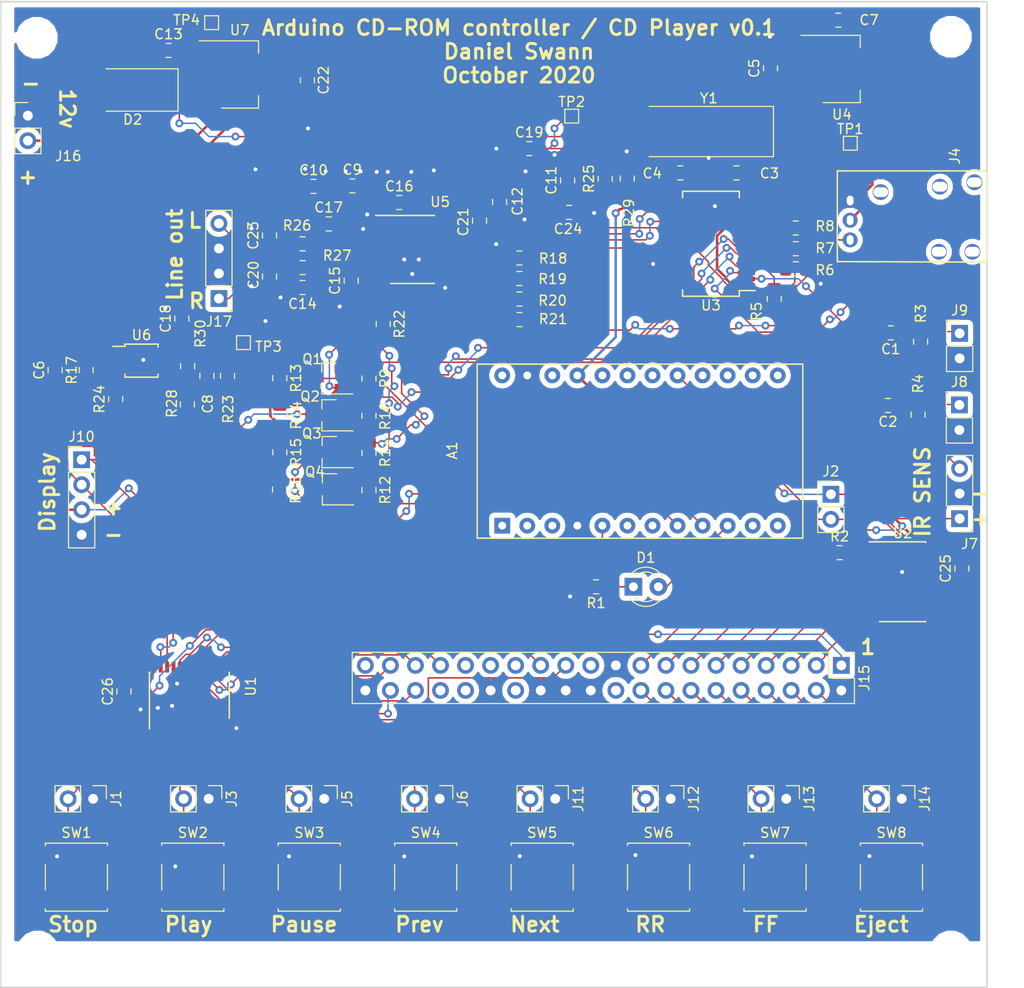
<source format=kicad_pcb>
(kicad_pcb (version 20171130) (host pcbnew 5.0.2+dfsg1-1)
  (layers (0 F.Cu signal) (31 B.Cu signal) (34 B.Paste user) (35 F.Paste user) (36 B.SilkS user) (37 F.SilkS user) (38 B.Mask user) (39 F.Mask user) (44 Edge.Cuts user))
  (net 0 "")
  (net 1 IO-INT)
  (net 2 "Net-(A1-Pad17)")
  (net 3 DEMP_5)
  (net 4 GPO1_5)
  (net 5 "Net-(A1-Pad10)")
  (net 6 5v)
  (net 7 "Net-(C1-Pad2)")
  (net 8 SPDIF-IN1)
  (net 9 "Net-(C2-Pad2)")
  (net 10 SPDIF-IN0)
  (net 11 "Net-(C3-Pad2)")
  (net 12 "Net-(C4-Pad2)")
  (net 13 3v3)
  (net 14 "Net-(C8-Pad1)")
  (net 15 AVDD)
  (net 16 AGND)
  (net 17 "Net-(C11-Pad1)")
  (net 18 12v)
  (net 19 "Net-(C16-Pad2)")
  (net 20 "Net-(C16-Pad1)")
  (net 21 "Net-(C17-Pad2)")
  (net 22 MUTE)
  (net 23 "Net-(C20-Pad1)")
  (net 24 "Net-(C21-Pad2)")
  (net 25 "Net-(C23-Pad1)")
  (net 26 "Net-(D1-Pad1)")
  (net 27 "Net-(D2-Pad2)")
  (net 28 "Net-(J1-Pad2)")
  (net 29 SCL_5)
  (net 30 SDA_5)
  (net 31 "Net-(J3-Pad2)")
  (net 32 SPDIF-OUT)
  (net 33 "Net-(J5-Pad2)")
  (net 34 "Net-(J6-Pad2)")
  (net 35 "Net-(J11-Pad2)")
  (net 36 "Net-(J12-Pad2)")
  (net 37 "Net-(J13-Pad2)")
  (net 38 "Net-(J14-Pad2)")
  (net 39 "Net-(J15-Pad1)")
  (net 40 "Net-(J15-Pad3)")
  (net 41 "Net-(J15-Pad4)")
  (net 42 "Net-(J15-Pad5)")
  (net 43 "Net-(J15-Pad6)")
  (net 44 "Net-(J15-Pad7)")
  (net 45 "Net-(J15-Pad8)")
  (net 46 "Net-(J15-Pad9)")
  (net 47 "Net-(J15-Pad10)")
  (net 48 "Net-(J15-Pad11)")
  (net 49 "Net-(J15-Pad12)")
  (net 50 "Net-(J15-Pad13)")
  (net 51 "Net-(J15-Pad14)")
  (net 52 "Net-(J15-Pad15)")
  (net 53 "Net-(J15-Pad16)")
  (net 54 "Net-(J15-Pad17)")
  (net 55 "Net-(J15-Pad18)")
  (net 56 "Net-(J15-Pad23)")
  (net 57 "Net-(J15-Pad25)")
  (net 58 "Net-(J15-Pad33)")
  (net 59 "Net-(J15-Pad35)")
  (net 60 "Net-(J15-Pad36)")
  (net 61 "Net-(J15-Pad37)")
  (net 62 "Net-(J15-Pad38)")
  (net 63 SCL_3)
  (net 64 SDA_3)
  (net 65 GPO1_3)
  (net 66 DEMP_3)
  (net 67 "Net-(R2-Pad2)")
  (net 68 "Net-(R5-Pad1)")
  (net 69 "Net-(R6-Pad1)")
  (net 70 "Net-(R7-Pad1)")
  (net 71 "Net-(R8-Pad1)")
  (net 72 "Net-(R17-Pad2)")
  (net 73 "Net-(R18-Pad1)")
  (net 74 "Net-(R18-Pad2)")
  (net 75 "Net-(R19-Pad2)")
  (net 76 "Net-(R19-Pad1)")
  (net 77 "Net-(R20-Pad1)")
  (net 78 "Net-(R20-Pad2)")
  (net 79 "Net-(R21-Pad2)")
  (net 80 "Net-(R21-Pad1)")
  (net 81 "Net-(R22-Pad1)")
  (net 82 "Net-(R24-Pad2)")
  (net 83 "Net-(R26-Pad2)")
  (net 84 "Net-(R27-Pad2)")
  (net 85 "Net-(R28-Pad1)")
  (module MountingHole:MountingHole_3.2mm_M3 (layer F.Cu) (at 135.5 15.3)
    (fp_text reference REF** hide)
    (fp_text value MountingHole_3.2mm_M3)
    (pad 1 np_thru_hole circle (at 0 0) (size 3.2 3.2) (drill 3.2) (layers *.Cu *.Mask))
  )
  (module MountingHole:MountingHole_3.2mm_M3 (layer F.Cu) (at 135.6 108)
    (fp_text reference REF** hide)
    (fp_text value MountingHole_3.2mm_M3)
    (pad 1 np_thru_hole circle (at 0 0) (size 3.2 3.2) (drill 3.2) (layers *.Cu *.Mask))
  )
  (module MountingHole:MountingHole_3.2mm_M3 (layer F.Cu) (at 228.2 108)
    (fp_text reference REF** hide)
    (fp_text value MountingHole_3.2mm_M3)
    (pad 1 np_thru_hole circle (at 0 0) (size 3.2 3.2) (drill 3.2) (layers *.Cu *.Mask))
  )
  (module Package_SO:TSSOP-24_4.4x7.8mm_P0.65mm (layer F.Cu) (at 151 82 90)
    (fp_text reference U1 (at 0.8978 6.2006 90) (layer F.SilkS))
    (fp_text value PCA9555PW)
    (pad 24 smd rect (at 2.85 -3.575 90) (size 1.1 0.4) (layers F.Cu F.Paste F.Mask) (net 6 5v))
    (pad 23 smd rect (at 2.85 -2.925 90) (size 1.1 0.4) (layers F.Cu F.Paste F.Mask) (net 30 SDA_5))
    (pad 22 smd rect (at 2.85 -2.275 90) (size 1.1 0.4) (layers F.Cu F.Paste F.Mask) (net 29 SCL_5))
    (pad 21 smd rect (at 2.85 -1.625 90) (size 1.1 0.4) (layers F.Cu F.Paste F.Mask) (net 16 AGND))
    (pad 20 smd rect (at 2.85 -0.975 90) (size 1.1 0.4) (layers F.Cu F.Paste F.Mask) (net 57 "Net-(J15-Pad25)"))
    (pad 19 smd rect (at 2.85 -0.325 90) (size 1.1 0.4) (layers F.Cu F.Paste F.Mask) (net 56 "Net-(J15-Pad23)"))
    (pad 18 smd rect (at 2.85 0.325 90) (size 1.1 0.4) (layers F.Cu F.Paste F.Mask) (net 39 "Net-(J15-Pad1)"))
    (pad 17 smd rect (at 2.85 0.975 90) (size 1.1 0.4) (layers F.Cu F.Paste F.Mask) (net 62 "Net-(J15-Pad38)"))
    (pad 16 smd rect (at 2.85 1.625 90) (size 1.1 0.4) (layers F.Cu F.Paste F.Mask) (net 61 "Net-(J15-Pad37)"))
    (pad 15 smd rect (at 2.85 2.275 90) (size 1.1 0.4) (layers F.Cu F.Paste F.Mask) (net 60 "Net-(J15-Pad36)"))
    (pad 14 smd rect (at 2.85 2.925 90) (size 1.1 0.4) (layers F.Cu F.Paste F.Mask) (net 58 "Net-(J15-Pad33)"))
    (pad 13 smd rect (at 2.85 3.575 90) (size 1.1 0.4) (layers F.Cu F.Paste F.Mask) (net 59 "Net-(J15-Pad35)"))
    (pad 12 smd rect (at -2.85 3.575 90) (size 1.1 0.4) (layers F.Cu F.Paste F.Mask) (net 16 AGND))
    (pad 11 smd rect (at -2.85 2.925 90) (size 1.1 0.4) (layers F.Cu F.Paste F.Mask) (net 38 "Net-(J14-Pad2)"))
    (pad 10 smd rect (at -2.85 2.275 90) (size 1.1 0.4) (layers F.Cu F.Paste F.Mask) (net 37 "Net-(J13-Pad2)"))
    (pad 9 smd rect (at -2.85 1.625 90) (size 1.1 0.4) (layers F.Cu F.Paste F.Mask) (net 36 "Net-(J12-Pad2)"))
    (pad 8 smd rect (at -2.85 0.975 90) (size 1.1 0.4) (layers F.Cu F.Paste F.Mask) (net 35 "Net-(J11-Pad2)"))
    (pad 7 smd rect (at -2.85 0.325 90) (size 1.1 0.4) (layers F.Cu F.Paste F.Mask) (net 34 "Net-(J6-Pad2)"))
    (pad 6 smd rect (at -2.85 -0.325 90) (size 1.1 0.4) (layers F.Cu F.Paste F.Mask) (net 33 "Net-(J5-Pad2)"))
    (pad 5 smd rect (at -2.85 -0.975 90) (size 1.1 0.4) (layers F.Cu F.Paste F.Mask) (net 31 "Net-(J3-Pad2)"))
    (pad 4 smd rect (at -2.85 -1.625 90) (size 1.1 0.4) (layers F.Cu F.Paste F.Mask) (net 28 "Net-(J1-Pad2)"))
    (pad 3 smd rect (at -2.85 -2.275 90) (size 1.1 0.4) (layers F.Cu F.Paste F.Mask) (net 16 AGND))
    (pad 2 smd rect (at -2.85 -2.925 90) (size 1.1 0.4) (layers F.Cu F.Paste F.Mask) (net 16 AGND))
    (pad 1 smd rect (at -2.85 -3.575 90) (size 1.1 0.4) (layers F.Cu F.Paste F.Mask) (net 1 IO-INT))
  )
  (module protolib:Arduino_ProMini (layer F.Cu) (at 182.7022 64.7954 90)
    (fp_text reference A1 (at 7.62 -5.08 90) (layer F.SilkS))
    (fp_text value Arduino_ProMini)
    (pad 1 thru_hole rect (at 0 0 90) (size 1.6 1.6) (drill 0.8) (layers *.Cu *.Mask))
    (pad 2 thru_hole oval (at 0 2.54 90) (size 1.6 1.6) (drill 0.8) (layers *.Cu *.Mask))
    (pad 3 thru_hole oval (at 0 5.08 90) (size 1.6 1.6) (drill 0.8) (layers *.Cu *.Mask))
    (pad 13 thru_hole oval (at 15.24 27.94 90) (size 1.6 1.6) (drill 0.8) (layers *.Cu *.Mask))
    (pad 4 thru_hole oval (at 0 7.62 90) (size 1.6 1.6) (drill 0.8) (layers *.Cu *.Mask) (net 16 AGND))
    (pad 14 thru_hole oval (at 15.24 25.4 90) (size 1.6 1.6) (drill 0.8) (layers *.Cu *.Mask))
    (pad 5 thru_hole oval (at 0 10.16 90) (size 1.6 1.6) (drill 0.8) (layers *.Cu *.Mask) (net 1 IO-INT))
    (pad 15 thru_hole oval (at 15.24 22.86 90) (size 1.6 1.6) (drill 0.8) (layers *.Cu *.Mask))
    (pad 6 thru_hole oval (at 0 12.7 90) (size 1.6 1.6) (drill 0.8) (layers *.Cu *.Mask))
    (pad 16 thru_hole oval (at 15.24 20.32 90) (size 1.6 1.6) (drill 0.8) (layers *.Cu *.Mask))
    (pad 7 thru_hole oval (at 0 15.24 90) (size 1.6 1.6) (drill 0.8) (layers *.Cu *.Mask))
    (pad 17 thru_hole oval (at 15.24 17.78 90) (size 1.6 1.6) (drill 0.8) (layers *.Cu *.Mask) (net 2 "Net-(A1-Pad17)"))
    (pad 8 thru_hole oval (at 0 17.78 90) (size 1.6 1.6) (drill 0.8) (layers *.Cu *.Mask) (net 3 DEMP_5))
    (pad 18 thru_hole oval (at 15.24 15.24 90) (size 1.6 1.6) (drill 0.8) (layers *.Cu *.Mask))
    (pad 9 thru_hole oval (at 0 20.32 90) (size 1.6 1.6) (drill 0.8) (layers *.Cu *.Mask) (net 4 GPO1_5))
    (pad 19 thru_hole oval (at 15.24 12.7 90) (size 1.6 1.6) (drill 0.8) (layers *.Cu *.Mask))
    (pad 10 thru_hole oval (at 0 22.86 90) (size 1.6 1.6) (drill 0.8) (layers *.Cu *.Mask) (net 5 "Net-(A1-Pad10)"))
    (pad 20 thru_hole oval (at 15.24 10.16 90) (size 1.6 1.6) (drill 0.8) (layers *.Cu *.Mask))
    (pad 11 thru_hole oval (at 0 25.4 90) (size 1.6 1.6) (drill 0.8) (layers *.Cu *.Mask))
    (pad 21 thru_hole oval (at 15.24 7.62 90) (size 1.6 1.6) (drill 0.8) (layers *.Cu *.Mask) (net 6 5v))
    (pad 12 thru_hole oval (at 0 27.94 90) (size 1.6 1.6) (drill 0.8) (layers *.Cu *.Mask))
    (pad 22 thru_hole oval (at 15.24 5.08 90) (size 1.6 1.6) (drill 0.8) (layers *.Cu *.Mask))
    (pad 23 thru_hole oval (at 15.24 2.54 90) (size 1.6 1.6) (drill 0.8) (layers *.Cu *.Mask) (net 16 AGND))
    (pad 24 thru_hole oval (at 15.24 0 90) (size 1.6 1.6) (drill 0.8) (layers *.Cu *.Mask))
  )
  (module Capacitor_SMD:C_0805_2012Metric_Pad1.15x1.40mm_HandSolder (layer F.Cu) (at 222.1014 45.2374 180)
    (fp_text reference C1 (at 0 -1.65 180) (layer F.SilkS))
    (fp_text value 0.1uF)
    (pad 2 smd roundrect (at 1.025 0 180) (size 1.15 1.4) (layers F.Cu F.Paste F.Mask) (roundrect_rratio 0.217391) (net 7 "Net-(C1-Pad2)"))
    (pad 1 smd roundrect (at -1.025 0 180) (size 1.15 1.4) (layers F.Cu F.Paste F.Mask) (roundrect_rratio 0.217391) (net 8 SPDIF-IN1))
  )
  (module Capacitor_SMD:C_0805_2012Metric_Pad1.15x1.40mm_HandSolder (layer F.Cu) (at 221.813 52.6034 180)
    (fp_text reference C2 (at 0 -1.65 180) (layer F.SilkS))
    (fp_text value 0.1uF)
    (pad 2 smd roundrect (at 1.025 0 180) (size 1.15 1.4) (layers F.Cu F.Paste F.Mask) (roundrect_rratio 0.217391) (net 9 "Net-(C2-Pad2)"))
    (pad 1 smd roundrect (at -1.025 0 180) (size 1.15 1.4) (layers F.Cu F.Paste F.Mask) (roundrect_rratio 0.217391) (net 10 SPDIF-IN0))
  )
  (module Capacitor_SMD:C_0805_2012Metric_Pad1.15x1.40mm_HandSolder (layer F.Cu) (at 206.4512 29.0068)
    (fp_text reference C3 (at 3.3528 0.0508) (layer F.SilkS))
    (fp_text value 15pF)
    (pad 1 smd roundrect (at -1.025 0) (size 1.15 1.4) (layers F.Cu F.Paste F.Mask) (roundrect_rratio 0.217391) (net 16 AGND))
    (pad 2 smd roundrect (at 1.025 0) (size 1.15 1.4) (layers F.Cu F.Paste F.Mask) (roundrect_rratio 0.217391) (net 11 "Net-(C3-Pad2)"))
  )
  (module Capacitor_SMD:C_0805_2012Metric_Pad1.15x1.40mm_HandSolder (layer F.Cu) (at 200.7526 29.0068 180)
    (fp_text reference C4 (at 2.8358 -0.0508 180) (layer F.SilkS))
    (fp_text value 15pF)
    (pad 2 smd roundrect (at 1.025 0 180) (size 1.15 1.4) (layers F.Cu F.Paste F.Mask) (roundrect_rratio 0.217391) (net 12 "Net-(C4-Pad2)"))
    (pad 1 smd roundrect (at -1.025 0 180) (size 1.15 1.4) (layers F.Cu F.Paste F.Mask) (roundrect_rratio 0.217391) (net 16 AGND))
  )
  (module Capacitor_SMD:C_0805_2012Metric_Pad1.15x1.40mm_HandSolder (layer F.Cu) (at 209.9056 18.3986 90)
    (fp_text reference C5 (at 0 -1.65 90) (layer F.SilkS))
    (fp_text value 0.1uF)
    (pad 1 smd roundrect (at -1.025 0 90) (size 1.15 1.4) (layers F.Cu F.Paste F.Mask) (roundrect_rratio 0.217391) (net 6 5v))
    (pad 2 smd roundrect (at 1.025 0 90) (size 1.15 1.4) (layers F.Cu F.Paste F.Mask) (roundrect_rratio 0.217391) (net 16 AGND))
  )
  (module Capacitor_SMD:C_0805_2012Metric_Pad1.15x1.40mm_HandSolder (layer F.Cu) (at 137.3632 49.013 270)
    (fp_text reference C6 (at 0 1.6256 270) (layer F.SilkS))
    (fp_text value 4.7uF)
    (pad 1 smd roundrect (at -1.025 0 270) (size 1.15 1.4) (layers F.Cu F.Paste F.Mask) (roundrect_rratio 0.217391) (net 6 5v))
    (pad 2 smd roundrect (at 1.025 0 270) (size 1.15 1.4) (layers F.Cu F.Paste F.Mask) (roundrect_rratio 0.217391) (net 16 AGND))
  )
  (module Capacitor_SMD:C_0805_2012Metric_Pad1.15x1.40mm_HandSolder (layer F.Cu) (at 216.7726 13.5128 180)
    (fp_text reference C7 (at -3.1274 0.0128 180) (layer F.SilkS))
    (fp_text value 0.1uF)
    (pad 1 smd roundrect (at -1.025 0 180) (size 1.15 1.4) (layers F.Cu F.Paste F.Mask) (roundrect_rratio 0.217391) (net 13 3v3))
    (pad 2 smd roundrect (at 1.025 0 180) (size 1.15 1.4) (layers F.Cu F.Paste F.Mask) (roundrect_rratio 0.217391) (net 16 AGND))
  )
  (module Capacitor_SMD:C_0805_2012Metric_Pad1.15x1.40mm_HandSolder (layer F.Cu) (at 152.7556 49.6099 270)
    (fp_text reference C8 (at 2.8411 -0.0889 270) (layer F.SilkS))
    (fp_text value 4.7uF)
    (pad 2 smd roundrect (at 1.025 0 270) (size 1.15 1.4) (layers F.Cu F.Paste F.Mask) (roundrect_rratio 0.217391) (net 16 AGND))
    (pad 1 smd roundrect (at -1.025 0 270) (size 1.15 1.4) (layers F.Cu F.Paste F.Mask) (roundrect_rratio 0.217391) (net 14 "Net-(C8-Pad1)"))
  )
  (module Capacitor_SMD:C_0805_2012Metric_Pad1.15x1.40mm_HandSolder (layer F.Cu) (at 167.4966 30.3276)
    (fp_text reference C9 (at 0 -1.65) (layer F.SilkS))
    (fp_text value 10uF)
    (pad 1 smd roundrect (at -1.025 0) (size 1.15 1.4) (layers F.Cu F.Paste F.Mask) (roundrect_rratio 0.217391) (net 15 AVDD))
    (pad 2 smd roundrect (at 1.025 0) (size 1.15 1.4) (layers F.Cu F.Paste F.Mask) (roundrect_rratio 0.217391) (net 16 AGND))
  )
  (module Capacitor_SMD:C_0805_2012Metric_Pad1.15x1.40mm_HandSolder (layer F.Cu) (at 163.567 30.3784)
    (fp_text reference C10 (at 0 -1.65) (layer F.SilkS))
    (fp_text value 0.1uF)
    (pad 2 smd roundrect (at 1.025 0) (size 1.15 1.4) (layers F.Cu F.Paste F.Mask) (roundrect_rratio 0.217391) (net 15 AVDD))
    (pad 1 smd roundrect (at -1.025 0) (size 1.15 1.4) (layers F.Cu F.Paste F.Mask) (roundrect_rratio 0.217391) (net 16 AGND))
  )
  (module Capacitor_SMD:C_0805_2012Metric_Pad1.15x1.40mm_HandSolder (layer F.Cu) (at 189.3316 29.7688 90)
    (fp_text reference C11 (at 0 -1.65 90) (layer F.SilkS))
    (fp_text value 10uF)
    (pad 2 smd roundrect (at 1.025 0 90) (size 1.15 1.4) (layers F.Cu F.Paste F.Mask) (roundrect_rratio 0.217391) (net 16 AGND))
    (pad 1 smd roundrect (at -1.025 0 90) (size 1.15 1.4) (layers F.Cu F.Paste F.Mask) (roundrect_rratio 0.217391) (net 17 "Net-(C11-Pad1)"))
  )
  (module Capacitor_SMD:C_0805_2012Metric_Pad1.15x1.40mm_HandSolder (layer F.Cu) (at 182.4355 31.9532 90)
    (fp_text reference C12 (at 0.0508 1.8161 90) (layer F.SilkS))
    (fp_text value 0.1uF hide)
    (pad 1 smd roundrect (at -1.025 0 90) (size 1.15 1.4) (layers F.Cu F.Paste F.Mask) (roundrect_rratio 0.217391) (net 16 AGND))
    (pad 2 smd roundrect (at 1.025 0 90) (size 1.15 1.4) (layers F.Cu F.Paste F.Mask) (roundrect_rratio 0.217391) (net 17 "Net-(C11-Pad1)"))
  )
  (module Capacitor_SMD:C_0805_2012Metric_Pad1.15x1.40mm_HandSolder (layer F.Cu) (at 148.8604 16.5862)
    (fp_text reference C13 (at 0 -1.65) (layer F.SilkS))
    (fp_text value 0.1uF)
    (pad 2 smd roundrect (at 1.025 0) (size 1.15 1.4) (layers F.Cu F.Paste F.Mask) (roundrect_rratio 0.217391) (net 16 AGND))
    (pad 1 smd roundrect (at -1.025 0) (size 1.15 1.4) (layers F.Cu F.Paste F.Mask) (roundrect_rratio 0.217391) (net 18 12v))
  )
  (module Capacitor_SMD:C_0805_2012Metric_Pad1.15x1.40mm_HandSolder (layer F.Cu) (at 162.4494 40.64 180)
    (fp_text reference C14 (at 0 -1.65 180) (layer F.SilkS))
    (fp_text value 10uF)
    (pad 1 smd roundrect (at -1.025 0 180) (size 1.15 1.4) (layers F.Cu F.Paste F.Mask) (roundrect_rratio 0.217391) (net 15 AVDD))
    (pad 2 smd roundrect (at 1.025 0 180) (size 1.15 1.4) (layers F.Cu F.Paste F.Mask) (roundrect_rratio 0.217391) (net 16 AGND))
  )
  (module Capacitor_SMD:C_0805_2012Metric_Pad1.15x1.40mm_HandSolder (layer F.Cu) (at 167.386 39.9378 90)
    (fp_text reference C15 (at 0 -1.65 90) (layer F.SilkS))
    (fp_text value 0.1uF)
    (pad 2 smd roundrect (at 1.025 0 90) (size 1.15 1.4) (layers F.Cu F.Paste F.Mask) (roundrect_rratio 0.217391) (net 15 AVDD))
    (pad 1 smd roundrect (at -1.025 0 90) (size 1.15 1.4) (layers F.Cu F.Paste F.Mask) (roundrect_rratio 0.217391) (net 16 AGND))
  )
  (module Capacitor_SMD:C_0805_2012Metric_Pad1.15x1.40mm_HandSolder (layer F.Cu) (at 172.2665 32.0167)
    (fp_text reference C16 (at 0 -1.65) (layer F.SilkS))
    (fp_text value 2.2uF)
    (pad 2 smd roundrect (at 1.025 0) (size 1.15 1.4) (layers F.Cu F.Paste F.Mask) (roundrect_rratio 0.217391) (net 19 "Net-(C16-Pad2)"))
    (pad 1 smd roundrect (at -1.025 0) (size 1.15 1.4) (layers F.Cu F.Paste F.Mask) (roundrect_rratio 0.217391) (net 20 "Net-(C16-Pad1)"))
  )
  (module Capacitor_SMD:C_0805_2012Metric_Pad1.15x1.40mm_HandSolder (layer F.Cu) (at 165.109 34.1884)
    (fp_text reference C17 (at -0.009 -1.6764 180) (layer F.SilkS))
    (fp_text value 2.2uF)
    (pad 2 smd roundrect (at 1.025 0) (size 1.15 1.4) (layers F.Cu F.Paste F.Mask) (roundrect_rratio 0.217391) (net 21 "Net-(C17-Pad2)"))
    (pad 1 smd roundrect (at -1.025 0) (size 1.15 1.4) (layers F.Cu F.Paste F.Mask) (roundrect_rratio 0.217391) (net 16 AGND))
  )
  (module Capacitor_SMD:C_0805_2012Metric_Pad1.15x1.40mm_HandSolder (layer F.Cu) (at 150.2156 43.7806 90)
    (fp_text reference C18 (at 0 -1.65 90) (layer F.SilkS))
    (fp_text value 4.7uF)
    (pad 2 smd roundrect (at 1.025 0 90) (size 1.15 1.4) (layers F.Cu F.Paste F.Mask) (roundrect_rratio 0.217391) (net 16 AGND))
    (pad 1 smd roundrect (at -1.025 0 90) (size 1.15 1.4) (layers F.Cu F.Paste F.Mask) (roundrect_rratio 0.217391) (net 15 AVDD))
  )
  (module Capacitor_SMD:C_0805_2012Metric_Pad1.15x1.40mm_HandSolder (layer F.Cu) (at 185.4454 26.543)
    (fp_text reference C19 (at 0 -1.65) (layer F.SilkS))
    (fp_text value 0.1uF)
    (pad 1 smd roundrect (at -1.025 0) (size 1.15 1.4) (layers F.Cu F.Paste F.Mask) (roundrect_rratio 0.217391) (net 16 AGND))
    (pad 2 smd roundrect (at 1.025 0) (size 1.15 1.4) (layers F.Cu F.Paste F.Mask) (roundrect_rratio 0.217391) (net 22 MUTE))
  )
  (module Capacitor_SMD:C_0805_2012Metric_Pad1.15x1.40mm_HandSolder (layer F.Cu) (at 159.1056 39.5224 270)
    (fp_text reference C20 (at -0.1524 1.6256 270) (layer F.SilkS))
    (fp_text value 2.2nF)
    (pad 1 smd roundrect (at -1.025 0 270) (size 1.15 1.4) (layers F.Cu F.Paste F.Mask) (roundrect_rratio 0.217391) (net 23 "Net-(C20-Pad1)"))
    (pad 2 smd roundrect (at 1.025 0 270) (size 1.15 1.4) (layers F.Cu F.Paste F.Mask) (roundrect_rratio 0.217391) (net 16 AGND))
  )
  (module Capacitor_SMD:C_0805_2012Metric_Pad1.15x1.40mm_HandSolder (layer F.Cu) (at 180.4035 33.8582 270)
    (fp_text reference C21 (at 0.127 1.651 270) (layer F.SilkS))
    (fp_text value 0.1uF hide)
    (pad 1 smd roundrect (at -1.025 0 270) (size 1.15 1.4) (layers F.Cu F.Paste F.Mask) (roundrect_rratio 0.217391) (net 16 AGND))
    (pad 2 smd roundrect (at 1.025 0 270) (size 1.15 1.4) (layers F.Cu F.Paste F.Mask) (roundrect_rratio 0.217391) (net 24 "Net-(C21-Pad2)"))
  )
  (module Capacitor_SMD:C_0805_2012Metric_Pad1.15x1.40mm_HandSolder (layer F.Cu) (at 162.941 19.6088 270)
    (fp_text reference C22 (at 0 -1.65 270) (layer F.SilkS))
    (fp_text value 0.1uF)
    (pad 1 smd roundrect (at -1.025 0 270) (size 1.15 1.4) (layers F.Cu F.Paste F.Mask) (roundrect_rratio 0.217391) (net 6 5v))
    (pad 2 smd roundrect (at 1.025 0 270) (size 1.15 1.4) (layers F.Cu F.Paste F.Mask) (roundrect_rratio 0.217391) (net 16 AGND))
  )
  (module Capacitor_SMD:C_0805_2012Metric_Pad1.15x1.40mm_HandSolder (layer F.Cu) (at 159.1056 35.3568 90)
    (fp_text reference C23 (at 0 -1.65 90) (layer F.SilkS))
    (fp_text value 2.2nF)
    (pad 1 smd roundrect (at -1.025 0 90) (size 1.15 1.4) (layers F.Cu F.Paste F.Mask) (roundrect_rratio 0.217391) (net 25 "Net-(C23-Pad1)"))
    (pad 2 smd roundrect (at 1.025 0 90) (size 1.15 1.4) (layers F.Cu F.Paste F.Mask) (roundrect_rratio 0.217391) (net 16 AGND))
  )
  (module Capacitor_SMD:C_0805_2012Metric_Pad1.15x1.40mm_HandSolder (layer F.Cu) (at 189.493 33.02)
    (fp_text reference C24 (at -0.1106 1.6764) (layer F.SilkS))
    (fp_text value 10uF)
    (pad 2 smd roundrect (at 1.025 0) (size 1.15 1.4) (layers F.Cu F.Paste F.Mask) (roundrect_rratio 0.217391) (net 16 AGND))
    (pad 1 smd roundrect (at -1.025 0) (size 1.15 1.4) (layers F.Cu F.Paste F.Mask) (roundrect_rratio 0.217391) (net 24 "Net-(C21-Pad2)"))
  )
  (module LED_THT:LED_D3.0mm (layer F.Cu) (at 196 71)
    (fp_text reference D1 (at 1.27 -2.96) (layer F.SilkS))
    (fp_text value LED)
    (pad 1 thru_hole rect (at 0 0) (size 1.8 1.8) (drill 0.9) (layers *.Cu *.Mask) (net 26 "Net-(D1-Pad1)"))
    (pad 2 thru_hole circle (at 2.54 0) (size 1.8 1.8) (drill 0.9) (layers *.Cu *.Mask) (net 5 "Net-(A1-Pad10)"))
  )
  (module Diode_SMD:D_SMB_Handsoldering (layer F.Cu) (at 145.2296 20.5994 180)
    (fp_text reference D2 (at 0 -3 180) (layer F.SilkS))
    (fp_text value D_Small)
    (pad 1 smd rect (at -2.7 0 180) (size 3.5 2.3) (layers F.Cu F.Paste F.Mask) (net 18 12v))
    (pad 2 smd rect (at 2.7 0 180) (size 3.5 2.3) (layers F.Cu F.Paste F.Mask) (net 27 "Net-(D2-Pad2)"))
  )
  (module Connector_PinHeader_2.54mm:PinHeader_1x02_P2.54mm_Vertical (layer F.Cu) (at 141.224 92.5068 270)
    (fp_text reference J1 (at 0 -2.33 270) (layer F.SilkS))
    (fp_text value Conn_01x02)
    (pad 2 thru_hole oval (at 0 2.54 270) (size 1.7 1.7) (drill 1) (layers *.Cu *.Mask) (net 28 "Net-(J1-Pad2)"))
    (pad 1 thru_hole rect (at 0 0 270) (size 1.7 1.7) (drill 1) (layers *.Cu *.Mask) (net 16 AGND))
  )
  (module Connector_PinHeader_2.54mm:PinHeader_1x02_P2.54mm_Vertical (layer F.Cu) (at 216.027 61.6204)
    (fp_text reference J2 (at 0 -2.33) (layer F.SilkS))
    (fp_text value A4-A5)
    (pad 2 thru_hole oval (at 0 2.54) (size 1.7 1.7) (drill 1) (layers *.Cu *.Mask) (net 29 SCL_5))
    (pad 1 thru_hole rect (at 0 0) (size 1.7 1.7) (drill 1) (layers *.Cu *.Mask) (net 30 SDA_5))
  )
  (module Connector_PinHeader_2.54mm:PinHeader_1x02_P2.54mm_Vertical (layer F.Cu) (at 152.937028 92.5068 270)
    (fp_text reference J3 (at 0 -2.33 270) (layer F.SilkS))
    (fp_text value Conn_01x02)
    (pad 1 thru_hole rect (at 0 0 270) (size 1.7 1.7) (drill 1) (layers *.Cu *.Mask) (net 16 AGND))
    (pad 2 thru_hole oval (at 0 2.54 270) (size 1.7 1.7) (drill 1) (layers *.Cu *.Mask) (net 31 "Net-(J3-Pad2)"))
  )
  (module DS:FCR684204T (layer F.Cu) (at 235.3818 35.56 270)
    (fp_text reference J4 (at -8.26 6.7818 270) (layer F.SilkS))
    (fp_text value fcr684204t)
    (pad 2 thru_hole circle (at -4.6 14.3 270) (size 1.6 1.6) (drill oval 1 1.5) (layers *.Cu *.Mask))
    (pad 3 thru_hole circle (at -5.15 8.3 270) (size 1.6 1.6) (drill oval 1 1.5) (layers *.Cu *.Mask))
    (pad 1 thru_hole circle (at -5.6 4.8 270) (size 1.6 1.6) (drill oval 1 1.5) (layers *.Cu *.Mask))
    (pad 4 thru_hole circle (at 1.45 8.4 270) (size 1.6 1.6) (drill oval 1 1.5) (layers *.Cu *.Mask))
    (pad 7 thru_hole circle (at -1.75 17.4 270) (size 1.524 1.524) (drill oval 1 0.7) (layers *.Cu *.Mask) (net 13 3v3))
    (pad 8 thru_hole circle (at 0.25 17.4 270) (size 1.524 1.524) (drill oval 1 0.7) (layers *.Cu *.Mask) (net 32 SPDIF-OUT))
    (pad 6 thru_hole circle (at -3.75 17.4 270) (size 1.524 1.524) (drill oval 1 0.7) (layers *.Cu *.Mask) (net 16 AGND))
    (pad 5 thru_hole circle (at 1.45 5 270) (size 1.6 1.6) (drill oval 1 1.5) (layers *.Cu *.Mask))
  )
  (module Connector_PinHeader_2.54mm:PinHeader_1x02_P2.54mm_Vertical (layer F.Cu) (at 164.650056 92.5068 270)
    (fp_text reference J5 (at 0 -2.33 270) (layer F.SilkS))
    (fp_text value Conn_01x02)
    (pad 2 thru_hole oval (at 0 2.54 270) (size 1.7 1.7) (drill 1) (layers *.Cu *.Mask) (net 33 "Net-(J5-Pad2)"))
    (pad 1 thru_hole rect (at 0 0 270) (size 1.7 1.7) (drill 1) (layers *.Cu *.Mask) (net 16 AGND))
  )
  (module Connector_PinHeader_2.54mm:PinHeader_1x02_P2.54mm_Vertical (layer F.Cu) (at 176.363084 92.5068 270)
    (fp_text reference J6 (at 0 -2.33 270) (layer F.SilkS))
    (fp_text value Conn_01x02)
    (pad 1 thru_hole rect (at 0 0 270) (size 1.7 1.7) (drill 1) (layers *.Cu *.Mask) (net 16 AGND))
    (pad 2 thru_hole oval (at 0 2.54 270) (size 1.7 1.7) (drill 1) (layers *.Cu *.Mask) (net 34 "Net-(J6-Pad2)"))
  )
  (module Connector_PinHeader_2.54mm:PinHeader_1x03_P2.54mm_Vertical (layer F.Cu) (at 229.0826 64.0842 180)
    (fp_text reference J7 (at -1.016 -2.5654 180) (layer F.SilkS))
    (fp_text value "IR SENSE")
    (pad 1 thru_hole rect (at 0 0 180) (size 1.7 1.7) (drill 1) (layers *.Cu *.Mask) (net 6 5v))
    (pad 2 thru_hole oval (at 0 2.54 180) (size 1.7 1.7) (drill 1) (layers *.Cu *.Mask) (net 16 AGND))
    (pad 3 thru_hole oval (at 0 5.08 180) (size 1.7 1.7) (drill 1) (layers *.Cu *.Mask) (net 2 "Net-(A1-Pad17)"))
  )
  (module Connector_PinHeader_2.54mm:PinHeader_1x02_P2.54mm_Vertical (layer F.Cu) (at 229.061 52.5526)
    (fp_text reference J8 (at 0 -2.33) (layer F.SilkS))
    (fp_text value S/PDIF-IN0)
    (pad 2 thru_hole oval (at 0 2.54) (size 1.7 1.7) (drill 1) (layers *.Cu *.Mask) (net 16 AGND))
    (pad 1 thru_hole rect (at 0 0) (size 1.7 1.7) (drill 1) (layers *.Cu *.Mask) (net 10 SPDIF-IN0))
  )
  (module Connector_PinHeader_2.54mm:PinHeader_1x02_P2.54mm_Vertical (layer F.Cu) (at 229.0864 45.2882)
    (fp_text reference J9 (at 0 -2.33) (layer F.SilkS))
    (fp_text value S/PDIF-IN1)
    (pad 1 thru_hole rect (at 0 0) (size 1.7 1.7) (drill 1) (layers *.Cu *.Mask) (net 8 SPDIF-IN1))
    (pad 2 thru_hole oval (at 0 2.54) (size 1.7 1.7) (drill 1) (layers *.Cu *.Mask) (net 16 AGND))
  )
  (module Connector_PinHeader_2.54mm:PinHeader_1x04_P2.54mm_Vertical (layer F.Cu) (at 140.0556 58.1025)
    (fp_text reference J10 (at 0 -2.33) (layer F.SilkS))
    (fp_text value OLED)
    (pad 1 thru_hole rect (at 0 0) (size 1.7 1.7) (drill 1) (layers *.Cu *.Mask) (net 30 SDA_5))
    (pad 2 thru_hole oval (at 0 2.54) (size 1.7 1.7) (drill 1) (layers *.Cu *.Mask) (net 29 SCL_5))
    (pad 3 thru_hole oval (at 0 5.08) (size 1.7 1.7) (drill 1) (layers *.Cu *.Mask) (net 6 5v))
    (pad 4 thru_hole oval (at 0 7.62) (size 1.7 1.7) (drill 1) (layers *.Cu *.Mask) (net 16 AGND))
  )
  (module Connector_PinHeader_2.54mm:PinHeader_1x02_P2.54mm_Vertical (layer F.Cu) (at 188.076112 92.5068 270)
    (fp_text reference J11 (at 0 -2.33 270) (layer F.SilkS))
    (fp_text value Conn_01x02)
    (pad 2 thru_hole oval (at 0 2.54 270) (size 1.7 1.7) (drill 1) (layers *.Cu *.Mask) (net 35 "Net-(J11-Pad2)"))
    (pad 1 thru_hole rect (at 0 0 270) (size 1.7 1.7) (drill 1) (layers *.Cu *.Mask) (net 16 AGND))
  )
  (module Connector_PinHeader_2.54mm:PinHeader_1x02_P2.54mm_Vertical (layer F.Cu) (at 199.78914 92.5068 270)
    (fp_text reference J12 (at 0 -2.33 270) (layer F.SilkS))
    (fp_text value Conn_01x02)
    (pad 2 thru_hole oval (at 0 2.54 270) (size 1.7 1.7) (drill 1) (layers *.Cu *.Mask) (net 36 "Net-(J12-Pad2)"))
    (pad 1 thru_hole rect (at 0 0 270) (size 1.7 1.7) (drill 1) (layers *.Cu *.Mask) (net 16 AGND))
  )
  (module Connector_PinHeader_2.54mm:PinHeader_1x02_P2.54mm_Vertical (layer F.Cu) (at 211.502168 92.5068 270)
    (fp_text reference J13 (at 0 -2.33 270) (layer F.SilkS))
    (fp_text value Conn_01x02)
    (pad 1 thru_hole rect (at 0 0 270) (size 1.7 1.7) (drill 1) (layers *.Cu *.Mask) (net 16 AGND))
    (pad 2 thru_hole oval (at 0 2.54 270) (size 1.7 1.7) (drill 1) (layers *.Cu *.Mask) (net 37 "Net-(J13-Pad2)"))
  )
  (module Connector_PinHeader_2.54mm:PinHeader_1x02_P2.54mm_Vertical (layer F.Cu) (at 223.2152 92.5068 270)
    (fp_text reference J14 (at 0 -2.33 270) (layer F.SilkS))
    (fp_text value Conn_01x02)
    (pad 1 thru_hole rect (at 0 0 270) (size 1.7 1.7) (drill 1) (layers *.Cu *.Mask) (net 16 AGND))
    (pad 2 thru_hole oval (at 0 2.54 270) (size 1.7 1.7) (drill 1) (layers *.Cu *.Mask) (net 38 "Net-(J14-Pad2)"))
  )
  (module Connector_PinHeader_2.54mm:PinHeader_2x20_P2.54mm_Vertical (layer F.Cu) (at 217.085947 78.974271 270)
    (fp_text reference J15 (at 1.27 -2.33 270) (layer F.SilkS))
    (fp_text value IDE)
    (pad 1 thru_hole rect (at 0 0 270) (size 1.7 1.7) (drill 1) (layers *.Cu *.Mask) (net 39 "Net-(J15-Pad1)"))
    (pad 2 thru_hole oval (at 2.54 0 270) (size 1.7 1.7) (drill 1) (layers *.Cu *.Mask) (net 16 AGND))
    (pad 3 thru_hole oval (at 0 2.54 270) (size 1.7 1.7) (drill 1) (layers *.Cu *.Mask) (net 40 "Net-(J15-Pad3)"))
    (pad 4 thru_hole oval (at 2.54 2.54 270) (size 1.7 1.7) (drill 1) (layers *.Cu *.Mask) (net 41 "Net-(J15-Pad4)"))
    (pad 5 thru_hole oval (at 0 5.08 270) (size 1.7 1.7) (drill 1) (layers *.Cu *.Mask) (net 42 "Net-(J15-Pad5)"))
    (pad 6 thru_hole oval (at 2.54 5.08 270) (size 1.7 1.7) (drill 1) (layers *.Cu *.Mask) (net 43 "Net-(J15-Pad6)"))
    (pad 7 thru_hole oval (at 0 7.62 270) (size 1.7 1.7) (drill 1) (layers *.Cu *.Mask) (net 44 "Net-(J15-Pad7)"))
    (pad 8 thru_hole oval (at 2.54 7.62 270) (size 1.7 1.7) (drill 1) (layers *.Cu *.Mask) (net 45 "Net-(J15-Pad8)"))
    (pad 9 thru_hole oval (at 0 10.16 270) (size 1.7 1.7) (drill 1) (layers *.Cu *.Mask) (net 46 "Net-(J15-Pad9)"))
    (pad 10 thru_hole oval (at 2.54 10.16 270) (size 1.7 1.7) (drill 1) (layers *.Cu *.Mask) (net 47 "Net-(J15-Pad10)"))
    (pad 11 thru_hole oval (at 0 12.7 270) (size 1.7 1.7) (drill 1) (layers *.Cu *.Mask) (net 48 "Net-(J15-Pad11)"))
    (pad 12 thru_hole oval (at 2.54 12.7 270) (size 1.7 1.7) (drill 1) (layers *.Cu *.Mask) (net 49 "Net-(J15-Pad12)"))
    (pad 13 thru_hole oval (at 0 15.24 270) (size 1.7 1.7) (drill 1) (layers *.Cu *.Mask) (net 50 "Net-(J15-Pad13)"))
    (pad 14 thru_hole oval (at 2.54 15.24 270) (size 1.7 1.7) (drill 1) (layers *.Cu *.Mask) (net 51 "Net-(J15-Pad14)"))
    (pad 15 thru_hole oval (at 0 17.78 270) (size 1.7 1.7) (drill 1) (layers *.Cu *.Mask) (net 52 "Net-(J15-Pad15)"))
    (pad 16 thru_hole oval (at 2.54 17.78 270) (size 1.7 1.7) (drill 1) (layers *.Cu *.Mask) (net 53 "Net-(J15-Pad16)"))
    (pad 17 thru_hole oval (at 0 20.32 270) (size 1.7 1.7) (drill 1) (layers *.Cu *.Mask) (net 54 "Net-(J15-Pad17)"))
    (pad 18 thru_hole oval (at 2.54 20.32 270) (size 1.7 1.7) (drill 1) (layers *.Cu *.Mask) (net 55 "Net-(J15-Pad18)"))
    (pad 19 thru_hole oval (at 0 22.86 270) (size 1.7 1.7) (drill 1) (layers *.Cu *.Mask) (net 16 AGND))
    (pad 20 thru_hole oval (at 2.54 22.86 270) (size 1.7 1.7) (drill 1) (layers *.Cu *.Mask))
    (pad 21 thru_hole oval (at 0 25.4 270) (size 1.7 1.7) (drill 1) (layers *.Cu *.Mask))
    (pad 22 thru_hole oval (at 2.54 25.4 270) (size 1.7 1.7) (drill 1) (layers *.Cu *.Mask) (net 16 AGND))
    (pad 23 thru_hole oval (at 0 27.94 270) (size 1.7 1.7) (drill 1) (layers *.Cu *.Mask) (net 56 "Net-(J15-Pad23)"))
    (pad 24 thru_hole oval (at 2.54 27.94 270) (size 1.7 1.7) (drill 1) (layers *.Cu *.Mask) (net 16 AGND))
    (pad 25 thru_hole oval (at 0 30.48 270) (size 1.7 1.7) (drill 1) (layers *.Cu *.Mask) (net 57 "Net-(J15-Pad25)"))
    (pad 26 thru_hole oval (at 2.54 30.48 270) (size 1.7 1.7) (drill 1) (layers *.Cu *.Mask) (net 16 AGND))
    (pad 27 thru_hole oval (at 0 33.02 270) (size 1.7 1.7) (drill 1) (layers *.Cu *.Mask))
    (pad 28 thru_hole oval (at 2.54 33.02 270) (size 1.7 1.7) (drill 1) (layers *.Cu *.Mask))
    (pad 29 thru_hole oval (at 0 35.56 270) (size 1.7 1.7) (drill 1) (layers *.Cu *.Mask))
    (pad 30 thru_hole oval (at 2.54 35.56 270) (size 1.7 1.7) (drill 1) (layers *.Cu *.Mask) (net 16 AGND))
    (pad 31 thru_hole oval (at 0 38.1 270) (size 1.7 1.7) (drill 1) (layers *.Cu *.Mask))
    (pad 32 thru_hole oval (at 2.54 38.1 270) (size 1.7 1.7) (drill 1) (layers *.Cu *.Mask))
    (pad 33 thru_hole oval (at 0 40.64 270) (size 1.7 1.7) (drill 1) (layers *.Cu *.Mask) (net 58 "Net-(J15-Pad33)"))
    (pad 34 thru_hole oval (at 2.54 40.64 270) (size 1.7 1.7) (drill 1) (layers *.Cu *.Mask))
    (pad 35 thru_hole oval (at 0 43.18 270) (size 1.7 1.7) (drill 1) (layers *.Cu *.Mask) (net 59 "Net-(J15-Pad35)"))
    (pad 36 thru_hole oval (at 2.54 43.18 270) (size 1.7 1.7) (drill 1) (layers *.Cu *.Mask) (net 60 "Net-(J15-Pad36)"))
    (pad 37 thru_hole oval (at 0 45.72 270) (size 1.7 1.7) (drill 1) (layers *.Cu *.Mask) (net 61 "Net-(J15-Pad37)"))
    (pad 38 thru_hole oval (at 2.54 45.72 270) (size 1.7 1.7) (drill 1) (layers *.Cu *.Mask) (net 62 "Net-(J15-Pad38)"))
    (pad 39 thru_hole oval (at 0 48.26 270) (size 1.7 1.7) (drill 1) (layers *.Cu *.Mask))
    (pad 40 thru_hole oval (at 2.54 48.26 270) (size 1.7 1.7) (drill 1) (layers *.Cu *.Mask) (net 16 AGND))
  )
  (module Connector_PinHeader_2.54mm:PinHeader_1x02_P2.54mm_Vertical (layer F.Cu) (at 134.6 23.2)
    (fp_text reference J16 (at 4.1 4.1) (layer F.SilkS))
    (fp_text value 12v-IN)
    (pad 1 thru_hole rect (at 0 0) (size 1.7 1.7) (drill 1) (layers *.Cu *.Mask) (net 16 AGND))
    (pad 2 thru_hole oval (at 0 2.54) (size 1.7 1.7) (drill 1) (layers *.Cu *.Mask) (net 27 "Net-(D2-Pad2)"))
  )
  (module Connector_PinHeader_2.54mm:PinHeader_1x04_P2.54mm_Vertical (layer F.Cu) (at 153.9748 41.7576 180)
    (fp_text reference J17 (at 0 -2.33 180) (layer F.SilkS))
    (fp_text value LineOut)
    (pad 4 thru_hole oval (at 0 7.62 180) (size 1.7 1.7) (drill 1) (layers *.Cu *.Mask) (net 25 "Net-(C23-Pad1)"))
    (pad 3 thru_hole oval (at 0 5.08 180) (size 1.7 1.7) (drill 1) (layers *.Cu *.Mask) (net 16 AGND))
    (pad 2 thru_hole oval (at 0 2.54 180) (size 1.7 1.7) (drill 1) (layers *.Cu *.Mask) (net 16 AGND))
    (pad 1 thru_hole rect (at 0 0 180) (size 1.7 1.7) (drill 1) (layers *.Cu *.Mask) (net 23 "Net-(C20-Pad1)"))
  )
  (module Package_TO_SOT_SMD:SOT-23_Handsoldering (layer F.Cu) (at 165.1522 49.8602 180)
    (fp_text reference Q1 (at 1.7286 1.9558 180) (layer F.SilkS))
    (fp_text value 2N7002)
    (pad 3 smd rect (at 1.5 0 180) (size 1.9 0.8) (layers F.Cu F.Paste F.Mask) (net 29 SCL_5))
    (pad 2 smd rect (at -1.5 0.95 180) (size 1.9 0.8) (layers F.Cu F.Paste F.Mask) (net 63 SCL_3))
    (pad 1 smd rect (at -1.5 -0.95 180) (size 1.9 0.8) (layers F.Cu F.Paste F.Mask) (net 13 3v3))
  )
  (module Package_TO_SOT_SMD:SOT-23_Handsoldering (layer F.Cu) (at 165.1748 53.6042 180)
    (fp_text reference Q2 (at 1.9544 1.9152 180) (layer F.SilkS))
    (fp_text value 2N7002)
    (pad 1 smd rect (at -1.5 -0.95 180) (size 1.9 0.8) (layers F.Cu F.Paste F.Mask) (net 13 3v3))
    (pad 2 smd rect (at -1.5 0.95 180) (size 1.9 0.8) (layers F.Cu F.Paste F.Mask) (net 64 SDA_3))
    (pad 3 smd rect (at 1.5 0 180) (size 1.9 0.8) (layers F.Cu F.Paste F.Mask) (net 30 SDA_5))
  )
  (module Package_TO_SOT_SMD:SOT-23_Handsoldering (layer F.Cu) (at 165.2002 57.338 180)
    (fp_text reference Q3 (at 1.802 1.8898 180) (layer F.SilkS))
    (fp_text value 2N7002)
    (pad 1 smd rect (at -1.5 -0.95 180) (size 1.9 0.8) (layers F.Cu F.Paste F.Mask) (net 13 3v3))
    (pad 2 smd rect (at -1.5 0.95 180) (size 1.9 0.8) (layers F.Cu F.Paste F.Mask) (net 65 GPO1_3))
    (pad 3 smd rect (at 1.5 0 180) (size 1.9 0.8) (layers F.Cu F.Paste F.Mask) (net 4 GPO1_5))
  )
  (module Package_TO_SOT_SMD:SOT-23_Handsoldering (layer F.Cu) (at 165.227 61.1124 180)
    (fp_text reference Q4 (at 1.524 1.778 180) (layer F.SilkS))
    (fp_text value 2N7002)
    (pad 3 smd rect (at 1.5 0 180) (size 1.9 0.8) (layers F.Cu F.Paste F.Mask) (net 3 DEMP_5))
    (pad 2 smd rect (at -1.5 0.95 180) (size 1.9 0.8) (layers F.Cu F.Paste F.Mask) (net 66 DEMP_3))
    (pad 1 smd rect (at -1.5 -0.95 180) (size 1.9 0.8) (layers F.Cu F.Paste F.Mask) (net 13 3v3))
  )
  (module Resistor_SMD:R_0805_2012Metric_Pad1.15x1.40mm_HandSolder (layer F.Cu) (at 192.225 71 180)
    (fp_text reference R1 (at 0 -1.65 180) (layer F.SilkS))
    (fp_text value 2k)
    (pad 1 smd roundrect (at -1.025 0 180) (size 1.15 1.4) (layers F.Cu F.Paste F.Mask) (roundrect_rratio 0.217391) (net 26 "Net-(D1-Pad1)"))
    (pad 2 smd roundrect (at 1.025 0 180) (size 1.15 1.4) (layers F.Cu F.Paste F.Mask) (roundrect_rratio 0.217391) (net 16 AGND))
  )
  (module Resistor_SMD:R_0805_2012Metric_Pad1.15x1.40mm_HandSolder (layer F.Cu) (at 216.9197 67.5386)
    (fp_text reference R2 (at 0 -1.65) (layer F.SilkS))
    (fp_text value 10k)
    (pad 2 smd roundrect (at 1.025 0) (size 1.15 1.4) (layers F.Cu F.Paste F.Mask) (roundrect_rratio 0.217391) (net 67 "Net-(R2-Pad2)"))
    (pad 1 smd roundrect (at -1.025 0) (size 1.15 1.4) (layers F.Cu F.Paste F.Mask) (roundrect_rratio 0.217391) (net 6 5v))
  )
  (module Resistor_SMD:R_0805_2012Metric_Pad1.15x1.40mm_HandSolder (layer F.Cu) (at 225.124 46.1354 90)
    (fp_text reference R3 (at 2.8538 0.0254 90) (layer F.SilkS))
    (fp_text value 75R)
    (pad 2 smd roundrect (at 1.025 0 90) (size 1.15 1.4) (layers F.Cu F.Paste F.Mask) (roundrect_rratio 0.217391) (net 8 SPDIF-IN1))
    (pad 1 smd roundrect (at -1.025 0 90) (size 1.15 1.4) (layers F.Cu F.Paste F.Mask) (roundrect_rratio 0.217391) (net 16 AGND))
  )
  (module Resistor_SMD:R_0805_2012Metric_Pad1.15x1.40mm_HandSolder (layer F.Cu) (at 224.87 53.5268 90)
    (fp_text reference R4 (at 3.1332 0 90) (layer F.SilkS))
    (fp_text value 75R)
    (pad 1 smd roundrect (at -1.025 0 90) (size 1.15 1.4) (layers F.Cu F.Paste F.Mask) (roundrect_rratio 0.217391) (net 16 AGND))
    (pad 2 smd roundrect (at 1.025 0 90) (size 1.15 1.4) (layers F.Cu F.Paste F.Mask) (roundrect_rratio 0.217391) (net 10 SPDIF-IN0))
  )
  (module Resistor_SMD:R_0805_2012Metric_Pad1.15x1.40mm_HandSolder (layer F.Cu) (at 210.2866 41.783 270)
    (fp_text reference R5 (at 1.2827 1.7907 270) (layer F.SilkS))
    (fp_text value 10k)
    (pad 1 smd roundrect (at -1.025 0 270) (size 1.15 1.4) (layers F.Cu F.Paste F.Mask) (roundrect_rratio 0.217391) (net 68 "Net-(R5-Pad1)"))
    (pad 2 smd roundrect (at 1.025 0 270) (size 1.15 1.4) (layers F.Cu F.Paste F.Mask) (roundrect_rratio 0.217391) (net 16 AGND))
  )
  (module Resistor_SMD:R_0805_2012Metric_Pad1.15x1.40mm_HandSolder (layer F.Cu) (at 212.462 38.735)
    (fp_text reference R6 (at 2.9681 0.1397) (layer F.SilkS))
    (fp_text value 10k)
    (pad 2 smd roundrect (at 1.025 0) (size 1.15 1.4) (layers F.Cu F.Paste F.Mask) (roundrect_rratio 0.217391) (net 16 AGND))
    (pad 1 smd roundrect (at -1.025 0) (size 1.15 1.4) (layers F.Cu F.Paste F.Mask) (roundrect_rratio 0.217391) (net 69 "Net-(R6-Pad1)"))
  )
  (module Resistor_SMD:R_0805_2012Metric_Pad1.15x1.40mm_HandSolder (layer F.Cu) (at 212.462 36.703)
    (fp_text reference R7 (at 2.9681 -0.05715) (layer F.SilkS))
    (fp_text value 10k)
    (pad 1 smd roundrect (at -1.025 0) (size 1.15 1.4) (layers F.Cu F.Paste F.Mask) (roundrect_rratio 0.217391) (net 70 "Net-(R7-Pad1)"))
    (pad 2 smd roundrect (at 1.025 0) (size 1.15 1.4) (layers F.Cu F.Paste F.Mask) (roundrect_rratio 0.217391) (net 16 AGND))
  )
  (module Resistor_SMD:R_0805_2012Metric_Pad1.15x1.40mm_HandSolder (layer F.Cu) (at 212.462 34.5948)
    (fp_text reference R8 (at 2.9681 -0.1778) (layer F.SilkS))
    (fp_text value 10k)
    (pad 1 smd roundrect (at -1.025 0) (size 1.15 1.4) (layers F.Cu F.Paste F.Mask) (roundrect_rratio 0.217391) (net 71 "Net-(R8-Pad1)"))
    (pad 2 smd roundrect (at 1.025 0) (size 1.15 1.4) (layers F.Cu F.Paste F.Mask) (roundrect_rratio 0.217391) (net 13 3v3))
  )
  (module Resistor_SMD:R_0805_2012Metric_Pad1.15x1.40mm_HandSolder (layer F.Cu) (at 169.1894 49.8692 270)
    (fp_text reference R9 (at 0 -1.65 270) (layer F.SilkS))
    (fp_text value 10k)
    (pad 1 smd roundrect (at -1.025 0 270) (size 1.15 1.4) (layers F.Cu F.Paste F.Mask) (roundrect_rratio 0.217391) (net 63 SCL_3))
    (pad 2 smd roundrect (at 1.025 0 270) (size 1.15 1.4) (layers F.Cu F.Paste F.Mask) (roundrect_rratio 0.217391) (net 13 3v3))
  )
  (module Resistor_SMD:R_0805_2012Metric_Pad1.15x1.40mm_HandSolder (layer F.Cu) (at 169.1894 53.6612 270)
    (fp_text reference R10 (at 0 -1.65 270) (layer F.SilkS))
    (fp_text value 10k)
    (pad 1 smd roundrect (at -1.025 0 270) (size 1.15 1.4) (layers F.Cu F.Paste F.Mask) (roundrect_rratio 0.217391) (net 64 SDA_3))
    (pad 2 smd roundrect (at 1.025 0 270) (size 1.15 1.4) (layers F.Cu F.Paste F.Mask) (roundrect_rratio 0.217391) (net 13 3v3))
  )
  (module Resistor_SMD:R_0805_2012Metric_Pad1.15x1.40mm_HandSolder (layer F.Cu) (at 169.1894 57.4167 270)
    (fp_text reference R11 (at 0 -1.65 270) (layer F.SilkS))
    (fp_text value 10k)
    (pad 2 smd roundrect (at 1.025 0 270) (size 1.15 1.4) (layers F.Cu F.Paste F.Mask) (roundrect_rratio 0.217391) (net 13 3v3))
    (pad 1 smd roundrect (at -1.025 0 270) (size 1.15 1.4) (layers F.Cu F.Paste F.Mask) (roundrect_rratio 0.217391) (net 65 GPO1_3))
  )
  (module Resistor_SMD:R_0805_2012Metric_Pad1.15x1.40mm_HandSolder (layer F.Cu) (at 169.1894 61.1886 270)
    (fp_text reference R12 (at 0 -1.65 270) (layer F.SilkS))
    (fp_text value 10k)
    (pad 1 smd roundrect (at -1.025 0 270) (size 1.15 1.4) (layers F.Cu F.Paste F.Mask) (roundrect_rratio 0.217391) (net 66 DEMP_3))
    (pad 2 smd roundrect (at 1.025 0 270) (size 1.15 1.4) (layers F.Cu F.Paste F.Mask) (roundrect_rratio 0.217391) (net 13 3v3))
  )
  (module Resistor_SMD:R_0805_2012Metric_Pad1.15x1.40mm_HandSolder (layer F.Cu) (at 160.147 49.8348 270)
    (fp_text reference R13 (at 0 -1.65 270) (layer F.SilkS))
    (fp_text value 10k)
    (pad 2 smd roundrect (at 1.025 0 270) (size 1.15 1.4) (layers F.Cu F.Paste F.Mask) (roundrect_rratio 0.217391) (net 6 5v))
    (pad 1 smd roundrect (at -1.025 0 270) (size 1.15 1.4) (layers F.Cu F.Paste F.Mask) (roundrect_rratio 0.217391) (net 29 SCL_5))
  )
  (module Resistor_SMD:R_0805_2012Metric_Pad1.15x1.40mm_HandSolder (layer F.Cu) (at 160.147 53.594 270)
    (fp_text reference R14 (at 0 -1.65 270) (layer F.SilkS))
    (fp_text value 10k)
    (pad 1 smd roundrect (at -1.025 0 270) (size 1.15 1.4) (layers F.Cu F.Paste F.Mask) (roundrect_rratio 0.217391) (net 30 SDA_5))
    (pad 2 smd roundrect (at 1.025 0 270) (size 1.15 1.4) (layers F.Cu F.Paste F.Mask) (roundrect_rratio 0.217391) (net 6 5v))
  )
  (module Resistor_SMD:R_0805_2012Metric_Pad1.15x1.40mm_HandSolder (layer F.Cu) (at 160.147 57.3532 270)
    (fp_text reference R15 (at 0 -1.65 270) (layer F.SilkS))
    (fp_text value 10k)
    (pad 2 smd roundrect (at 1.025 0 270) (size 1.15 1.4) (layers F.Cu F.Paste F.Mask) (roundrect_rratio 0.217391) (net 6 5v))
    (pad 1 smd roundrect (at -1.025 0 270) (size 1.15 1.4) (layers F.Cu F.Paste F.Mask) (roundrect_rratio 0.217391) (net 4 GPO1_5))
  )
  (module Resistor_SMD:R_0805_2012Metric_Pad1.15x1.40mm_HandSolder (layer F.Cu) (at 160.1216 61.1378 270)
    (fp_text reference R16 (at 0 -1.65 270) (layer F.SilkS))
    (fp_text value 10k)
    (pad 2 smd roundrect (at 1.025 0 270) (size 1.15 1.4) (layers F.Cu F.Paste F.Mask) (roundrect_rratio 0.217391) (net 6 5v))
    (pad 1 smd roundrect (at -1.025 0 270) (size 1.15 1.4) (layers F.Cu F.Paste F.Mask) (roundrect_rratio 0.217391) (net 3 DEMP_5))
  )
  (module Resistor_SMD:R_0805_2012Metric_Pad1.15x1.40mm_HandSolder (layer F.Cu) (at 140.5128 49.013 270)
    (fp_text reference R17 (at 0.009 1.4732 270) (layer F.SilkS))
    (fp_text value 200k)
    (pad 1 smd roundrect (at -1.025 0 270) (size 1.15 1.4) (layers F.Cu F.Paste F.Mask) (roundrect_rratio 0.217391) (net 6 5v))
    (pad 2 smd roundrect (at 1.025 0 270) (size 1.15 1.4) (layers F.Cu F.Paste F.Mask) (roundrect_rratio 0.217391) (net 72 "Net-(R17-Pad2)"))
  )
  (module Resistor_SMD:R_0805_2012Metric_Pad1.15x1.40mm_HandSolder (layer F.Cu) (at 184.4458 37.6428)
    (fp_text reference R18 (at 3.4126 0.0508) (layer F.SilkS))
    (fp_text value 100R)
    (pad 1 smd roundrect (at -1.025 0) (size 1.15 1.4) (layers F.Cu F.Paste F.Mask) (roundrect_rratio 0.217391) (net 73 "Net-(R18-Pad1)"))
    (pad 2 smd roundrect (at 1.025 0) (size 1.15 1.4) (layers F.Cu F.Paste F.Mask) (roundrect_rratio 0.217391) (net 74 "Net-(R18-Pad2)"))
  )
  (module Resistor_SMD:R_0805_2012Metric_Pad1.15x1.40mm_HandSolder (layer F.Cu) (at 184.4458 39.7256)
    (fp_text reference R19 (at 3.3618 0.0508) (layer F.SilkS))
    (fp_text value 100R)
    (pad 2 smd roundrect (at 1.025 0) (size 1.15 1.4) (layers F.Cu F.Paste F.Mask) (roundrect_rratio 0.217391) (net 75 "Net-(R19-Pad2)"))
    (pad 1 smd roundrect (at -1.025 0) (size 1.15 1.4) (layers F.Cu F.Paste F.Mask) (roundrect_rratio 0.217391) (net 76 "Net-(R19-Pad1)"))
  )
  (module Resistor_SMD:R_0805_2012Metric_Pad1.15x1.40mm_HandSolder (layer F.Cu) (at 184.4548 41.8084)
    (fp_text reference R20 (at 3.3528 0.1524) (layer F.SilkS))
    (fp_text value 100R)
    (pad 1 smd roundrect (at -1.025 0) (size 1.15 1.4) (layers F.Cu F.Paste F.Mask) (roundrect_rratio 0.217391) (net 77 "Net-(R20-Pad1)"))
    (pad 2 smd roundrect (at 1.025 0) (size 1.15 1.4) (layers F.Cu F.Paste F.Mask) (roundrect_rratio 0.217391) (net 78 "Net-(R20-Pad2)"))
  )
  (module Resistor_SMD:R_0805_2012Metric_Pad1.15x1.40mm_HandSolder (layer F.Cu) (at 184.4548 43.8912)
    (fp_text reference R21 (at 3.4036 -0.0508) (layer F.SilkS))
    (fp_text value 100R)
    (pad 2 smd roundrect (at 1.025 0) (size 1.15 1.4) (layers F.Cu F.Paste F.Mask) (roundrect_rratio 0.217391) (net 79 "Net-(R21-Pad2)"))
    (pad 1 smd roundrect (at -1.025 0) (size 1.15 1.4) (layers F.Cu F.Paste F.Mask) (roundrect_rratio 0.217391) (net 80 "Net-(R21-Pad1)"))
  )
  (module Resistor_SMD:R_0805_2012Metric_Pad1.15x1.40mm_HandSolder (layer F.Cu) (at 170.6372 44.3484 270)
    (fp_text reference R22 (at 0 -1.65 270) (layer F.SilkS))
    (fp_text value 100R)
    (pad 2 smd roundrect (at 1.025 0 270) (size 1.15 1.4) (layers F.Cu F.Paste F.Mask) (roundrect_rratio 0.217391) (net 66 DEMP_3))
    (pad 1 smd roundrect (at -1.025 0 270) (size 1.15 1.4) (layers F.Cu F.Paste F.Mask) (roundrect_rratio 0.217391) (net 81 "Net-(R22-Pad1)"))
  )
  (module Resistor_SMD:R_0805_2012Metric_Pad1.15x1.40mm_HandSolder (layer F.Cu) (at 154.8384 49.6025 90)
    (fp_text reference R23 (at -3.3819 0.0762 90) (layer F.SilkS))
    (fp_text value 33.2k)
    (pad 2 smd roundrect (at 1.025 0 90) (size 1.15 1.4) (layers F.Cu F.Paste F.Mask) (roundrect_rratio 0.217391) (net 14 "Net-(C8-Pad1)"))
    (pad 1 smd roundrect (at -1.025 0 90) (size 1.15 1.4) (layers F.Cu F.Paste F.Mask) (roundrect_rratio 0.217391) (net 16 AGND))
  )
  (module Resistor_SMD:R_0805_2012Metric_Pad1.15x1.40mm_HandSolder (layer F.Cu) (at 143.51 51.9684 90)
    (fp_text reference R24 (at 0 -1.65 90) (layer F.SilkS))
    (fp_text value 499R)
    (pad 1 smd roundrect (at -1.025 0 90) (size 1.15 1.4) (layers F.Cu F.Paste F.Mask) (roundrect_rratio 0.217391) (net 16 AGND))
    (pad 2 smd roundrect (at 1.025 0 90) (size 1.15 1.4) (layers F.Cu F.Paste F.Mask) (roundrect_rratio 0.217391) (net 82 "Net-(R24-Pad2)"))
  )
  (module Resistor_SMD:R_0805_2012Metric_Pad1.15x1.40mm_HandSolder (layer F.Cu) (at 193.1416 29.6074 90)
    (fp_text reference R25 (at 0 -1.65 90) (layer F.SilkS))
    (fp_text value 7.25k)
    (pad 2 smd roundrect (at 1.025 0 90) (size 1.15 1.4) (layers F.Cu F.Paste F.Mask) (roundrect_rratio 0.217391) (net 18 12v))
    (pad 1 smd roundrect (at -1.025 0 90) (size 1.15 1.4) (layers F.Cu F.Paste F.Mask) (roundrect_rratio 0.217391) (net 22 MUTE))
  )
  (module Resistor_SMD:R_0805_2012Metric_Pad1.15x1.40mm_HandSolder (layer F.Cu) (at 162.4494 36.2077)
    (fp_text reference R26 (at -0.5498 -1.8669) (layer F.SilkS))
    (fp_text value 470R)
    (pad 1 smd roundrect (at -1.025 0) (size 1.15 1.4) (layers F.Cu F.Paste F.Mask) (roundrect_rratio 0.217391) (net 25 "Net-(C23-Pad1)"))
    (pad 2 smd roundrect (at 1.025 0) (size 1.15 1.4) (layers F.Cu F.Paste F.Mask) (roundrect_rratio 0.217391) (net 83 "Net-(R26-Pad2)"))
  )
  (module Resistor_SMD:R_0805_2012Metric_Pad1.15x1.40mm_HandSolder (layer F.Cu) (at 162.4584 38.6207)
    (fp_text reference R27 (at 3.5052 -1.2319) (layer F.SilkS))
    (fp_text value 470R)
    (pad 2 smd roundrect (at 1.025 0) (size 1.15 1.4) (layers F.Cu F.Paste F.Mask) (roundrect_rratio 0.217391) (net 84 "Net-(R27-Pad2)"))
    (pad 1 smd roundrect (at -1.025 0) (size 1.15 1.4) (layers F.Cu F.Paste F.Mask) (roundrect_rratio 0.217391) (net 23 "Net-(C20-Pad1)"))
  )
  (module Resistor_SMD:R_0805_2012Metric_Pad1.15x1.40mm_HandSolder (layer F.Cu) (at 150.7744 52.4928 270)
    (fp_text reference R28 (at -0.0799 1.5748 270) (layer F.SilkS))
    (fp_text value 49.9k)
    (pad 2 smd roundrect (at 1.025 0 270) (size 1.15 1.4) (layers F.Cu F.Paste F.Mask) (roundrect_rratio 0.217391) (net 16 AGND))
    (pad 1 smd roundrect (at -1.025 0 270) (size 1.15 1.4) (layers F.Cu F.Paste F.Mask) (roundrect_rratio 0.217391) (net 85 "Net-(R28-Pad1)"))
  )
  (module Resistor_SMD:R_0805_2012Metric_Pad1.15x1.40mm_HandSolder (layer F.Cu) (at 195.3768 29.582 270)
    (fp_text reference R29 (at 3.4888 -0.1778 270) (layer F.SilkS))
    (fp_text value 2.75k)
    (pad 2 smd roundrect (at 1.025 0 270) (size 1.15 1.4) (layers F.Cu F.Paste F.Mask) (roundrect_rratio 0.217391) (net 22 MUTE))
    (pad 1 smd roundrect (at -1.025 0 270) (size 1.15 1.4) (layers F.Cu F.Paste F.Mask) (roundrect_rratio 0.217391) (net 16 AGND))
  )
  (module Resistor_SMD:R_0805_2012Metric_Pad1.15x1.40mm_HandSolder (layer F.Cu) (at 150.7998 48.6246 270)
    (fp_text reference R30 (at -3.311 -1.2954 270) (layer F.SilkS))
    (fp_text value 453k)
    (pad 1 smd roundrect (at -1.025 0 270) (size 1.15 1.4) (layers F.Cu F.Paste F.Mask) (roundrect_rratio 0.217391) (net 15 AVDD))
    (pad 2 smd roundrect (at 1.025 0 270) (size 1.15 1.4) (layers F.Cu F.Paste F.Mask) (roundrect_rratio 0.217391) (net 85 "Net-(R28-Pad1)"))
  )
  (module Button_Switch_SMD:SW_SPST_B3S-1000 (layer F.Cu) (at 139.5222 100.457)
    (fp_text reference SW1 (at 0 -4.5) (layer F.SilkS))
    (fp_text value Stop)
    (pad 1 smd rect (at -3.975 -2.25) (size 1.55 1.3) (layers F.Cu F.Paste F.Mask) (net 16 AGND))
    (pad 1 smd rect (at 3.975 -2.25) (size 1.55 1.3) (layers F.Cu F.Paste F.Mask) (net 16 AGND))
    (pad 2 smd rect (at -3.975 2.25) (size 1.55 1.3) (layers F.Cu F.Paste F.Mask) (net 28 "Net-(J1-Pad2)"))
    (pad 2 smd rect (at 3.975 2.25) (size 1.55 1.3) (layers F.Cu F.Paste F.Mask) (net 28 "Net-(J1-Pad2)"))
  )
  (module Button_Switch_SMD:SW_SPST_B3S-1000 (layer F.Cu) (at 151.329571 100.457)
    (fp_text reference SW2 (at 0 -4.5) (layer F.SilkS))
    (fp_text value Play)
    (pad 1 smd rect (at -3.975 -2.25) (size 1.55 1.3) (layers F.Cu F.Paste F.Mask) (net 16 AGND))
    (pad 1 smd rect (at 3.975 -2.25) (size 1.55 1.3) (layers F.Cu F.Paste F.Mask) (net 16 AGND))
    (pad 2 smd rect (at -3.975 2.25) (size 1.55 1.3) (layers F.Cu F.Paste F.Mask) (net 31 "Net-(J3-Pad2)"))
    (pad 2 smd rect (at 3.975 2.25) (size 1.55 1.3) (layers F.Cu F.Paste F.Mask) (net 31 "Net-(J3-Pad2)"))
  )
  (module Button_Switch_SMD:SW_SPST_B3S-1000 (layer F.Cu) (at 163.136942 100.457)
    (fp_text reference SW3 (at 0 -4.5) (layer F.SilkS))
    (fp_text value Pause)
    (pad 2 smd rect (at 3.975 2.25) (size 1.55 1.3) (layers F.Cu F.Paste F.Mask) (net 33 "Net-(J5-Pad2)"))
    (pad 2 smd rect (at -3.975 2.25) (size 1.55 1.3) (layers F.Cu F.Paste F.Mask) (net 33 "Net-(J5-Pad2)"))
    (pad 1 smd rect (at 3.975 -2.25) (size 1.55 1.3) (layers F.Cu F.Paste F.Mask) (net 16 AGND))
    (pad 1 smd rect (at -3.975 -2.25) (size 1.55 1.3) (layers F.Cu F.Paste F.Mask) (net 16 AGND))
  )
  (module Button_Switch_SMD:SW_SPST_B3S-1000 (layer F.Cu) (at 174.944313 100.457)
    (fp_text reference SW4 (at 0 -4.5) (layer F.SilkS))
    (fp_text value PrevTrack)
    (pad 1 smd rect (at -3.975 -2.25) (size 1.55 1.3) (layers F.Cu F.Paste F.Mask) (net 16 AGND))
    (pad 1 smd rect (at 3.975 -2.25) (size 1.55 1.3) (layers F.Cu F.Paste F.Mask) (net 16 AGND))
    (pad 2 smd rect (at -3.975 2.25) (size 1.55 1.3) (layers F.Cu F.Paste F.Mask) (net 34 "Net-(J6-Pad2)"))
    (pad 2 smd rect (at 3.975 2.25) (size 1.55 1.3) (layers F.Cu F.Paste F.Mask) (net 34 "Net-(J6-Pad2)"))
  )
  (module Button_Switch_SMD:SW_SPST_B3S-1000 (layer F.Cu) (at 186.751684 100.457)
    (fp_text reference SW5 (at 0 -4.5) (layer F.SilkS))
    (fp_text value NextTrack)
    (pad 2 smd rect (at 3.975 2.25) (size 1.55 1.3) (layers F.Cu F.Paste F.Mask) (net 35 "Net-(J11-Pad2)"))
    (pad 2 smd rect (at -3.975 2.25) (size 1.55 1.3) (layers F.Cu F.Paste F.Mask) (net 35 "Net-(J11-Pad2)"))
    (pad 1 smd rect (at 3.975 -2.25) (size 1.55 1.3) (layers F.Cu F.Paste F.Mask) (net 16 AGND))
    (pad 1 smd rect (at -3.975 -2.25) (size 1.55 1.3) (layers F.Cu F.Paste F.Mask) (net 16 AGND))
  )
  (module Button_Switch_SMD:SW_SPST_B3S-1000 (layer F.Cu) (at 198.559055 100.457)
    (fp_text reference SW6 (at 0 -4.5) (layer F.SilkS))
    (fp_text value FastForward)
    (pad 1 smd rect (at -3.975 -2.25) (size 1.55 1.3) (layers F.Cu F.Paste F.Mask) (net 16 AGND))
    (pad 1 smd rect (at 3.975 -2.25) (size 1.55 1.3) (layers F.Cu F.Paste F.Mask) (net 16 AGND))
    (pad 2 smd rect (at -3.975 2.25) (size 1.55 1.3) (layers F.Cu F.Paste F.Mask) (net 36 "Net-(J12-Pad2)"))
    (pad 2 smd rect (at 3.975 2.25) (size 1.55 1.3) (layers F.Cu F.Paste F.Mask) (net 36 "Net-(J12-Pad2)"))
  )
  (module Button_Switch_SMD:SW_SPST_B3S-1000 (layer F.Cu) (at 210.366426 100.457)
    (fp_text reference SW7 (at 0 -4.5) (layer F.SilkS))
    (fp_text value Rewind)
    (pad 2 smd rect (at 3.975 2.25) (size 1.55 1.3) (layers F.Cu F.Paste F.Mask) (net 37 "Net-(J13-Pad2)"))
    (pad 2 smd rect (at -3.975 2.25) (size 1.55 1.3) (layers F.Cu F.Paste F.Mask) (net 37 "Net-(J13-Pad2)"))
    (pad 1 smd rect (at 3.975 -2.25) (size 1.55 1.3) (layers F.Cu F.Paste F.Mask) (net 16 AGND))
    (pad 1 smd rect (at -3.975 -2.25) (size 1.55 1.3) (layers F.Cu F.Paste F.Mask) (net 16 AGND))
  )
  (module Button_Switch_SMD:SW_SPST_B3S-1000 (layer F.Cu) (at 222.1738 100.457)
    (fp_text reference SW8 (at 0 -4.5) (layer F.SilkS))
    (fp_text value Eject)
    (pad 2 smd rect (at 3.975 2.25) (size 1.55 1.3) (layers F.Cu F.Paste F.Mask) (net 38 "Net-(J14-Pad2)"))
    (pad 2 smd rect (at -3.975 2.25) (size 1.55 1.3) (layers F.Cu F.Paste F.Mask) (net 38 "Net-(J14-Pad2)"))
    (pad 1 smd rect (at 3.975 -2.25) (size 1.55 1.3) (layers F.Cu F.Paste F.Mask) (net 16 AGND))
    (pad 1 smd rect (at -3.975 -2.25) (size 1.55 1.3) (layers F.Cu F.Paste F.Mask) (net 16 AGND))
  )
  (module TestPoint:TestPoint_Pad_1.0x1.0mm (layer F.Cu) (at 218 26)
    (fp_text reference TP1 (at 0 -1.448) (layer F.SilkS))
    (fp_text value 3v3)
    (pad 1 smd rect (at 0 0) (size 1 1) (layers F.Cu F.Mask) (net 13 3v3))
  )
  (module TestPoint:TestPoint_Pad_1.0x1.0mm (layer F.Cu) (at 189.75 23.25)
    (fp_text reference TP2 (at 0 -1.448) (layer F.SilkS))
    (fp_text value MUTE)
    (pad 1 smd rect (at 0 0) (size 1 1) (layers F.Cu F.Mask) (net 22 MUTE))
  )
  (module TestPoint:TestPoint_Pad_1.0x1.0mm (layer F.Cu) (at 156.464 46.228)
    (fp_text reference TP3 (at 2.54 0.4064) (layer F.SilkS))
    (fp_text value AVDD)
    (pad 1 smd rect (at 0 0) (size 1 1) (layers F.Cu F.Mask) (net 15 AVDD))
  )
  (module TestPoint:TestPoint_Pad_1.0x1.0mm (layer F.Cu) (at 153.2382 13.7668)
    (fp_text reference TP4 (at -2.5382 -0.2668) (layer F.SilkS))
    (fp_text value 5v)
    (pad 1 smd rect (at 0 0) (size 1 1) (layers F.Cu F.Mask) (net 6 5v))
  )
  (module Package_SO:TSSOP-24_4.4x7.8mm_P0.65mm (layer F.Cu) (at 223.314147 70.512071)
    (fp_text reference U2 (at 0 -4.95) (layer F.SilkS))
    (fp_text value PCA9555PW)
    (pad 1 smd rect (at -2.85 -3.575) (size 1.1 0.4) (layers F.Cu F.Paste F.Mask))
    (pad 2 smd rect (at -2.85 -2.925) (size 1.1 0.4) (layers F.Cu F.Paste F.Mask) (net 67 "Net-(R2-Pad2)"))
    (pad 3 smd rect (at -2.85 -2.275) (size 1.1 0.4) (layers F.Cu F.Paste F.Mask) (net 16 AGND))
    (pad 4 smd rect (at -2.85 -1.625) (size 1.1 0.4) (layers F.Cu F.Paste F.Mask) (net 54 "Net-(J15-Pad17)"))
    (pad 5 smd rect (at -2.85 -0.975) (size 1.1 0.4) (layers F.Cu F.Paste F.Mask) (net 52 "Net-(J15-Pad15)"))
    (pad 6 smd rect (at -2.85 -0.325) (size 1.1 0.4) (layers F.Cu F.Paste F.Mask) (net 50 "Net-(J15-Pad13)"))
    (pad 7 smd rect (at -2.85 0.325) (size 1.1 0.4) (layers F.Cu F.Paste F.Mask) (net 48 "Net-(J15-Pad11)"))
    (pad 8 smd rect (at -2.85 0.975) (size 1.1 0.4) (layers F.Cu F.Paste F.Mask) (net 46 "Net-(J15-Pad9)"))
    (pad 9 smd rect (at -2.85 1.625) (size 1.1 0.4) (layers F.Cu F.Paste F.Mask) (net 44 "Net-(J15-Pad7)"))
    (pad 10 smd rect (at -2.85 2.275) (size 1.1 0.4) (layers F.Cu F.Paste F.Mask) (net 42 "Net-(J15-Pad5)"))
    (pad 11 smd rect (at -2.85 2.925) (size 1.1 0.4) (layers F.Cu F.Paste F.Mask) (net 40 "Net-(J15-Pad3)"))
    (pad 12 smd rect (at -2.85 3.575) (size 1.1 0.4) (layers F.Cu F.Paste F.Mask) (net 16 AGND))
    (pad 13 smd rect (at 2.85 3.575) (size 1.1 0.4) (layers F.Cu F.Paste F.Mask) (net 41 "Net-(J15-Pad4)"))
    (pad 14 smd rect (at 2.85 2.925) (size 1.1 0.4) (layers F.Cu F.Paste F.Mask) (net 43 "Net-(J15-Pad6)"))
    (pad 15 smd rect (at 2.85 2.275) (size 1.1 0.4) (layers F.Cu F.Paste F.Mask) (net 45 "Net-(J15-Pad8)"))
    (pad 16 smd rect (at 2.85 1.625) (size 1.1 0.4) (layers F.Cu F.Paste F.Mask) (net 47 "Net-(J15-Pad10)"))
    (pad 17 smd rect (at 2.85 0.975) (size 1.1 0.4) (layers F.Cu F.Paste F.Mask) (net 49 "Net-(J15-Pad12)"))
    (pad 18 smd rect (at 2.85 0.325) (size 1.1 0.4) (layers F.Cu F.Paste F.Mask) (net 51 "Net-(J15-Pad14)"))
    (pad 19 smd rect (at 2.85 -0.325) (size 1.1 0.4) (layers F.Cu F.Paste F.Mask) (net 53 "Net-(J15-Pad16)"))
    (pad 20 smd rect (at 2.85 -0.975) (size 1.1 0.4) (layers F.Cu F.Paste F.Mask) (net 55 "Net-(J15-Pad18)"))
    (pad 21 smd rect (at 2.85 -1.625) (size 1.1 0.4) (layers F.Cu F.Paste F.Mask) (net 16 AGND))
    (pad 22 smd rect (at 2.85 -2.275) (size 1.1 0.4) (layers F.Cu F.Paste F.Mask) (net 29 SCL_5))
    (pad 23 smd rect (at 2.85 -2.925) (size 1.1 0.4) (layers F.Cu F.Paste F.Mask) (net 30 SDA_5))
    (pad 24 smd rect (at 2.85 -3.575) (size 1.1 0.4) (layers F.Cu F.Paste F.Mask) (net 6 5v))
  )
  (module Package_SO:SSOP-28_5.3x10.2mm_P0.65mm (layer F.Cu) (at 203.8672 36.2002 180)
    (fp_text reference U3 (at 0 -6.25 180) (layer F.SilkS))
    (fp_text value WM8805)
    (pad 1 smd rect (at -3.6 -4.225 180) (size 1.75 0.45) (layers F.Cu F.Paste F.Mask) (net 13 3v3))
    (pad 2 smd rect (at -3.6 -3.575 180) (size 1.75 0.45) (layers F.Cu F.Paste F.Mask) (net 7 "Net-(C1-Pad2)"))
    (pad 3 smd rect (at -3.6 -2.925 180) (size 1.75 0.45) (layers F.Cu F.Paste F.Mask) (net 9 "Net-(C2-Pad2)"))
    (pad 4 smd rect (at -3.6 -2.275 180) (size 1.75 0.45) (layers F.Cu F.Paste F.Mask) (net 63 SCL_3))
    (pad 5 smd rect (at -3.6 -1.625 180) (size 1.75 0.45) (layers F.Cu F.Paste F.Mask) (net 68 "Net-(R5-Pad1)"))
    (pad 6 smd rect (at -3.6 -0.975 180) (size 1.75 0.45) (layers F.Cu F.Paste F.Mask) (net 65 GPO1_3))
    (pad 7 smd rect (at -3.6 -0.325 180) (size 1.75 0.45) (layers F.Cu F.Paste F.Mask) (net 64 SDA_3))
    (pad 8 smd rect (at -3.6 0.325 180) (size 1.75 0.45) (layers F.Cu F.Paste F.Mask) (net 69 "Net-(R6-Pad1)"))
    (pad 9 smd rect (at -3.6 0.975 180) (size 1.75 0.45) (layers F.Cu F.Paste F.Mask) (net 70 "Net-(R7-Pad1)"))
    (pad 10 smd rect (at -3.6 1.625 180) (size 1.75 0.45) (layers F.Cu F.Paste F.Mask) (net 71 "Net-(R8-Pad1)"))
    (pad 11 smd rect (at -3.6 2.275 180) (size 1.75 0.45) (layers F.Cu F.Paste F.Mask) (net 13 3v3))
    (pad 12 smd rect (at -3.6 2.925 180) (size 1.75 0.45) (layers F.Cu F.Paste F.Mask) (net 16 AGND))
    (pad 13 smd rect (at -3.6 3.575 180) (size 1.75 0.45) (layers F.Cu F.Paste F.Mask))
    (pad 14 smd rect (at -3.6 4.225 180) (size 1.75 0.45) (layers F.Cu F.Paste F.Mask) (net 11 "Net-(C3-Pad2)"))
    (pad 15 smd rect (at 3.6 4.225 180) (size 1.75 0.45) (layers F.Cu F.Paste F.Mask) (net 12 "Net-(C4-Pad2)"))
    (pad 16 smd rect (at 3.6 3.575 180) (size 1.75 0.45) (layers F.Cu F.Paste F.Mask) (net 75 "Net-(R19-Pad2)"))
    (pad 17 smd rect (at 3.6 2.925 180) (size 1.75 0.45) (layers F.Cu F.Paste F.Mask))
    (pad 18 smd rect (at 3.6 2.275 180) (size 1.75 0.45) (layers F.Cu F.Paste F.Mask) (net 78 "Net-(R20-Pad2)"))
    (pad 19 smd rect (at 3.6 1.625 180) (size 1.75 0.45) (layers F.Cu F.Paste F.Mask) (net 74 "Net-(R18-Pad2)"))
    (pad 20 smd rect (at 3.6 0.975 180) (size 1.75 0.45) (layers F.Cu F.Paste F.Mask) (net 79 "Net-(R21-Pad2)"))
    (pad 21 smd rect (at 3.6 0.325 180) (size 1.75 0.45) (layers F.Cu F.Paste F.Mask) (net 32 SPDIF-OUT))
    (pad 22 smd rect (at 3.6 -0.325 180) (size 1.75 0.45) (layers F.Cu F.Paste F.Mask) (net 16 AGND))
    (pad 23 smd rect (at 3.6 -0.975 180) (size 1.75 0.45) (layers F.Cu F.Paste F.Mask) (net 16 AGND))
    (pad 24 smd rect (at 3.6 -1.625 180) (size 1.75 0.45) (layers F.Cu F.Paste F.Mask) (net 16 AGND))
    (pad 25 smd rect (at 3.6 -2.275 180) (size 1.75 0.45) (layers F.Cu F.Paste F.Mask) (net 16 AGND))
    (pad 26 smd rect (at 3.6 -2.925 180) (size 1.75 0.45) (layers F.Cu F.Paste F.Mask) (net 16 AGND))
    (pad 27 smd rect (at 3.6 -3.575 180) (size 1.75 0.45) (layers F.Cu F.Paste F.Mask) (net 16 AGND))
    (pad 28 smd rect (at 3.6 -4.225 180) (size 1.75 0.45) (layers F.Cu F.Paste F.Mask) (net 16 AGND))
  )
  (module Package_TO_SOT_SMD:SOT-223-3_TabPin2 (layer F.Cu) (at 217.0934 18.4658)
    (fp_text reference U4 (at 0.0512 4.6228) (layer F.SilkS))
    (fp_text value AMS1117-3.3)
    (pad 1 smd rect (at -3.15 -2.3) (size 2 1.5) (layers F.Cu F.Paste F.Mask) (net 16 AGND))
    (pad 3 smd rect (at -3.15 2.3) (size 2 1.5) (layers F.Cu F.Paste F.Mask) (net 6 5v))
    (pad 2 smd rect (at -3.15 0) (size 2 1.5) (layers F.Cu F.Paste F.Mask) (net 13 3v3))
    (pad 2 smd rect (at 3.15 0) (size 2 3.8) (layers F.Cu F.Paste F.Mask) (net 13 3v3))
  )
  (module Package_SO:TSSOP-20_4.4x6.5mm_P0.65mm (layer F.Cu) (at 173.609 36.7792)
    (fp_text reference U5 (at 2.794 -4.826) (layer F.SilkS))
    (fp_text value PCM5102)
    (pad 1 smd rect (at -2.95 -2.925) (size 1.45 0.45) (layers F.Cu F.Paste F.Mask) (net 15 AVDD))
    (pad 2 smd rect (at -2.95 -2.275) (size 1.45 0.45) (layers F.Cu F.Paste F.Mask) (net 20 "Net-(C16-Pad1)"))
    (pad 3 smd rect (at -2.95 -1.625) (size 1.45 0.45) (layers F.Cu F.Paste F.Mask) (net 16 AGND))
    (pad 4 smd rect (at -2.95 -0.975) (size 1.45 0.45) (layers F.Cu F.Paste F.Mask) (net 19 "Net-(C16-Pad2)"))
    (pad 5 smd rect (at -2.95 -0.325) (size 1.45 0.45) (layers F.Cu F.Paste F.Mask) (net 21 "Net-(C17-Pad2)"))
    (pad 6 smd rect (at -2.95 0.325) (size 1.45 0.45) (layers F.Cu F.Paste F.Mask) (net 83 "Net-(R26-Pad2)"))
    (pad 7 smd rect (at -2.95 0.975) (size 1.45 0.45) (layers F.Cu F.Paste F.Mask) (net 84 "Net-(R27-Pad2)"))
    (pad 8 smd rect (at -2.95 1.625) (size 1.45 0.45) (layers F.Cu F.Paste F.Mask) (net 15 AVDD))
    (pad 9 smd rect (at -2.95 2.275) (size 1.45 0.45) (layers F.Cu F.Paste F.Mask) (net 16 AGND))
    (pad 10 smd rect (at -2.95 2.925) (size 1.45 0.45) (layers F.Cu F.Paste F.Mask) (net 81 "Net-(R22-Pad1)"))
    (pad 11 smd rect (at 2.95 2.925) (size 1.45 0.45) (layers F.Cu F.Paste F.Mask) (net 16 AGND))
    (pad 12 smd rect (at 2.95 2.275) (size 1.45 0.45) (layers F.Cu F.Paste F.Mask) (net 80 "Net-(R21-Pad1)"))
    (pad 13 smd rect (at 2.95 1.625) (size 1.45 0.45) (layers F.Cu F.Paste F.Mask) (net 77 "Net-(R20-Pad1)"))
    (pad 14 smd rect (at 2.95 0.975) (size 1.45 0.45) (layers F.Cu F.Paste F.Mask) (net 76 "Net-(R19-Pad1)"))
    (pad 15 smd rect (at 2.95 0.325) (size 1.45 0.45) (layers F.Cu F.Paste F.Mask) (net 73 "Net-(R18-Pad1)"))
    (pad 16 smd rect (at 2.95 -0.325) (size 1.45 0.45) (layers F.Cu F.Paste F.Mask) (net 16 AGND))
    (pad 17 smd rect (at 2.95 -0.975) (size 1.45 0.45) (layers F.Cu F.Paste F.Mask) (net 22 MUTE))
    (pad 18 smd rect (at 2.95 -1.625) (size 1.45 0.45) (layers F.Cu F.Paste F.Mask) (net 24 "Net-(C21-Pad2)"))
    (pad 19 smd rect (at 2.95 -2.275) (size 1.45 0.45) (layers F.Cu F.Paste F.Mask) (net 16 AGND))
    (pad 20 smd rect (at 2.95 -2.925) (size 1.45 0.45) (layers F.Cu F.Paste F.Mask) (net 17 "Net-(C11-Pad1)"))
  )
  (module Package_SO:MSOP-10_3x3mm_P0.5mm (layer F.Cu) (at 146.1262 48.0568)
    (fp_text reference U6 (at 0 -2.6) (layer F.SilkS))
    (fp_text value LT3042)
    (pad 1 smd rect (at -2.2 -1) (size 1.4 0.3) (layers F.Cu F.Paste F.Mask) (net 6 5v))
    (pad 2 smd rect (at -2.2 -0.5) (size 1.4 0.3) (layers F.Cu F.Paste F.Mask) (net 6 5v))
    (pad 3 smd rect (at -2.2 0) (size 1.4 0.3) (layers F.Cu F.Paste F.Mask) (net 6 5v))
    (pad 4 smd rect (at -2.2 0.5) (size 1.4 0.3) (layers F.Cu F.Paste F.Mask) (net 72 "Net-(R17-Pad2)"))
    (pad 5 smd rect (at -2.2 1) (size 1.4 0.3) (layers F.Cu F.Paste F.Mask) (net 82 "Net-(R24-Pad2)"))
    (pad 6 smd rect (at 2.2 1) (size 1.4 0.3) (layers F.Cu F.Paste F.Mask) (net 85 "Net-(R28-Pad1)"))
    (pad 7 smd rect (at 2.2 0.5) (size 1.4 0.3) (layers F.Cu F.Paste F.Mask) (net 14 "Net-(C8-Pad1)"))
    (pad 8 smd rect (at 2.2 0) (size 1.4 0.3) (layers F.Cu F.Paste F.Mask) (net 16 AGND))
    (pad 9 smd rect (at 2.2 -0.5) (size 1.4 0.3) (layers F.Cu F.Paste F.Mask) (net 15 AVDD))
    (pad 10 smd rect (at 2.2 -1) (size 1.4 0.3) (layers F.Cu F.Paste F.Mask) (net 15 AVDD))
  )
  (module Package_TO_SOT_SMD:SOT-223-3_TabPin2 (layer F.Cu) (at 156.083 19.0246)
    (fp_text reference U7 (at 0 -4.5) (layer F.SilkS))
    (fp_text value AMS1117-5.0)
    (pad 2 smd rect (at 3.15 0) (size 2 3.8) (layers F.Cu F.Paste F.Mask) (net 6 5v))
    (pad 2 smd rect (at -3.15 0) (size 2 1.5) (layers F.Cu F.Paste F.Mask) (net 6 5v))
    (pad 3 smd rect (at -3.15 2.3) (size 2 1.5) (layers F.Cu F.Paste F.Mask) (net 18 12v))
    (pad 1 smd rect (at -3.15 -2.3) (size 2 1.5) (layers F.Cu F.Paste F.Mask) (net 16 AGND))
  )
  (module Crystal:Crystal_SMD_HC49-SD (layer F.Cu) (at 203.5048 24.8158 180)
    (fp_text reference Y1 (at -0.1524 3.3782 180) (layer F.SilkS))
    (fp_text value 12MHz)
    (pad 1 smd rect (at -4.25 0 180) (size 4.5 2) (layers F.Cu F.Paste F.Mask) (net 11 "Net-(C3-Pad2)"))
    (pad 2 smd rect (at 4.25 0 180) (size 4.5 2) (layers F.Cu F.Paste F.Mask) (net 12 "Net-(C4-Pad2)"))
  )
  (module Capacitor_SMD:C_0805_2012Metric_Pad1.15x1.40mm_HandSolder (layer F.Cu) (at 229.3112 69.1478 90)
    (fp_text reference C25 (at 0 -1.65 90) (layer F.SilkS))
    (fp_text value 0.1uF)
    (pad 1 smd roundrect (at -1.025 0 90) (size 1.15 1.4) (layers F.Cu F.Paste F.Mask) (roundrect_rratio 0.217391) (net 16 AGND))
    (pad 2 smd roundrect (at 1.025 0 90) (size 1.15 1.4) (layers F.Cu F.Paste F.Mask) (roundrect_rratio 0.217391) (net 6 5v))
  )
  (module Capacitor_SMD:C_0805_2012Metric_Pad1.15x1.40mm_HandSolder (layer F.Cu) (at 144.3482 81.6192 90)
    (fp_text reference C26 (at 0 -1.65 90) (layer F.SilkS))
    (fp_text value 0.1uF)
    (pad 2 smd roundrect (at 1.025 0 90) (size 1.15 1.4) (layers F.Cu F.Paste F.Mask) (roundrect_rratio 0.217391) (net 6 5v))
    (pad 1 smd roundrect (at -1.025 0 90) (size 1.15 1.4) (layers F.Cu F.Paste F.Mask) (roundrect_rratio 0.217391) (net 16 AGND))
  )
  (module MountingHole:MountingHole_3.2mm_M3 (layer F.Cu) (at 228.2 15.2)
    (fp_text reference REF** hide)
    (fp_text value MountingHole_3.2mm_M3)
    (pad 1 np_thru_hole circle (at 0 0) (size 3.2 3.2) (drill 3.2) (layers *.Cu *.Mask))
  )
  (gr_text + (at 134.6 29.4) (layer F.SilkS) (effects (font (size 1.5 1.5) (thickness 0.3))))
  (gr_text 1 (at 219.7862 77.1144) (layer F.SilkS) (effects (font (size 1.5 1.5) (thickness 0.3))))
  (gr_text "Arduino CD-ROM controller / CD Player v0.1\nDaniel Swann\nOctober 2020" (at 184.4 16.7) (layer F.SilkS) (effects (font (size 1.5 1.5) (thickness 0.3))))
  (gr_text - (at 231.14 61.4934) (layer F.SilkS) (effects (font (size 1.5 1.5) (thickness 0.3))))
  (gr_text + (at 231.2416 64.0842) (layer F.SilkS) (effects (font (size 1.5 1.5) (thickness 0.3))))
  (gr_text "IR SENS" (at 225.3234 61.3664 90) (layer F.SilkS) (effects (font (size 1.5 1.5) (thickness 0.3))))
  (gr_text "Line out" (at 149.5044 37.3126 90) (layer F.SilkS) (effects (font (size 1.5 1.5) (thickness 0.3))))
  (gr_text L (at 151.5364 33.8582) (layer F.SilkS) (effects (font (size 1.5 1.5) (thickness 0.3))))
  (gr_text R (at 151.7142 42.0116) (layer F.SilkS) (effects (font (size 1.5 1.5) (thickness 0.3))))
  (gr_text Display (at 136.5758 61.3918 90) (layer F.SilkS) (effects (font (size 1.5 1.5) (thickness 0.3))))
  (gr_text - (at 143.2814 65.6844) (layer F.SilkS) (effects (font (size 1.5 1.5) (thickness 0.3))))
  (gr_text + (at 143.2814 62.9666) (layer F.SilkS) (effects (font (size 1.5 1.5) (thickness 0.3))))
  (gr_text 12v (at 138.6 22.5 270) (layer F.SilkS) (effects (font (size 1.5 1.5) (thickness 0.3))))
  (gr_text - (at 134.9 19.9) (layer F.SilkS) (effects (font (size 1.5 1.5) (thickness 0.3))))
  (gr_text Eject (at 221.1324 105.2576) (layer F.SilkS) (effects (font (size 1.5 1.5) (thickness 0.3))))
  (gr_text FF (at 209.426626 105.2576) (layer F.SilkS) (effects (font (size 1.5 1.5) (thickness 0.3))))
  (gr_text RR (at 197.720855 105.2576) (layer F.SilkS) (effects (font (size 1.5 1.5) (thickness 0.3))))
  (gr_text Next (at 186.015084 105.2576) (layer F.SilkS) (effects (font (size 1.5 1.5) (thickness 0.3))))
  (gr_text Prev (at 174.309313 105.2576) (layer F.SilkS) (effects (font (size 1.5 1.5) (thickness 0.3))))
  (gr_text Pause (at 162.603542 105.2576) (layer F.SilkS) (effects (font (size 1.5 1.5) (thickness 0.3))))
  (gr_text Play (at 150.897771 105.2576) (layer F.SilkS) (effects (font (size 1.5 1.5) (thickness 0.3))))
  (gr_text Stop (at 139.192 105.2576) (layer F.SilkS) (effects (font (size 1.5 1.5) (thickness 0.3))))
  (gr_line (start 131.8512 111.6332) (end 131.8512 11.6332) (layer Edge.Cuts) (width 0.15))
  (gr_line (start 231.8512 111.6332) (end 131.8512 111.6332) (layer Edge.Cuts) (width 0.15))
  (gr_line (start 231.8512 11.6332) (end 231.8512 111.6332) (layer Edge.Cuts) (width 0.15))
  (gr_line (start 131.8512 11.6332) (end 231.8512 11.6332) (layer Edge.Cuts) (width 0.15))
  (segment (start 192.8622 65.92677) (end 183.42717 75.3618) (width 0.15) (layer F.Cu) (net 1))
  (segment (start 192.8622 64.7954) (end 192.8622 65.92677) (width 0.15) (layer F.Cu) (net 1))
  (via (at 151.0284 76.9874) (size 0.8) (drill 0.4) (layers F.Cu B.Cu) (net 1))
  (segment (start 183.42717 75.3618) (end 152.654 75.3618) (width 0.15) (layer F.Cu) (net 1))
  (segment (start 152.654 75.3618) (end 151.0284 76.9874) (width 0.15) (layer F.Cu) (net 1))
  (via (at 147.955 81.026) (size 0.8) (drill 0.4) (layers F.Cu B.Cu) (net 1))
  (segment (start 151.0284 76.9874) (end 147.955 80.0608) (width 0.15) (layer B.Cu) (net 1))
  (segment (start 147.955 80.0608) (end 147.955 81.026) (width 0.15) (layer B.Cu) (net 1))
  (segment (start 147.425 84.15) (end 147.425 84.85) (width 0.15) (layer F.Cu) (net 1))
  (segment (start 146.7612 83.4862) (end 147.425 84.15) (width 0.15) (layer F.Cu) (net 1))
  (segment (start 146.7612 82.2198) (end 146.7612 83.4862) (width 0.15) (layer F.Cu) (net 1))
  (segment (start 147.955 81.026) (end 146.7612 82.2198) (width 0.15) (layer F.Cu) (net 1))
  (segment (start 201.282199 50.355399) (end 200.4822 49.5554) (width 0.15) (layer F.Cu) (net 2))
  (segment (start 206.502 55.5752) (end 201.282199 50.355399) (width 0.15) (layer F.Cu) (net 2))
  (segment (start 224.460774 55.5752) (end 206.502 55.5752) (width 0.15) (layer F.Cu) (net 2))
  (segment (start 224.917974 56.0324) (end 224.460774 55.5752) (width 0.15) (layer F.Cu) (net 2))
  (segment (start 229.0826 59.0042) (end 226.1108 56.0324) (width 0.15) (layer F.Cu) (net 2))
  (segment (start 226.1108 56.0324) (end 224.917974 56.0324) (width 0.15) (layer F.Cu) (net 2))
  (segment (start 163.727 60.4624) (end 163.727 61.1124) (width 0.25) (layer F.Cu) (net 3))
  (segment (start 163.3774 60.1128) (end 163.727 60.4624) (width 0.25) (layer F.Cu) (net 3))
  (segment (start 160.1216 60.1128) (end 163.3774 60.1128) (width 0.25) (layer F.Cu) (net 3))
  (segment (start 170.681126 64.27261) (end 166.33721 64.27261) (width 0.15) (layer F.Cu) (net 3))
  (segment (start 172.387709 62.566027) (end 170.681126 64.27261) (width 0.15) (layer F.Cu) (net 3))
  (segment (start 163.727 61.6624) (end 163.727 61.1124) (width 0.15) (layer F.Cu) (net 3))
  (segment (start 166.33721 64.27261) (end 163.727 61.6624) (width 0.15) (layer F.Cu) (net 3))
  (segment (start 198.252827 62.566027) (end 172.387709 62.566027) (width 0.15) (layer F.Cu) (net 3))
  (segment (start 200.4822 64.7954) (end 198.252827 62.566027) (width 0.15) (layer F.Cu) (net 3))
  (segment (start 163.7002 56.688) (end 163.7002 57.338) (width 0.25) (layer F.Cu) (net 4))
  (segment (start 163.3404 56.3282) (end 163.7002 56.688) (width 0.25) (layer F.Cu) (net 4))
  (segment (start 160.147 56.3282) (end 163.3404 56.3282) (width 0.25) (layer F.Cu) (net 4))
  (via (at 173.2534 61.5696) (size 0.8) (drill 0.4) (layers F.Cu B.Cu) (net 4))
  (segment (start 203.0222 64.7954) (end 199.7964 61.5696) (width 0.15) (layer F.Cu) (net 4))
  (segment (start 199.7964 61.5696) (end 173.2534 61.5696) (width 0.15) (layer F.Cu) (net 4))
  (via (at 172.974 63.3222) (size 0.8) (drill 0.4) (layers F.Cu B.Cu) (net 4))
  (segment (start 173.2534 61.5696) (end 173.2534 63.0428) (width 0.15) (layer B.Cu) (net 4))
  (segment (start 173.2534 63.0428) (end 172.974 63.3222) (width 0.15) (layer B.Cu) (net 4))
  (via (at 161.6964 61.2902) (size 0.8) (drill 0.4) (layers F.Cu B.Cu) (net 4))
  (segment (start 164.96882 64.56262) (end 161.6964 61.2902) (width 0.15) (layer F.Cu) (net 4))
  (segment (start 172.974 63.3222) (end 171.73358 64.56262) (width 0.15) (layer F.Cu) (net 4))
  (segment (start 171.73358 64.56262) (end 164.96882 64.56262) (width 0.15) (layer F.Cu) (net 4))
  (via (at 161.6964 59.3598) (size 0.8) (drill 0.4) (layers F.Cu B.Cu) (net 4))
  (segment (start 161.6964 61.2902) (end 161.6964 59.3598) (width 0.15) (layer B.Cu) (net 4))
  (segment (start 163.7002 57.356) (end 163.7002 57.338) (width 0.15) (layer F.Cu) (net 4))
  (segment (start 161.6964 59.3598) (end 163.7002 57.356) (width 0.15) (layer F.Cu) (net 4))
  (segment (start 199.3576 71) (end 198.54 71) (width 0.15) (layer F.Cu) (net 5))
  (segment (start 205.5622 64.7954) (end 199.3576 71) (width 0.15) (layer F.Cu) (net 5))
  (segment (start 143.8574 47.988) (end 143.9262 48.0568) (width 0.15) (layer F.Cu) (net 6))
  (segment (start 142.2908 47.988) (end 143.8574 47.988) (width 0.15) (layer F.Cu) (net 6))
  (segment (start 141.8336 47.988) (end 142.2908 47.988) (width 0.15) (layer F.Cu) (net 6))
  (segment (start 140.5128 47.988) (end 141.8336 47.988) (width 0.15) (layer F.Cu) (net 6))
  (segment (start 142.9762 47.0568) (end 143.9262 47.0568) (width 0.25) (layer F.Cu) (net 6))
  (segment (start 137.3632 47.313) (end 137.6194 47.0568) (width 0.25) (layer F.Cu) (net 6))
  (segment (start 137.3632 47.988) (end 137.3632 47.313) (width 0.25) (layer F.Cu) (net 6))
  (segment (start 140.7668 47.059) (end 140.7668 47.0568) (width 0.25) (layer F.Cu) (net 6))
  (segment (start 140.5128 47.313) (end 140.7668 47.059) (width 0.25) (layer F.Cu) (net 6))
  (segment (start 140.5128 47.988) (end 140.5128 47.313) (width 0.25) (layer F.Cu) (net 6))
  (segment (start 137.6194 47.0568) (end 140.7668 47.0568) (width 0.25) (layer F.Cu) (net 6))
  (segment (start 142.6892 47.5568) (end 143.9262 47.5568) (width 0.25) (layer F.Cu) (net 6))
  (segment (start 142.1892 47.0568) (end 142.6892 47.5568) (width 0.25) (layer F.Cu) (net 6))
  (segment (start 142.1892 47.0568) (end 142.9762 47.0568) (width 0.25) (layer F.Cu) (net 6))
  (segment (start 140.7668 47.0568) (end 142.1892 47.0568) (width 0.25) (layer F.Cu) (net 6))
  (segment (start 162.5002 19.0246) (end 162.941 18.5838) (width 0.25) (layer F.Cu) (net 6))
  (segment (start 159.233 19.0246) (end 162.5002 19.0246) (width 0.25) (layer F.Cu) (net 6))
  (segment (start 159.8676 18.39) (end 159.233 19.0246) (width 0.25) (layer F.Cu) (net 6))
  (segment (start 157.983 19.0246) (end 152.933 19.0246) (width 0.25) (layer F.Cu) (net 6))
  (segment (start 159.233 19.0246) (end 157.983 19.0246) (width 0.25) (layer F.Cu) (net 6))
  (segment (start 159.233 19.9246) (end 152.4876 26.67) (width 0.25) (layer F.Cu) (net 6))
  (segment (start 159.233 19.0246) (end 159.233 19.9246) (width 0.25) (layer F.Cu) (net 6))
  (segment (start 152.4876 26.67) (end 139.319 26.67) (width 0.25) (layer F.Cu) (net 6))
  (segment (start 137.3632 28.6258) (end 137.3632 47.988) (width 0.25) (layer F.Cu) (net 6))
  (segment (start 139.319 26.67) (end 137.3632 28.6258) (width 0.25) (layer F.Cu) (net 6))
  (segment (start 157.983 19.0246) (end 151.4298 25.5778) (width 0.25) (layer F.Cu) (net 6))
  (segment (start 151.4298 25.5778) (end 138.938 25.5778) (width 0.25) (layer F.Cu) (net 6))
  (segment (start 138.938 25.5778) (end 135.8646 28.6512) (width 0.25) (layer F.Cu) (net 6))
  (segment (start 135.8646 70.6374) (end 144.3772 79.15) (width 0.25) (layer F.Cu) (net 6))
  (segment (start 162.941 18.5838) (end 183.4552 18.5838) (width 0.25) (layer F.Cu) (net 6))
  (segment (start 225.364147 66.937071) (end 226.164147 66.937071) (width 0.25) (layer F.Cu) (net 6))
  (segment (start 212.6934 20.7658) (end 213.9434 20.7658) (width 0.25) (layer F.Cu) (net 6))
  (segment (start 210.5728 20.7658) (end 212.6934 20.7658) (width 0.25) (layer F.Cu) (net 6))
  (segment (start 209.9056 20.0986) (end 210.5728 20.7658) (width 0.25) (layer F.Cu) (net 6))
  (segment (start 209.9056 19.4236) (end 209.9056 20.0986) (width 0.25) (layer F.Cu) (net 6))
  (segment (start 209.0658 18.5838) (end 209.9056 19.4236) (width 0.25) (layer F.Cu) (net 6))
  (via (at 194.2084 33.0962) (size 0.8) (drill 0.4) (layers F.Cu B.Cu) (net 6))
  (segment (start 194.2084 33.0962) (end 194.2084 45.6692) (width 0.25) (layer B.Cu) (net 6))
  (segment (start 194.2084 45.6692) (end 190.3222 49.5554) (width 0.25) (layer B.Cu) (net 6))
  (segment (start 194.608399 32.696201) (end 194.790935 32.696201) (width 0.25) (layer F.Cu) (net 6))
  (segment (start 194.2084 33.0962) (end 194.608399 32.696201) (width 0.25) (layer F.Cu) (net 6))
  (segment (start 195.961 18.5838) (end 209.0658 18.5838) (width 0.25) (layer F.Cu) (net 6))
  (segment (start 194.790935 32.696201) (end 196.34181 31.145326) (width 0.25) (layer F.Cu) (net 6))
  (segment (start 183.4552 18.5838) (end 195.961 18.5838) (width 0.25) (layer F.Cu) (net 6))
  (segment (start 195.762382 19.207172) (end 196.34181 19.7866) (width 0.25) (layer F.Cu) (net 6))
  (segment (start 163.564372 19.207172) (end 195.762382 19.207172) (width 0.25) (layer F.Cu) (net 6))
  (segment (start 162.941 18.5838) (end 163.564372 19.207172) (width 0.25) (layer F.Cu) (net 6))
  (segment (start 196.34181 31.145326) (end 196.34181 19.7866) (width 0.25) (layer F.Cu) (net 6))
  (segment (start 162.941 18.5838) (end 161.2556 18.5838) (width 0.25) (layer F.Cu) (net 6))
  (segment (start 161.2556 18.5838) (end 161.2466 18.5928) (width 0.25) (layer F.Cu) (net 6))
  (segment (start 161.2466 18.5928) (end 160.4772 18.5928) (width 0.25) (layer F.Cu) (net 6))
  (segment (start 160.4772 18.5928) (end 160.2486 18.5928) (width 0.25) (layer F.Cu) (net 6))
  (segment (start 159.523628 53.995628) (end 160.147 54.619) (width 0.25) (layer F.Cu) (net 6))
  (segment (start 159.18199 53.65399) (end 159.523628 53.995628) (width 0.25) (layer F.Cu) (net 6))
  (segment (start 159.18199 51.82481) (end 159.18199 53.65399) (width 0.25) (layer F.Cu) (net 6))
  (segment (start 160.147 50.8598) (end 159.18199 51.82481) (width 0.25) (layer F.Cu) (net 6))
  (segment (start 159.523628 57.754828) (end 160.147 58.3782) (width 0.25) (layer F.Cu) (net 6))
  (segment (start 159.18199 57.41319) (end 159.523628 57.754828) (width 0.25) (layer F.Cu) (net 6))
  (segment (start 159.18199 55.58401) (end 159.18199 57.41319) (width 0.25) (layer F.Cu) (net 6))
  (segment (start 160.147 54.619) (end 159.18199 55.58401) (width 0.25) (layer F.Cu) (net 6))
  (segment (start 159.498228 61.539428) (end 160.1216 62.1628) (width 0.25) (layer F.Cu) (net 6))
  (segment (start 159.15659 61.19779) (end 159.498228 61.539428) (width 0.25) (layer F.Cu) (net 6))
  (segment (start 159.15659 59.36861) (end 159.15659 61.19779) (width 0.25) (layer F.Cu) (net 6))
  (segment (start 160.147 58.3782) (end 159.15659 59.36861) (width 0.25) (layer F.Cu) (net 6))
  (segment (start 135.9789 63.1825) (end 135.8646 63.0682) (width 0.25) (layer F.Cu) (net 6))
  (segment (start 140.0556 63.1825) (end 135.9789 63.1825) (width 0.25) (layer F.Cu) (net 6))
  (segment (start 135.8646 28.6512) (end 135.8646 63.0682) (width 0.25) (layer F.Cu) (net 6))
  (segment (start 135.8646 63.0682) (end 135.8646 70.6374) (width 0.25) (layer F.Cu) (net 6))
  (segment (start 218.798074 65.2526) (end 220.6244 65.2526) (width 0.15) (layer F.Cu) (net 6))
  (via (at 220.6244 65.2526) (size 0.8) (drill 0.4) (layers F.Cu B.Cu) (net 6))
  (segment (start 215.8947 67.5386) (end 218.1807 65.2526) (width 0.15) (layer F.Cu) (net 6))
  (segment (start 218.1807 65.2526) (end 218.798074 65.2526) (width 0.15) (layer F.Cu) (net 6))
  (segment (start 223.133576 64.7065) (end 225.364147 66.937071) (width 0.25) (layer F.Cu) (net 6))
  (segment (start 223.133576 64.7065) (end 223.266 64.838924) (width 0.15) (layer F.Cu) (net 6))
  (segment (start 222.852324 65.2526) (end 222.866001 65.238923) (width 0.15) (layer B.Cu) (net 6))
  (segment (start 222.866001 65.238923) (end 223.266 64.838924) (width 0.15) (layer B.Cu) (net 6))
  (via (at 223.266 64.838924) (size 0.8) (drill 0.4) (layers F.Cu B.Cu) (net 6))
  (segment (start 220.6244 65.2526) (end 222.852324 65.2526) (width 0.15) (layer B.Cu) (net 6))
  (via (at 144.838571 61.015729) (size 0.8) (drill 0.4) (layers F.Cu B.Cu) (net 6))
  (segment (start 140.0556 63.1825) (end 142.6718 63.1825) (width 0.15) (layer B.Cu) (net 6))
  (segment (start 142.6718 63.1825) (end 144.838571 61.015729) (width 0.15) (layer B.Cu) (net 6))
  (segment (start 145.985642 62.1628) (end 160.1216 62.1628) (width 0.15) (layer F.Cu) (net 6))
  (segment (start 144.838571 61.015729) (end 145.985642 62.1628) (width 0.15) (layer F.Cu) (net 6))
  (segment (start 222.511276 64.0842) (end 229.0826 64.0842) (width 0.15) (layer F.Cu) (net 6))
  (segment (start 221.4372 63.010124) (end 223.133576 64.7065) (width 0.25) (layer F.Cu) (net 6))
  (segment (start 221.4372 63.010124) (end 222.511276 64.0842) (width 0.15) (layer F.Cu) (net 6))
  (segment (start 214.7697 56.342624) (end 221.4372 63.010124) (width 0.25) (layer F.Cu) (net 6))
  (segment (start 214.484876 56.0578) (end 214.7697 56.342624) (width 0.25) (layer F.Cu) (net 6))
  (segment (start 190.3222 49.5554) (end 196.8246 56.0578) (width 0.25) (layer F.Cu) (net 6))
  (segment (start 196.8246 56.0578) (end 214.484876 56.0578) (width 0.25) (layer F.Cu) (net 6))
  (segment (start 159.233 18.1246) (end 159.233 19.0246) (width 0.15) (layer F.Cu) (net 6))
  (segment (start 154.8752 13.7668) (end 159.233 18.1246) (width 0.15) (layer F.Cu) (net 6))
  (segment (start 153.2382 13.7668) (end 154.8752 13.7668) (width 0.15) (layer F.Cu) (net 6))
  (segment (start 144.3772 79.15) (end 144.5006 79.15) (width 0.25) (layer F.Cu) (net 6))
  (segment (start 144.5006 79.15) (end 147.425 79.15) (width 0.25) (layer F.Cu) (net 6))
  (segment (start 144.5006 79.7668) (end 144.5006 79.15) (width 0.25) (layer F.Cu) (net 6))
  (segment (start 144.3482 79.9192) (end 144.5006 79.7668) (width 0.25) (layer F.Cu) (net 6))
  (segment (start 144.3482 80.5942) (end 144.3482 79.9192) (width 0.25) (layer F.Cu) (net 6))
  (segment (start 228.125471 66.937071) (end 226.164147 66.937071) (width 0.25) (layer F.Cu) (net 6))
  (segment (start 229.3112 68.1228) (end 228.125471 66.937071) (width 0.25) (layer F.Cu) (net 6))
  (via (at 213.5 40.5) (size 0.8) (drill 0.4) (layers F.Cu B.Cu) (net 7))
  (segment (start 221.0764 45.2374) (end 218.2374 45.2374) (width 0.15) (layer F.Cu) (net 7))
  (segment (start 218.2374 45.2374) (end 213.5 40.5) (width 0.15) (layer F.Cu) (net 7))
  (via (at 209 39.75) (size 0.8) (drill 0.4) (layers F.Cu B.Cu) (net 7))
  (segment (start 213.5 40.5) (end 212.75 39.75) (width 0.15) (layer B.Cu) (net 7))
  (segment (start 212.75 39.75) (end 209 39.75) (width 0.15) (layer B.Cu) (net 7))
  (segment (start 207.4924 39.75) (end 207.4672 39.7752) (width 0.15) (layer F.Cu) (net 7))
  (segment (start 209 39.75) (end 207.4924 39.75) (width 0.15) (layer F.Cu) (net 7))
  (segment (start 228.9086 45.1104) (end 229.0864 45.2882) (width 0.15) (layer F.Cu) (net 8))
  (segment (start 225.124 45.1104) (end 228.9086 45.1104) (width 0.15) (layer F.Cu) (net 8))
  (segment (start 223.2534 45.1104) (end 223.1264 45.2374) (width 0.15) (layer F.Cu) (net 8))
  (segment (start 225.124 45.1104) (end 223.2534 45.1104) (width 0.15) (layer F.Cu) (net 8))
  (via (at 204.25 40.75) (size 0.8) (drill 0.4) (layers F.Cu B.Cu) (net 9))
  (via (at 205.803785 38.946273) (size 0.8) (drill 0.4) (layers F.Cu B.Cu) (net 9))
  (segment (start 205.982712 39.1252) (end 205.803785 38.946273) (width 0.15) (layer F.Cu) (net 9))
  (segment (start 207.4672 39.1252) (end 205.982712 39.1252) (width 0.15) (layer F.Cu) (net 9))
  (segment (start 204.25 40.75) (end 205.803785 39.196215) (width 0.15) (layer B.Cu) (net 9))
  (segment (start 205.803785 39.196215) (end 205.803785 38.946273) (width 0.15) (layer B.Cu) (net 9))
  (segment (start 208.6612 45.1612) (end 204.25 40.75) (width 0.15) (layer F.Cu) (net 9))
  (segment (start 217.3224 45.1612) (end 208.6612 45.1612) (width 0.15) (layer F.Cu) (net 9))
  (segment (start 220.788 52.6034) (end 220.788 48.6268) (width 0.15) (layer F.Cu) (net 9))
  (segment (start 220.788 48.6268) (end 217.3224 45.1612) (width 0.15) (layer F.Cu) (net 9))
  (segment (start 229.0102 52.5018) (end 229.061 52.5526) (width 0.15) (layer F.Cu) (net 10))
  (segment (start 224.87 52.5018) (end 229.0102 52.5018) (width 0.15) (layer F.Cu) (net 10))
  (segment (start 224.7684 52.6034) (end 224.87 52.5018) (width 0.15) (layer F.Cu) (net 10))
  (segment (start 222.838 52.6034) (end 224.7684 52.6034) (width 0.15) (layer F.Cu) (net 10))
  (segment (start 207.4762 25.0944) (end 207.7548 24.8158) (width 0.15) (layer F.Cu) (net 11))
  (segment (start 207.4762 29.0068) (end 207.4762 25.0944) (width 0.15) (layer F.Cu) (net 11))
  (segment (start 207.4762 31.9662) (end 207.4672 31.9752) (width 0.15) (layer F.Cu) (net 11))
  (segment (start 207.4762 29.0068) (end 207.4762 31.9662) (width 0.15) (layer F.Cu) (net 11))
  (segment (start 200.2672 29.5464) (end 199.7276 29.0068) (width 0.15) (layer F.Cu) (net 12))
  (segment (start 200.2672 31.9752) (end 200.2672 29.5464) (width 0.15) (layer F.Cu) (net 12))
  (segment (start 199.7276 25.2886) (end 199.2548 24.8158) (width 0.15) (layer F.Cu) (net 12))
  (segment (start 199.7276 29.0068) (end 199.7276 25.2886) (width 0.15) (layer F.Cu) (net 12))
  (segment (start 220.2434 15.9586) (end 217.7976 13.5128) (width 0.25) (layer F.Cu) (net 13))
  (segment (start 220.2434 18.4658) (end 220.2434 15.9586) (width 0.25) (layer F.Cu) (net 13))
  (segment (start 215.1934 18.4658) (end 220.2434 18.4658) (width 0.25) (layer F.Cu) (net 13))
  (segment (start 213.9434 18.4658) (end 215.1934 18.4658) (width 0.25) (layer F.Cu) (net 13))
  (segment (start 218.743799 33.048001) (end 217.9818 33.81) (width 0.25) (layer F.Cu) (net 13))
  (segment (start 219.008801 31.435199) (end 219.008801 32.782999) (width 0.25) (layer F.Cu) (net 13))
  (segment (start 219.008801 32.782999) (end 218.743799 33.048001) (width 0.25) (layer F.Cu) (net 13))
  (segment (start 220.2434 30.2006) (end 219.008801 31.435199) (width 0.25) (layer F.Cu) (net 13))
  (segment (start 220.2434 18.4658) (end 220.2434 30.2006) (width 0.25) (layer F.Cu) (net 13))
  (segment (start 220.2434 19.5072) (end 220.2434 18.4658) (width 0.25) (layer F.Cu) (net 13))
  (segment (start 215.0364 24.7142) (end 220.2434 19.5072) (width 0.25) (layer F.Cu) (net 13))
  (segment (start 213.487 34.5948) (end 215.0364 33.0454) (width 0.25) (layer F.Cu) (net 13))
  (segment (start 207.4672 33.9252) (end 208.5922 33.9252) (width 0.25) (layer F.Cu) (net 13))
  (segment (start 208.5922 33.9252) (end 214.4522 28.0652) (width 0.25) (layer F.Cu) (net 13))
  (segment (start 214.4522 23.749) (end 218.6432 19.558) (width 0.25) (layer F.Cu) (net 13))
  (segment (start 214.4522 28.0652) (end 214.4522 23.749) (width 0.25) (layer F.Cu) (net 13))
  (segment (start 169.0382 62.0624) (end 169.1894 62.2136) (width 0.25) (layer F.Cu) (net 13))
  (segment (start 166.727 62.0624) (end 169.0382 62.0624) (width 0.25) (layer F.Cu) (net 13))
  (segment (start 166.8539 58.4417) (end 166.7002 58.288) (width 0.25) (layer F.Cu) (net 13))
  (segment (start 169.1894 58.4417) (end 166.8539 58.4417) (width 0.25) (layer F.Cu) (net 13))
  (segment (start 166.8068 54.6862) (end 166.6748 54.5542) (width 0.25) (layer F.Cu) (net 13))
  (segment (start 169.1894 54.6862) (end 166.8068 54.6862) (width 0.25) (layer F.Cu) (net 13))
  (segment (start 166.7362 50.8942) (end 166.6522 50.8102) (width 0.25) (layer F.Cu) (net 13))
  (segment (start 169.1894 50.8942) (end 166.7362 50.8942) (width 0.25) (layer F.Cu) (net 13))
  (segment (start 165.4522 53.8816) (end 166.1248 54.5542) (width 0.25) (layer F.Cu) (net 13))
  (segment (start 165.4522 51.4602) (end 165.4522 53.8816) (width 0.25) (layer F.Cu) (net 13))
  (segment (start 166.1022 50.8102) (end 165.4522 51.4602) (width 0.25) (layer F.Cu) (net 13))
  (segment (start 166.6522 50.8102) (end 166.1022 50.8102) (width 0.25) (layer F.Cu) (net 13))
  (segment (start 165.4748 57.6126) (end 166.1502 58.288) (width 0.25) (layer F.Cu) (net 13))
  (segment (start 165.4748 55.2042) (end 165.4748 57.6126) (width 0.25) (layer F.Cu) (net 13))
  (segment (start 166.1248 54.5542) (end 165.4748 55.2042) (width 0.25) (layer F.Cu) (net 13))
  (segment (start 166.6748 54.5542) (end 166.1248 54.5542) (width 0.25) (layer F.Cu) (net 13))
  (segment (start 165.5002 58.938) (end 165.5002 61.3856) (width 0.25) (layer F.Cu) (net 13))
  (segment (start 166.177 62.0624) (end 166.727 62.0624) (width 0.25) (layer F.Cu) (net 13))
  (segment (start 166.1502 58.288) (end 165.5002 58.938) (width 0.25) (layer F.Cu) (net 13))
  (segment (start 165.5002 61.3856) (end 166.177 62.0624) (width 0.25) (layer F.Cu) (net 13))
  (segment (start 166.7002 58.288) (end 166.1502 58.288) (width 0.25) (layer F.Cu) (net 13))
  (segment (start 206.067126 40.4252) (end 205.398999 39.757073) (width 0.25) (layer F.Cu) (net 13))
  (segment (start 205.398999 39.652696) (end 204.490483 38.74418) (width 0.25) (layer F.Cu) (net 13))
  (segment (start 206.3422 33.9252) (end 207.4672 33.9252) (width 0.25) (layer F.Cu) (net 13))
  (segment (start 207.4672 40.4252) (end 206.067126 40.4252) (width 0.25) (layer F.Cu) (net 13))
  (segment (start 205.398999 39.757073) (end 205.398999 39.652696) (width 0.25) (layer F.Cu) (net 13))
  (segment (start 204.490483 38.74418) (end 204.490483 35.397251) (width 0.25) (layer F.Cu) (net 13))
  (segment (start 204.490483 35.397251) (end 205.962534 33.9252) (width 0.25) (layer F.Cu) (net 13))
  (segment (start 205.962534 33.9252) (end 206.3422 33.9252) (width 0.25) (layer F.Cu) (net 13))
  (via (at 165.1762 50.6476) (size 0.8) (drill 0.4) (layers F.Cu B.Cu) (net 13))
  (segment (start 166.6522 50.8102) (end 165.3388 50.8102) (width 0.15) (layer F.Cu) (net 13))
  (segment (start 165.3388 50.8102) (end 165.1762 50.6476) (width 0.15) (layer F.Cu) (net 13))
  (via (at 165.1508 47.4472) (size 0.8) (drill 0.4) (layers F.Cu B.Cu) (net 13))
  (segment (start 165.1762 50.6476) (end 165.1762 47.4726) (width 0.15) (layer B.Cu) (net 13))
  (segment (start 165.1762 47.4726) (end 165.1508 47.4472) (width 0.15) (layer B.Cu) (net 13))
  (segment (start 168.01461 44.58339) (end 182.07359 44.58339) (width 0.15) (layer F.Cu) (net 13))
  (segment (start 165.1508 47.4472) (end 168.01461 44.58339) (width 0.15) (layer F.Cu) (net 13))
  (segment (start 182.07359 44.58339) (end 182.4482 44.958) (width 0.15) (layer F.Cu) (net 13))
  (via (at 196.1896 44.4246) (size 0.8) (drill 0.4) (layers F.Cu B.Cu) (net 13))
  (segment (start 182.4482 44.958) (end 195.6562 44.958) (width 0.15) (layer F.Cu) (net 13))
  (segment (start 195.6562 44.958) (end 196.1896 44.4246) (width 0.15) (layer F.Cu) (net 13))
  (via (at 199.691692 44.827892) (size 0.8) (drill 0.4) (layers F.Cu B.Cu) (net 13))
  (segment (start 196.1896 44.4246) (end 196.592892 44.827892) (width 0.15) (layer B.Cu) (net 13))
  (segment (start 196.592892 44.827892) (end 199.691692 44.827892) (width 0.15) (layer B.Cu) (net 13))
  (via (at 206.7052 44.5008) (size 0.8) (drill 0.4) (layers F.Cu B.Cu) (net 13))
  (segment (start 199.691692 44.827892) (end 206.378108 44.827892) (width 0.15) (layer F.Cu) (net 13))
  (segment (start 206.378108 44.827892) (end 206.7052 44.5008) (width 0.15) (layer F.Cu) (net 13))
  (via (at 209.3976 44.5008) (size 0.8) (drill 0.4) (layers F.Cu B.Cu) (net 13))
  (segment (start 206.7052 44.5008) (end 209.3976 44.5008) (width 0.15) (layer B.Cu) (net 13))
  (via (at 215.9254 43.8658) (size 0.8) (drill 0.4) (layers F.Cu B.Cu) (net 13))
  (segment (start 209.3976 44.5008) (end 215.2904 44.5008) (width 0.15) (layer F.Cu) (net 13))
  (segment (start 215.2904 44.5008) (end 215.9254 43.8658) (width 0.15) (layer F.Cu) (net 13))
  (via (at 217.008271 43.138529) (size 0.8) (drill 0.4) (layers F.Cu B.Cu) (net 13))
  (segment (start 215.9254 43.8658) (end 216.281 43.8658) (width 0.15) (layer B.Cu) (net 13))
  (segment (start 216.281 43.8658) (end 217.008271 43.138529) (width 0.15) (layer B.Cu) (net 13))
  (segment (start 217.008271 43.138529) (end 222.4278 37.719) (width 0.15) (layer F.Cu) (net 13))
  (segment (start 222.4278 37.719) (end 222.4278 21.5138) (width 0.15) (layer F.Cu) (net 13))
  (segment (start 222.3914 21.5138) (end 220.2434 19.3658) (width 0.15) (layer F.Cu) (net 13))
  (segment (start 220.2434 19.3658) (end 220.2434 18.4658) (width 0.15) (layer F.Cu) (net 13))
  (segment (start 222.4278 21.5138) (end 222.3914 21.5138) (width 0.15) (layer F.Cu) (net 13))
  (segment (start 218.6432 19.558) (end 218.6686 19.558) (width 0.15) (layer F.Cu) (net 13))
  (segment (start 218.9934 18.4658) (end 220.2434 18.4658) (width 0.25) (layer F.Cu) (net 13))
  (segment (start 218.6432 18.816) (end 218.9934 18.4658) (width 0.25) (layer F.Cu) (net 13))
  (segment (start 218.6432 19.558) (end 218.6432 18.816) (width 0.25) (layer F.Cu) (net 13))
  (segment (start 216.35 25) (end 215.0364 25) (width 0.15) (layer F.Cu) (net 13))
  (segment (start 218 26) (end 217.35 26) (width 0.15) (layer F.Cu) (net 13))
  (segment (start 217.35 26) (end 216.35 25) (width 0.15) (layer F.Cu) (net 13))
  (segment (start 215.0364 33.0454) (end 215.0364 25) (width 0.25) (layer F.Cu) (net 13))
  (segment (start 215.0364 25) (end 215.0364 24.7142) (width 0.25) (layer F.Cu) (net 13))
  (segment (start 152.7275 48.5568) (end 152.7556 48.5849) (width 0.15) (layer F.Cu) (net 14))
  (segment (start 150.2439 48.5568) (end 152.7275 48.5568) (width 0.15) (layer F.Cu) (net 14))
  (segment (start 154.831 48.5849) (end 154.8384 48.5775) (width 0.15) (layer F.Cu) (net 14))
  (segment (start 152.7556 48.5849) (end 154.831 48.5849) (width 0.15) (layer F.Cu) (net 14))
  (segment (start 150.2439 48.5568) (end 148.3262 48.5568) (width 0.15) (layer F.Cu) (net 14))
  (segment (start 166.4208 30.9372) (end 166.4716 30.8864) (width 0.15) (layer F.Cu) (net 15))
  (segment (start 165.5064 30.3784) (end 166.4208 30.3784) (width 0.15) (layer F.Cu) (net 15))
  (segment (start 164.592 30.3784) (end 165.5064 30.3784) (width 0.15) (layer F.Cu) (net 15))
  (segment (start 165.5064 30.3784) (end 165.5064 31.3436) (width 0.15) (layer F.Cu) (net 15))
  (segment (start 170.659 33.4792) (end 170.659 33.8542) (width 0.15) (layer F.Cu) (net 15))
  (segment (start 165.5064 31.3436) (end 165.7604 31.5976) (width 0.15) (layer F.Cu) (net 15))
  (segment (start 168.7774 31.5976) (end 170.659 33.4792) (width 0.15) (layer F.Cu) (net 15))
  (segment (start 165.7604 31.5976) (end 168.7774 31.5976) (width 0.15) (layer F.Cu) (net 15))
  (segment (start 149.2762 47.5568) (end 149.5806 47.2524) (width 0.25) (layer F.Cu) (net 15))
  (segment (start 148.3262 47.5568) (end 149.2762 47.5568) (width 0.25) (layer F.Cu) (net 15))
  (segment (start 149.5806 46.7524) (end 149.5806 46.7233) (width 0.25) (layer F.Cu) (net 15))
  (segment (start 149.2762 47.0568) (end 149.5806 46.7524) (width 0.25) (layer F.Cu) (net 15))
  (segment (start 148.3262 47.0568) (end 149.2762 47.0568) (width 0.25) (layer F.Cu) (net 15))
  (segment (start 149.5806 47.2524) (end 149.5806 46.7233) (width 0.25) (layer F.Cu) (net 15))
  (segment (start 149.9998 47.5996) (end 149.6526 47.2524) (width 0.15) (layer F.Cu) (net 15))
  (segment (start 149.6526 47.2524) (end 149.5806 47.2524) (width 0.15) (layer F.Cu) (net 15))
  (segment (start 150.7998 47.5996) (end 149.9998 47.5996) (width 0.15) (layer F.Cu) (net 15))
  (segment (start 150.2156 46.0756) (end 150.2156 44.8056) (width 0.25) (layer F.Cu) (net 15))
  (segment (start 149.5806 46.7233) (end 149.5806 46.7106) (width 0.25) (layer F.Cu) (net 15))
  (segment (start 149.5806 46.7106) (end 150.2156 46.0756) (width 0.25) (layer F.Cu) (net 15))
  (segment (start 161.6456 42.4688) (end 163.4744 40.64) (width 0.25) (layer F.Cu) (net 15))
  (segment (start 157.226 42.4688) (end 161.6456 42.4688) (width 0.25) (layer F.Cu) (net 15))
  (segment (start 151.9046 47.2948) (end 152.4 47.2948) (width 0.25) (layer F.Cu) (net 15))
  (segment (start 151.5998 47.5996) (end 151.9046 47.2948) (width 0.25) (layer F.Cu) (net 15))
  (segment (start 150.7998 47.5996) (end 151.5998 47.5996) (width 0.25) (layer F.Cu) (net 15))
  (segment (start 165.2016 38.9128) (end 163.4744 40.64) (width 0.25) (layer F.Cu) (net 15))
  (segment (start 167.386 38.9128) (end 165.2016 38.9128) (width 0.25) (layer F.Cu) (net 15))
  (segment (start 169.684 38.4042) (end 170.659 38.4042) (width 0.25) (layer F.Cu) (net 15))
  (segment (start 168.6946 38.4042) (end 169.684 38.4042) (width 0.25) (layer F.Cu) (net 15))
  (segment (start 168.186 38.9128) (end 168.6946 38.4042) (width 0.25) (layer F.Cu) (net 15))
  (segment (start 167.386 38.9128) (end 168.186 38.9128) (width 0.25) (layer F.Cu) (net 15))
  (segment (start 154.7876 45.2016) (end 154.7876 44.9072) (width 0.15) (layer F.Cu) (net 15))
  (segment (start 155.814 46.228) (end 154.7876 45.2016) (width 0.15) (layer F.Cu) (net 15))
  (segment (start 152.4 47.2948) (end 154.7876 44.9072) (width 0.25) (layer F.Cu) (net 15))
  (segment (start 156.464 46.228) (end 155.814 46.228) (width 0.15) (layer F.Cu) (net 15))
  (segment (start 154.7876 44.9072) (end 157.226 42.4688) (width 0.25) (layer F.Cu) (net 15))
  (segment (start 147.874199 43.264199) (end 147.874199 32.592801) (width 0.25) (layer F.Cu) (net 15))
  (segment (start 150.2156 44.8056) (end 149.4156 44.8056) (width 0.25) (layer F.Cu) (net 15))
  (segment (start 149.4156 44.8056) (end 147.874199 43.264199) (width 0.25) (layer F.Cu) (net 15))
  (segment (start 147.874199 32.592801) (end 151.892 28.575) (width 0.25) (layer F.Cu) (net 15))
  (segment (start 151.892 28.575) (end 153.8986 26.5684) (width 0.25) (layer F.Cu) (net 15))
  (segment (start 163.968628 29.755028) (end 163.968628 28.078628) (width 0.25) (layer F.Cu) (net 15))
  (segment (start 164.592 30.3784) (end 163.968628 29.755028) (width 0.25) (layer F.Cu) (net 15))
  (segment (start 163.968628 28.078628) (end 162.4584 26.5684) (width 0.25) (layer F.Cu) (net 15))
  (segment (start 153.8986 26.5684) (end 162.4584 26.5684) (width 0.25) (layer F.Cu) (net 15))
  (segment (start 176.559 36.4542) (end 181.61 36.4542) (width 0.15) (layer F.Cu) (net 16))
  (segment (start 180.5485 32.9782) (end 180.4035 32.8332) (width 0.15) (layer F.Cu) (net 16))
  (segment (start 177.434 34.5042) (end 178.1435 33.7947) (width 0.15) (layer F.Cu) (net 16))
  (segment (start 176.559 34.5042) (end 177.434 34.5042) (width 0.15) (layer F.Cu) (net 16))
  (segment (start 169.684 39.0542) (end 169.6442 39.0144) (width 0.25) (layer F.Cu) (net 16))
  (segment (start 170.659 39.0542) (end 169.684 39.0542) (width 0.25) (layer F.Cu) (net 16))
  (segment (start 169.6442 39.0144) (end 169.418 39.0144) (width 0.25) (layer F.Cu) (net 16))
  (via (at 158.6992 44.0436) (size 0.8) (drill 0.4) (layers F.Cu B.Cu) (net 16))
  (via (at 166.2176 42.5704) (size 0.8) (drill 0.4) (layers F.Cu B.Cu) (net 16))
  (via (at 173.5836 39.2684) (size 0.8) (drill 0.4) (layers F.Cu B.Cu) (net 16))
  (via (at 172.7708 37.7952) (size 0.8) (drill 0.4) (layers F.Cu B.Cu) (net 16))
  (via (at 174.244 37.7952) (size 0.8) (drill 0.4) (layers F.Cu B.Cu) (net 16))
  (via (at 175.768 28.7528) (size 0.8) (drill 0.4) (layers F.Cu B.Cu) (net 16))
  (via (at 185.0644 28.8544) (size 0.8) (drill 0.4) (layers F.Cu B.Cu) (net 16))
  (via (at 173.482 28.9052) (size 0.8) (drill 0.4) (layers F.Cu B.Cu) (net 16))
  (via (at 171.0944 28.9052) (size 0.8) (drill 0.4) (layers F.Cu B.Cu) (net 16))
  (via (at 169.9768 28.9052) (size 0.8) (drill 0.4) (layers F.Cu B.Cu) (net 16))
  (via (at 168.3512 28.8544) (size 0.8) (drill 0.4) (layers F.Cu B.Cu) (net 16))
  (via (at 166.8272 28.8544) (size 0.8) (drill 0.4) (layers F.Cu B.Cu) (net 16))
  (via (at 164.7952 28.8544) (size 0.8) (drill 0.4) (layers F.Cu B.Cu) (net 16))
  (via (at 157.6832 28.6512) (size 0.8) (drill 0.4) (layers F.Cu B.Cu) (net 16))
  (via (at 157.2768 34.6456) (size 0.8) (drill 0.4) (layers F.Cu B.Cu) (net 16))
  (via (at 168.6052 34.6964) (size 0.8) (drill 0.4) (layers F.Cu B.Cu) (net 16))
  (via (at 169.0116 33.2232) (size 0.8) (drill 0.4) (layers F.Cu B.Cu) (net 16))
  (segment (start 170.659 35.1542) (end 169.2662 35.1542) (width 0.25) (layer F.Cu) (net 16))
  (via (at 184.9628 33.7312) (size 0.8) (drill 0.4) (layers F.Cu B.Cu) (net 16))
  (via (at 157.2768 40.4876) (size 0.8) (drill 0.4) (layers F.Cu B.Cu) (net 16))
  (segment (start 159.0458 40.4876) (end 159.1056 40.5474) (width 0.15) (layer F.Cu) (net 16))
  (segment (start 157.2768 40.4876) (end 159.0458 40.4876) (width 0.15) (layer F.Cu) (net 16))
  (via (at 192.024 33.0708) (size 0.8) (drill 0.4) (layers F.Cu B.Cu) (net 16))
  (segment (start 190.518 33.02) (end 191.9732 33.02) (width 0.15) (layer F.Cu) (net 16))
  (segment (start 191.9732 33.02) (end 192.024 33.0708) (width 0.15) (layer F.Cu) (net 16))
  (via (at 182.085871 36.239071) (size 0.8) (drill 0.4) (layers F.Cu B.Cu) (net 16))
  (segment (start 181.61 36.4542) (end 181.870742 36.4542) (width 0.15) (layer F.Cu) (net 16))
  (segment (start 181.870742 36.4542) (end 182.085871 36.239071) (width 0.15) (layer F.Cu) (net 16))
  (via (at 188.0108 27.178) (size 0.8) (drill 0.4) (layers F.Cu B.Cu) (net 16))
  (segment (start 189.3316 28.7438) (end 188.0108 27.423) (width 0.15) (layer F.Cu) (net 16))
  (segment (start 188.0108 27.423) (end 188.0108 27.178) (width 0.15) (layer F.Cu) (net 16))
  (segment (start 161.4244 40.64) (end 160.419211 41.645189) (width 0.15) (layer F.Cu) (net 16))
  (segment (start 160.419211 41.645189) (end 160.2232 41.645189) (width 0.15) (layer F.Cu) (net 16))
  (via (at 160.2232 41.645189) (size 0.8) (drill 0.4) (layers F.Cu B.Cu) (net 16))
  (via (at 146.304 47.9806) (size 0.8) (drill 0.4) (layers F.Cu B.Cu) (net 16))
  (segment (start 148.3262 48.0568) (end 146.3802 48.0568) (width 0.15) (layer F.Cu) (net 16))
  (segment (start 146.3802 48.0568) (end 146.304 47.9806) (width 0.15) (layer F.Cu) (net 16))
  (segment (start 150.2156 42.7556) (end 148.572 42.7556) (width 0.15) (layer F.Cu) (net 16))
  (via (at 148.5392 42.7228) (size 0.8) (drill 0.4) (layers F.Cu B.Cu) (net 16))
  (segment (start 148.572 42.7556) (end 148.5392 42.7228) (width 0.15) (layer F.Cu) (net 16))
  (via (at 203.6318 27.4828) (size 0.8) (drill 0.4) (layers F.Cu B.Cu) (net 16))
  (segment (start 203.581 27.5336) (end 203.6318 27.4828) (width 0.15) (layer F.Cu) (net 16))
  (segment (start 203.581 29.0068) (end 205.4262 29.0068) (width 0.15) (layer F.Cu) (net 16))
  (segment (start 203.581 29.0068) (end 203.581 27.5336) (width 0.15) (layer F.Cu) (net 16))
  (segment (start 201.7776 29.0068) (end 203.581 29.0068) (width 0.15) (layer F.Cu) (net 16))
  (segment (start 142.224 92.5068) (end 141.224 92.5068) (width 0.15) (layer F.Cu) (net 16))
  (segment (start 143.4972 93.78) (end 142.224 92.5068) (width 0.15) (layer F.Cu) (net 16))
  (segment (start 143.4972 98.207) (end 143.4972 93.78) (width 0.15) (layer F.Cu) (net 16))
  (segment (start 153.937028 92.5068) (end 152.937028 92.5068) (width 0.15) (layer F.Cu) (net 16))
  (segment (start 155.304571 93.874343) (end 153.937028 92.5068) (width 0.15) (layer F.Cu) (net 16))
  (segment (start 155.304571 98.207) (end 155.304571 93.874343) (width 0.15) (layer F.Cu) (net 16))
  (segment (start 165.650056 92.5068) (end 164.650056 92.5068) (width 0.15) (layer F.Cu) (net 16))
  (segment (start 167.111942 93.968686) (end 165.650056 92.5068) (width 0.15) (layer F.Cu) (net 16))
  (segment (start 167.111942 98.207) (end 167.111942 93.968686) (width 0.15) (layer F.Cu) (net 16))
  (segment (start 177.363084 92.5068) (end 176.363084 92.5068) (width 0.15) (layer F.Cu) (net 16))
  (segment (start 178.919313 94.063029) (end 177.363084 92.5068) (width 0.15) (layer F.Cu) (net 16))
  (segment (start 178.919313 98.207) (end 178.919313 94.063029) (width 0.15) (layer F.Cu) (net 16))
  (segment (start 189.076112 92.5068) (end 188.076112 92.5068) (width 0.15) (layer F.Cu) (net 16))
  (segment (start 190.726684 94.157372) (end 189.076112 92.5068) (width 0.15) (layer F.Cu) (net 16))
  (segment (start 190.726684 98.207) (end 190.726684 94.157372) (width 0.15) (layer F.Cu) (net 16))
  (segment (start 200.78914 92.5068) (end 199.78914 92.5068) (width 0.15) (layer F.Cu) (net 16))
  (segment (start 202.534055 94.251715) (end 200.78914 92.5068) (width 0.15) (layer F.Cu) (net 16))
  (segment (start 202.534055 98.207) (end 202.534055 94.251715) (width 0.15) (layer F.Cu) (net 16))
  (segment (start 212.502168 92.5068) (end 211.502168 92.5068) (width 0.15) (layer F.Cu) (net 16))
  (segment (start 214.341426 94.346058) (end 212.502168 92.5068) (width 0.15) (layer F.Cu) (net 16))
  (segment (start 214.341426 98.207) (end 214.341426 94.346058) (width 0.15) (layer F.Cu) (net 16))
  (segment (start 226.1488 94.4404) (end 224.2152 92.5068) (width 0.15) (layer F.Cu) (net 16))
  (segment (start 224.2152 92.5068) (end 223.2152 92.5068) (width 0.15) (layer F.Cu) (net 16))
  (segment (start 226.1488 98.207) (end 226.1488 94.4404) (width 0.15) (layer F.Cu) (net 16))
  (via (at 137.5664 98.3488) (size 0.8) (drill 0.4) (layers F.Cu B.Cu) (net 16))
  (segment (start 135.5472 98.207) (end 137.4246 98.207) (width 0.15) (layer F.Cu) (net 16))
  (segment (start 137.4246 98.207) (end 137.5664 98.3488) (width 0.15) (layer F.Cu) (net 16))
  (via (at 149.5552 99.3648) (size 0.8) (drill 0.4) (layers F.Cu B.Cu) (net 16))
  (segment (start 149.437371 99.3648) (end 149.5552 99.3648) (width 0.15) (layer F.Cu) (net 16))
  (segment (start 147.354571 98.207) (end 148.279571 98.207) (width 0.15) (layer F.Cu) (net 16))
  (segment (start 148.279571 98.207) (end 149.437371 99.3648) (width 0.15) (layer F.Cu) (net 16))
  (via (at 161.0868 98.3488) (size 0.8) (drill 0.4) (layers F.Cu B.Cu) (net 16))
  (segment (start 159.161942 98.207) (end 160.945 98.207) (width 0.15) (layer F.Cu) (net 16))
  (segment (start 160.945 98.207) (end 161.0868 98.3488) (width 0.15) (layer F.Cu) (net 16))
  (segment (start 170.969313 98.207) (end 172.629 98.207) (width 0.15) (layer F.Cu) (net 16))
  (via (at 172.7708 98.3488) (size 0.8) (drill 0.4) (layers F.Cu B.Cu) (net 16))
  (segment (start 172.629 98.207) (end 172.7708 98.3488) (width 0.15) (layer F.Cu) (net 16))
  (via (at 184.4802 98.3234) (size 0.8) (drill 0.4) (layers F.Cu B.Cu) (net 16))
  (segment (start 182.776684 98.207) (end 184.3638 98.207) (width 0.15) (layer F.Cu) (net 16))
  (segment (start 184.3638 98.207) (end 184.4802 98.3234) (width 0.15) (layer F.Cu) (net 16))
  (via (at 196.215 98.2218) (size 0.8) (drill 0.4) (layers F.Cu B.Cu) (net 16))
  (segment (start 194.584055 98.207) (end 196.2002 98.207) (width 0.15) (layer F.Cu) (net 16))
  (segment (start 196.2002 98.207) (end 196.215 98.2218) (width 0.15) (layer F.Cu) (net 16))
  (via (at 208.026 98.3488) (size 0.8) (drill 0.4) (layers F.Cu B.Cu) (net 16))
  (segment (start 206.391426 98.207) (end 207.8842 98.207) (width 0.15) (layer F.Cu) (net 16))
  (segment (start 207.8842 98.207) (end 208.026 98.3488) (width 0.15) (layer F.Cu) (net 16))
  (via (at 219.9386 98.3234) (size 0.8) (drill 0.4) (layers F.Cu B.Cu) (net 16))
  (segment (start 218.1988 98.207) (end 219.8222 98.207) (width 0.15) (layer F.Cu) (net 16))
  (segment (start 219.8222 98.207) (end 219.9386 98.3234) (width 0.15) (layer F.Cu) (net 16))
  (segment (start 228.5202 54.5518) (end 229.061 55.0926) (width 0.15) (layer F.Cu) (net 16))
  (segment (start 224.87 54.5518) (end 228.5202 54.5518) (width 0.15) (layer F.Cu) (net 16))
  (segment (start 228.4186 47.1604) (end 229.0864 47.8282) (width 0.15) (layer F.Cu) (net 16))
  (segment (start 225.124 47.1604) (end 228.4186 47.1604) (width 0.15) (layer F.Cu) (net 16))
  (via (at 155.7528 85.344) (size 0.8) (drill 0.4) (layers F.Cu B.Cu) (net 16))
  (segment (start 154.575 84.85) (end 155.2588 84.85) (width 0.15) (layer F.Cu) (net 16))
  (segment (start 155.2588 84.85) (end 155.7528 85.344) (width 0.15) (layer F.Cu) (net 16))
  (via (at 149.733 80.8228) (size 0.8) (drill 0.4) (layers F.Cu B.Cu) (net 16))
  (segment (start 149.375 79.15) (end 149.375 80.4648) (width 0.15) (layer F.Cu) (net 16))
  (segment (start 149.375 80.4648) (end 149.733 80.8228) (width 0.15) (layer F.Cu) (net 16))
  (segment (start 148.725 84.85) (end 148.725 83.5834) (width 0.15) (layer F.Cu) (net 16))
  (via (at 149.225 83.0834) (size 0.8) (drill 0.4) (layers F.Cu B.Cu) (net 16))
  (segment (start 148.725 83.5834) (end 149.225 83.0834) (width 0.15) (layer F.Cu) (net 16))
  (via (at 147.7772 83.2866) (size 0.8) (drill 0.4) (layers F.Cu B.Cu) (net 16))
  (segment (start 148.075 84.85) (end 148.075 83.5844) (width 0.15) (layer F.Cu) (net 16))
  (segment (start 148.075 83.5844) (end 147.7772 83.2866) (width 0.15) (layer F.Cu) (net 16))
  (segment (start 152.7946 16.5862) (end 152.933 16.7246) (width 0.25) (layer F.Cu) (net 16))
  (segment (start 149.8854 16.5862) (end 152.7946 16.5862) (width 0.25) (layer F.Cu) (net 16))
  (segment (start 215.7476 14.6116) (end 214.1934 16.1658) (width 0.25) (layer F.Cu) (net 16))
  (segment (start 214.1934 16.1658) (end 213.9434 16.1658) (width 0.25) (layer F.Cu) (net 16))
  (segment (start 215.7476 13.5128) (end 215.7476 14.6116) (width 0.25) (layer F.Cu) (net 16))
  (segment (start 211.1134 16.1658) (end 209.9056 17.3736) (width 0.25) (layer F.Cu) (net 16))
  (segment (start 213.9434 16.1658) (end 211.1134 16.1658) (width 0.25) (layer F.Cu) (net 16))
  (via (at 209.8548 15.1892) (size 0.8) (drill 0.4) (layers F.Cu B.Cu) (net 16))
  (segment (start 209.9056 17.3736) (end 209.9056 15.24) (width 0.25) (layer F.Cu) (net 16))
  (segment (start 209.9056 15.24) (end 209.8548 15.1892) (width 0.25) (layer F.Cu) (net 16))
  (via (at 195.326 26.8224) (size 0.8) (drill 0.4) (layers F.Cu B.Cu) (net 16))
  (segment (start 195.3768 28.557) (end 195.3768 26.8732) (width 0.15) (layer F.Cu) (net 16))
  (segment (start 195.3768 26.8732) (end 195.326 26.8224) (width 0.15) (layer F.Cu) (net 16))
  (via (at 182.1053 26.543) (size 0.8) (drill 0.4) (layers F.Cu B.Cu) (net 16))
  (segment (start 184.4204 26.543) (end 182.1053 26.543) (width 0.15) (layer F.Cu) (net 16))
  (via (at 163 24.5) (size 0.8) (drill 0.4) (layers F.Cu B.Cu) (net 16))
  (segment (start 162.941 20.6338) (end 162.941 24.441) (width 0.15) (layer F.Cu) (net 16))
  (segment (start 162.941 24.441) (end 163 24.5) (width 0.15) (layer F.Cu) (net 16))
  (segment (start 198.8252 37.8252) (end 200.2672 37.8252) (width 0.15) (layer F.Cu) (net 16))
  (segment (start 198.8756 38.4752) (end 200.2672 38.4752) (width 0.15) (layer F.Cu) (net 16))
  (segment (start 198.8252 38.4248) (end 198.8756 38.4752) (width 0.15) (layer F.Cu) (net 16))
  (segment (start 198.8252 38.4248) (end 198.8252 38.8252) (width 0.15) (layer F.Cu) (net 16))
  (segment (start 199.1252 39.1252) (end 199.2422 39.1252) (width 0.15) (layer F.Cu) (net 16))
  (segment (start 199.2422 39.1252) (end 200.2672 39.1252) (width 0.15) (layer F.Cu) (net 16))
  (segment (start 198.8252 38.8252) (end 199.1252 39.1252) (width 0.15) (layer F.Cu) (net 16))
  (segment (start 198.8252 38.8252) (end 198.8252 39.5752) (width 0.15) (layer F.Cu) (net 16))
  (segment (start 199.0252 39.7752) (end 200.2672 39.7752) (width 0.15) (layer F.Cu) (net 16))
  (segment (start 198.8252 39.5752) (end 199.0252 39.7752) (width 0.15) (layer F.Cu) (net 16))
  (segment (start 198.8252 39.5752) (end 198.8252 40.0752) (width 0.15) (layer F.Cu) (net 16))
  (segment (start 199.1752 40.4252) (end 200.2672 40.4252) (width 0.15) (layer F.Cu) (net 16))
  (segment (start 198.8252 40.0752) (end 199.1752 40.4252) (width 0.15) (layer F.Cu) (net 16))
  (segment (start 198.8252 37.8252) (end 198.8252 37.4248) (width 0.15) (layer F.Cu) (net 16))
  (segment (start 199.0748 37.1752) (end 200.2672 37.1752) (width 0.15) (layer F.Cu) (net 16))
  (segment (start 198.8252 37.4248) (end 199.0748 37.1752) (width 0.15) (layer F.Cu) (net 16))
  (segment (start 198.8252 37.4248) (end 198.8252 36.6748) (width 0.15) (layer F.Cu) (net 16))
  (segment (start 198.9748 36.5252) (end 200.2672 36.5252) (width 0.15) (layer F.Cu) (net 16))
  (segment (start 198.8252 36.6748) (end 198.9748 36.5252) (width 0.15) (layer F.Cu) (net 16))
  (segment (start 205.4262 29.8068) (end 205.4262 29.0068) (width 0.15) (layer F.Cu) (net 16))
  (via (at 198 38.25) (size 0.8) (drill 0.4) (layers F.Cu B.Cu) (net 16))
  (segment (start 198.25 38) (end 198 38.25) (width 0.15) (layer F.Cu) (net 16))
  (segment (start 198.8252 38) (end 198.8252 38.4248) (width 0.15) (layer F.Cu) (net 16))
  (segment (start 198.8252 38) (end 198.25 38) (width 0.15) (layer F.Cu) (net 16))
  (segment (start 198.8252 37.8252) (end 198.8252 38) (width 0.15) (layer F.Cu) (net 16))
  (segment (start 142.71 52.9934) (end 143.51 52.9934) (width 0.15) (layer F.Cu) (net 16))
  (segment (start 139.6436 52.9934) (end 142.71 52.9934) (width 0.15) (layer F.Cu) (net 16))
  (segment (start 137.3632 50.713) (end 139.6436 52.9934) (width 0.15) (layer F.Cu) (net 16))
  (segment (start 137.3632 50.038) (end 137.3632 50.713) (width 0.15) (layer F.Cu) (net 16))
  (segment (start 146.304 50.1994) (end 146.304 47.9806) (width 0.15) (layer F.Cu) (net 16))
  (segment (start 143.51 52.9934) (end 146.304 50.1994) (width 0.15) (layer F.Cu) (net 16))
  (segment (start 152.7556 52.4944) (end 152.7556 51.3099) (width 0.15) (layer F.Cu) (net 16))
  (segment (start 152.7556 51.3099) (end 152.7556 50.6349) (width 0.15) (layer F.Cu) (net 16))
  (segment (start 152.2566 52.9934) (end 152.7556 52.4944) (width 0.15) (layer F.Cu) (net 16))
  (segment (start 152.763 50.6275) (end 152.7556 50.6349) (width 0.15) (layer F.Cu) (net 16))
  (segment (start 154.8384 50.6275) (end 152.763 50.6275) (width 0.15) (layer F.Cu) (net 16))
  (segment (start 150.7744 53.219) (end 151 52.9934) (width 0.15) (layer F.Cu) (net 16))
  (segment (start 150.7744 53.5178) (end 150.7744 53.219) (width 0.15) (layer F.Cu) (net 16))
  (segment (start 143.51 52.9934) (end 151 52.9934) (width 0.15) (layer F.Cu) (net 16))
  (segment (start 151 52.9934) (end 152.2566 52.9934) (width 0.15) (layer F.Cu) (net 16))
  (via (at 223.25 69.5) (size 0.8) (drill 0.4) (layers F.Cu B.Cu) (net 16))
  (segment (start 226.164147 68.887071) (end 223.862929 68.887071) (width 0.15) (layer F.Cu) (net 16))
  (segment (start 223.862929 68.887071) (end 223.25 69.5) (width 0.15) (layer F.Cu) (net 16))
  (segment (start 221.987071 68.237071) (end 223.25 69.5) (width 0.15) (layer F.Cu) (net 16))
  (segment (start 220.464147 68.237071) (end 221.987071 68.237071) (width 0.15) (layer F.Cu) (net 16))
  (segment (start 221.164147 74.087071) (end 223.25 72.001218) (width 0.15) (layer F.Cu) (net 16))
  (segment (start 223.25 70.065685) (end 223.25 69.5) (width 0.15) (layer F.Cu) (net 16))
  (segment (start 223.25 72.001218) (end 223.25 70.065685) (width 0.15) (layer F.Cu) (net 16))
  (segment (start 220.464147 74.087071) (end 221.164147 74.087071) (width 0.15) (layer F.Cu) (net 16))
  (segment (start 213.487 39.6076) (end 213.487 38.735) (width 0.15) (layer F.Cu) (net 16))
  (segment (start 210.2866 42.808) (end 213.487 39.6076) (width 0.15) (layer F.Cu) (net 16))
  (segment (start 213.487 38.735) (end 213.487 36.703) (width 0.15) (layer F.Cu) (net 16))
  (via (at 215 40.25) (size 0.8) (drill 0.4) (layers F.Cu B.Cu) (net 16))
  (segment (start 213.487 38.735) (end 215 40.248) (width 0.15) (layer F.Cu) (net 16))
  (segment (start 215 40.248) (end 215 40.25) (width 0.15) (layer F.Cu) (net 16))
  (via (at 189.5856 71.9836) (size 0.8) (drill 0.4) (layers F.Cu B.Cu) (net 16))
  (segment (start 191.2 71) (end 190.2164 71.9836) (width 0.15) (layer F.Cu) (net 16))
  (segment (start 190.2164 71.9836) (end 189.5856 71.9836) (width 0.15) (layer F.Cu) (net 16))
  (via (at 176.911 40.6654) (size 0.8) (drill 0.4) (layers F.Cu B.Cu) (net 16))
  (segment (start 176.559 39.7042) (end 176.559 40.3134) (width 0.15) (layer F.Cu) (net 16))
  (segment (start 176.559 40.3134) (end 176.911 40.6654) (width 0.15) (layer F.Cu) (net 16))
  (via (at 162.7124 28.6004) (size 0.8) (drill 0.4) (layers F.Cu B.Cu) (net 16))
  (via (at 146.0246 83.439) (size 0.8) (drill 0.4) (layers F.Cu B.Cu) (net 16))
  (segment (start 147.7772 83.2866) (end 146.177 83.2866) (width 0.15) (layer B.Cu) (net 16))
  (segment (start 146.177 83.2866) (end 146.0246 83.439) (width 0.15) (layer B.Cu) (net 16))
  (segment (start 145.2298 82.6442) (end 144.3482 82.6442) (width 0.15) (layer F.Cu) (net 16))
  (segment (start 146.0246 83.439) (end 145.2298 82.6442) (width 0.15) (layer F.Cu) (net 16))
  (segment (start 228.025471 68.887071) (end 226.164147 68.887071) (width 0.25) (layer F.Cu) (net 16))
  (segment (start 229.3112 70.1728) (end 228.025471 68.887071) (width 0.25) (layer F.Cu) (net 16))
  (via (at 204.2668 32.385) (size 0.8) (drill 0.4) (layers F.Cu B.Cu) (net 16))
  (segment (start 205.157 33.2752) (end 207.4672 33.2752) (width 0.25) (layer F.Cu) (net 16))
  (segment (start 204.2668 32.385) (end 205.157 33.2752) (width 0.25) (layer F.Cu) (net 16))
  (segment (start 135.7 23.2) (end 144.1 14.8) (width 0.25) (layer F.Cu) (net 16))
  (segment (start 134.6 23.2) (end 135.7 23.2) (width 0.25) (layer F.Cu) (net 16))
  (segment (start 144.1 14.8) (end 149.4 14.8) (width 0.25) (layer F.Cu) (net 16))
  (segment (start 149.8854 15.7862) (end 149.8854 16.5862) (width 0.25) (layer F.Cu) (net 16))
  (segment (start 149.8854 15.2854) (end 149.8854 15.7862) (width 0.25) (layer F.Cu) (net 16))
  (segment (start 149.4 14.8) (end 149.8854 15.2854) (width 0.25) (layer F.Cu) (net 16))
  (segment (start 181.6355 30.9282) (end 182.4355 30.9282) (width 0.15) (layer F.Cu) (net 17))
  (segment (start 179.11 30.9282) (end 181.6355 30.9282) (width 0.15) (layer F.Cu) (net 17))
  (segment (start 176.559 33.4792) (end 179.11 30.9282) (width 0.15) (layer F.Cu) (net 17))
  (segment (start 176.559 33.8542) (end 176.559 33.4792) (width 0.15) (layer F.Cu) (net 17))
  (segment (start 182.5699 30.7938) (end 182.4355 30.9282) (width 0.15) (layer F.Cu) (net 17))
  (segment (start 189.3316 30.7938) (end 182.5699 30.7938) (width 0.15) (layer F.Cu) (net 17))
  (segment (start 152.2078 20.5994) (end 152.933 21.3246) (width 0.25) (layer F.Cu) (net 18))
  (segment (start 147.9296 20.5994) (end 152.2078 20.5994) (width 0.25) (layer F.Cu) (net 18))
  (segment (start 147.9296 16.6804) (end 147.8354 16.5862) (width 0.25) (layer F.Cu) (net 18))
  (segment (start 147.9296 20.5994) (end 147.9296 16.6804) (width 0.25) (layer F.Cu) (net 18))
  (via (at 155.6512 25.3238) (size 0.8) (drill 0.4) (layers F.Cu B.Cu) (net 18))
  (segment (start 193.1416 28.5824) (end 189.883 25.3238) (width 0.15) (layer F.Cu) (net 18))
  (segment (start 189.883 25.3238) (end 155.6512 25.3238) (width 0.15) (layer F.Cu) (net 18))
  (segment (start 155.6512 25.3238) (end 152.9588 25.3238) (width 0.15) (layer B.Cu) (net 18))
  (via (at 149.9616 23.9776) (size 0.8) (drill 0.4) (layers F.Cu B.Cu) (net 18))
  (segment (start 152.9588 25.3238) (end 151.6126 23.9776) (width 0.15) (layer B.Cu) (net 18))
  (segment (start 151.6126 23.9776) (end 149.9616 23.9776) (width 0.15) (layer B.Cu) (net 18))
  (segment (start 148.5296 20.5994) (end 147.9296 20.5994) (width 0.15) (layer F.Cu) (net 18))
  (segment (start 149.9616 22.0314) (end 148.5296 20.5994) (width 0.15) (layer F.Cu) (net 18))
  (segment (start 149.9616 23.9776) (end 149.9616 22.0314) (width 0.15) (layer F.Cu) (net 18))
  (segment (start 170.659 35.8042) (end 171.8535 35.8042) (width 0.15) (layer F.Cu) (net 19))
  (segment (start 173.2915 32.8167) (end 173.6725 33.1977) (width 0.15) (layer F.Cu) (net 19))
  (segment (start 173.2915 32.0167) (end 173.2915 32.8167) (width 0.15) (layer F.Cu) (net 19))
  (segment (start 173.6725 33.9852) (end 171.8535 35.8042) (width 0.15) (layer F.Cu) (net 19))
  (segment (start 173.6725 33.1977) (end 173.6725 33.9852) (width 0.15) (layer F.Cu) (net 19))
  (segment (start 171.2415 32.8167) (end 172.2755 33.8507) (width 0.15) (layer F.Cu) (net 20))
  (segment (start 171.2415 32.0167) (end 171.2415 32.8167) (width 0.15) (layer F.Cu) (net 20))
  (segment (start 172.2755 33.8507) (end 172.2755 34.1122) (width 0.15) (layer F.Cu) (net 20))
  (segment (start 171.8835 34.5042) (end 170.659 34.5042) (width 0.15) (layer F.Cu) (net 20))
  (segment (start 172.2755 34.1122) (end 171.8835 34.5042) (width 0.15) (layer F.Cu) (net 20))
  (segment (start 170.6515 36.4617) (end 170.659 36.4542) (width 0.15) (layer F.Cu) (net 21))
  (segment (start 166.134 33.5788) (end 166.134 34.3788) (width 0.25) (layer F.Cu) (net 21))
  (segment (start 168.2094 36.4542) (end 170.659 36.4542) (width 0.25) (layer F.Cu) (net 21))
  (segment (start 166.134 34.3788) (end 168.2094 36.4542) (width 0.25) (layer F.Cu) (net 21))
  (segment (start 176.559 35.8042) (end 181.651 35.8042) (width 0.15) (layer F.Cu) (net 22))
  (segment (start 191.740402 34.2646) (end 187.633536 34.2646) (width 0.15) (layer F.Cu) (net 22))
  (segment (start 186.274066 35.62407) (end 181.77453 35.62407) (width 0.15) (layer F.Cu) (net 22))
  (segment (start 193.1416 30.6324) (end 193.1416 32.863402) (width 0.15) (layer F.Cu) (net 22))
  (segment (start 187.633536 34.2646) (end 186.274066 35.62407) (width 0.15) (layer F.Cu) (net 22))
  (segment (start 193.1416 32.863402) (end 191.740402 34.2646) (width 0.15) (layer F.Cu) (net 22))
  (segment (start 181.651 35.7476) (end 181.651 35.8042) (width 0.15) (layer F.Cu) (net 22))
  (segment (start 181.77453 35.62407) (end 181.651 35.7476) (width 0.15) (layer F.Cu) (net 22))
  (segment (start 195.3514 30.6324) (end 195.3768 30.607) (width 0.15) (layer F.Cu) (net 22))
  (segment (start 193.1416 30.6324) (end 195.3514 30.6324) (width 0.15) (layer F.Cu) (net 22))
  (segment (start 186.4704 26.543) (end 189.4078 26.543) (width 0.15) (layer F.Cu) (net 22))
  (segment (start 193.1416 30.2768) (end 193.1416 30.6324) (width 0.15) (layer F.Cu) (net 22))
  (segment (start 189.4078 26.543) (end 193.1416 30.2768) (width 0.15) (layer F.Cu) (net 22))
  (via (at 188 26) (size 0.8) (drill 0.4) (layers F.Cu B.Cu) (net 22))
  (segment (start 186.4704 26.543) (end 187.457 26.543) (width 0.15) (layer F.Cu) (net 22))
  (segment (start 187.457 26.543) (end 188 26) (width 0.15) (layer F.Cu) (net 22))
  (via (at 188 24.5) (size 0.8) (drill 0.4) (layers F.Cu B.Cu) (net 22))
  (segment (start 188 26) (end 188 24.5) (width 0.15) (layer B.Cu) (net 22))
  (segment (start 189.25 23.25) (end 189.75 23.25) (width 0.15) (layer F.Cu) (net 22))
  (segment (start 188 24.5) (end 189.25 23.25) (width 0.15) (layer F.Cu) (net 22))
  (segment (start 159.2289 38.6207) (end 159.1056 38.4974) (width 0.15) (layer F.Cu) (net 23))
  (segment (start 161.4334 38.6207) (end 159.2289 38.6207) (width 0.15) (layer F.Cu) (net 23))
  (segment (start 158.3056 38.4974) (end 158.2966 38.5064) (width 0.15) (layer F.Cu) (net 23))
  (segment (start 158.3056 38.4974) (end 159.1056 38.4974) (width 0.15) (layer F.Cu) (net 23))
  (segment (start 158.235 38.4974) (end 158.3056 38.4974) (width 0.15) (layer F.Cu) (net 23))
  (segment (start 154.9748 41.7576) (end 158.235 38.4974) (width 0.15) (layer F.Cu) (net 23))
  (segment (start 153.9748 41.7576) (end 154.9748 41.7576) (width 0.15) (layer F.Cu) (net 23))
  (segment (start 180.1325 35.1542) (end 180.4035 34.8832) (width 0.15) (layer F.Cu) (net 24))
  (segment (start 176.559 35.1542) (end 180.1325 35.1542) (width 0.15) (layer F.Cu) (net 24))
  (segment (start 186.4868 35.0012) (end 188.468 33.02) (width 0.15) (layer F.Cu) (net 24))
  (segment (start 180.4035 34.8832) (end 180.5215 35.0012) (width 0.15) (layer F.Cu) (net 24))
  (segment (start 180.5215 35.0012) (end 186.4868 35.0012) (width 0.15) (layer F.Cu) (net 24))
  (segment (start 159.2797 36.2077) (end 159.1056 36.3818) (width 0.15) (layer F.Cu) (net 25))
  (segment (start 161.4244 36.2077) (end 159.2797 36.2077) (width 0.15) (layer F.Cu) (net 25))
  (segment (start 156.219 36.3818) (end 159.1056 36.3818) (width 0.15) (layer F.Cu) (net 25))
  (segment (start 153.9748 34.1376) (end 156.219 36.3818) (width 0.15) (layer F.Cu) (net 25))
  (segment (start 193.925 71) (end 196 71) (width 0.15) (layer F.Cu) (net 26))
  (segment (start 193.25 71) (end 193.925 71) (width 0.15) (layer F.Cu) (net 26))
  (segment (start 142.1994 20.2692) (end 142.5296 20.5994) (width 0.25) (layer F.Cu) (net 27))
  (segment (start 142.5296 20.5994) (end 142.5296 22.9704) (width 0.25) (layer F.Cu) (net 27))
  (segment (start 142.5296 22.9704) (end 142.5 23) (width 0.25) (layer F.Cu) (net 27))
  (segment (start 142.5 23) (end 142.5 24.4) (width 0.25) (layer F.Cu) (net 27))
  (segment (start 142.5 24.4) (end 138.9 24.4) (width 0.25) (layer F.Cu) (net 27))
  (segment (start 137.56 25.74) (end 134.6 25.74) (width 0.25) (layer F.Cu) (net 27))
  (segment (start 138.9 24.4) (end 137.56 25.74) (width 0.25) (layer F.Cu) (net 27))
  (segment (start 139.533999 91.656801) (end 139.533999 91.102419) (width 0.15) (layer F.Cu) (net 28))
  (segment (start 138.684 92.5068) (end 139.533999 91.656801) (width 0.15) (layer F.Cu) (net 28))
  (segment (start 138.684 93.708881) (end 138.684 92.5068) (width 0.15) (layer F.Cu) (net 28))
  (segment (start 138.684 100.4952) (end 138.684 93.708881) (width 0.15) (layer F.Cu) (net 28))
  (segment (start 136.4722 102.707) (end 138.684 100.4952) (width 0.15) (layer F.Cu) (net 28))
  (segment (start 136.4722 102.707) (end 143.4972 102.707) (width 0.15) (layer F.Cu) (net 28))
  (segment (start 135.5472 102.707) (end 136.4722 102.707) (width 0.15) (layer F.Cu) (net 28))
  (segment (start 143.822581 91.102419) (end 139.533999 91.102419) (width 0.15) (layer F.Cu) (net 28))
  (segment (start 149.375 85.55) (end 143.822581 91.102419) (width 0.15) (layer F.Cu) (net 28))
  (segment (start 149.375 84.85) (end 149.375 85.55) (width 0.15) (layer F.Cu) (net 28))
  (segment (start 163.6522 49.2102) (end 163.6522 49.8602) (width 0.25) (layer F.Cu) (net 29))
  (segment (start 163.2518 48.8098) (end 163.6522 49.2102) (width 0.25) (layer F.Cu) (net 29))
  (segment (start 160.147 48.8098) (end 163.2518 48.8098) (width 0.25) (layer F.Cu) (net 29))
  (segment (start 152.5778 56.379) (end 160.147 48.8098) (width 0.15) (layer F.Cu) (net 29))
  (segment (start 152.5778 57.6961) (end 152.5778 56.379) (width 0.15) (layer F.Cu) (net 29))
  (segment (start 138.6332 59.2201) (end 138.6332 56.7563) (width 0.15) (layer F.Cu) (net 29))
  (segment (start 141.351 57.6961) (end 152.5778 57.6961) (width 0.15) (layer F.Cu) (net 29))
  (segment (start 140.0556 60.6425) (end 138.6332 59.2201) (width 0.15) (layer F.Cu) (net 29))
  (segment (start 138.6332 56.7563) (end 141.1732 56.7563) (width 0.15) (layer F.Cu) (net 29))
  (segment (start 141.1732 56.7563) (end 141.351 56.9341) (width 0.15) (layer F.Cu) (net 29))
  (segment (start 141.351 56.9341) (end 141.351 57.6961) (width 0.15) (layer F.Cu) (net 29))
  (segment (start 148.725 69.3119) (end 140.0556 60.6425) (width 0.15) (layer F.Cu) (net 29))
  (segment (start 148.725 79.15) (end 148.725 69.3119) (width 0.15) (layer F.Cu) (net 29))
  (segment (start 221.267135 64.1604) (end 225.343806 68.237071) (width 0.15) (layer F.Cu) (net 29))
  (segment (start 225.464147 68.237071) (end 226.164147 68.237071) (width 0.15) (layer F.Cu) (net 29))
  (segment (start 225.343806 68.237071) (end 225.464147 68.237071) (width 0.15) (layer F.Cu) (net 29))
  (segment (start 216.027 64.1604) (end 221.267135 64.1604) (width 0.15) (layer F.Cu) (net 29))
  (segment (start 164.7522 49.8602) (end 163.6522 49.8602) (width 0.15) (layer F.Cu) (net 29))
  (segment (start 176.85101 56.60101) (end 170.1102 49.8602) (width 0.15) (layer F.Cu) (net 29))
  (segment (start 214.824919 64.1604) (end 207.265529 56.60101) (width 0.15) (layer F.Cu) (net 29))
  (segment (start 216.027 64.1604) (end 214.824919 64.1604) (width 0.15) (layer F.Cu) (net 29))
  (segment (start 170.1102 49.8602) (end 164.7522 49.8602) (width 0.15) (layer F.Cu) (net 29))
  (segment (start 207.265529 56.60101) (end 176.85101 56.60101) (width 0.15) (layer F.Cu) (net 29))
  (segment (start 163.6748 52.9542) (end 163.6748 53.6042) (width 0.25) (layer F.Cu) (net 30))
  (segment (start 163.2896 52.569) (end 163.6748 52.9542) (width 0.25) (layer F.Cu) (net 30))
  (segment (start 160.147 52.569) (end 163.2896 52.569) (width 0.25) (layer F.Cu) (net 30))
  (via (at 156.9466 54.0639) (size 0.8) (drill 0.4) (layers F.Cu B.Cu) (net 30))
  (segment (start 140.0556 58.1025) (end 152.908 58.1025) (width 0.15) (layer F.Cu) (net 30))
  (segment (start 152.908 58.1025) (end 156.9466 54.0639) (width 0.15) (layer F.Cu) (net 30))
  (via (at 161.9123 53.4797) (size 0.8) (drill 0.4) (layers F.Cu B.Cu) (net 30))
  (segment (start 156.9466 54.0639) (end 157.5308 53.4797) (width 0.15) (layer B.Cu) (net 30))
  (segment (start 157.5308 53.4797) (end 161.9123 53.4797) (width 0.15) (layer B.Cu) (net 30))
  (segment (start 163.5503 53.4797) (end 163.6748 53.6042) (width 0.15) (layer F.Cu) (net 30))
  (segment (start 161.9123 53.4797) (end 163.5503 53.4797) (width 0.15) (layer F.Cu) (net 30))
  (via (at 148.0312 77.1144) (size 0.8) (drill 0.4) (layers F.Cu B.Cu) (net 30))
  (segment (start 148.075 79.15) (end 148.075 77.1582) (width 0.15) (layer F.Cu) (net 30))
  (segment (start 148.075 77.1582) (end 148.0312 77.1144) (width 0.15) (layer F.Cu) (net 30))
  (via (at 149.34 76.6826) (size 0.8) (drill 0.4) (layers F.Cu B.Cu) (net 30))
  (segment (start 148.0312 77.1144) (end 148.9082 77.1144) (width 0.15) (layer B.Cu) (net 30))
  (segment (start 148.9082 77.1144) (end 149.34 76.6826) (width 0.15) (layer B.Cu) (net 30))
  (segment (start 149.34 66.3869) (end 141.0556 58.1025) (width 0.15) (layer F.Cu) (net 30))
  (segment (start 141.0556 58.1025) (end 140.0556 58.1025) (width 0.15) (layer F.Cu) (net 30))
  (segment (start 149.34 76.6826) (end 149.34 66.3869) (width 0.15) (layer F.Cu) (net 30))
  (via (at 211.320788 61.526012) (size 0.8) (drill 0.4) (layers F.Cu B.Cu) (net 30))
  (segment (start 216.027 61.6204) (end 211.415176 61.6204) (width 0.15) (layer B.Cu) (net 30))
  (segment (start 211.415176 61.6204) (end 211.320788 61.526012) (width 0.15) (layer B.Cu) (net 30))
  (segment (start 206.976486 57.18171) (end 172.10409 57.18171) (width 0.15) (layer F.Cu) (net 30))
  (segment (start 211.320788 61.526012) (end 206.976486 57.18171) (width 0.15) (layer F.Cu) (net 30))
  (segment (start 172.10409 60.731536) (end 172.0977 60.737926) (width 0.15) (layer F.Cu) (net 30))
  (segment (start 172.10409 57.18171) (end 172.10409 60.731536) (width 0.15) (layer F.Cu) (net 30))
  (segment (start 172.0977 60.737926) (end 172.0977 62.4459) (width 0.15) (layer F.Cu) (net 30))
  (segment (start 172.0977 62.4459) (end 170.561 63.9826) (width 0.15) (layer F.Cu) (net 30))
  (segment (start 163.6748 54.1542) (end 163.6748 53.6042) (width 0.15) (layer F.Cu) (net 30))
  (segment (start 164.892001 55.371401) (end 163.6748 54.1542) (width 0.15) (layer F.Cu) (net 30))
  (segment (start 164.892001 61.964403) (end 164.892001 55.371401) (width 0.15) (layer F.Cu) (net 30))
  (segment (start 166.910198 63.9826) (end 164.892001 61.964403) (width 0.15) (layer F.Cu) (net 30))
  (segment (start 170.561 63.9826) (end 166.910198 63.9826) (width 0.15) (layer F.Cu) (net 30))
  (segment (start 219.137272 61.6204) (end 223.034298 65.517426) (width 0.15) (layer F.Cu) (net 30))
  (segment (start 223.154638 65.517426) (end 225.224283 67.587071) (width 0.15) (layer F.Cu) (net 30))
  (segment (start 223.034298 65.517426) (end 223.154638 65.517426) (width 0.15) (layer F.Cu) (net 30))
  (segment (start 225.464147 67.587071) (end 226.164147 67.587071) (width 0.15) (layer F.Cu) (net 30))
  (segment (start 216.027 61.6204) (end 219.137272 61.6204) (width 0.15) (layer F.Cu) (net 30))
  (segment (start 225.224283 67.587071) (end 225.464147 67.587071) (width 0.15) (layer F.Cu) (net 30))
  (segment (start 147.354571 102.707) (end 155.304571 102.707) (width 0.15) (layer F.Cu) (net 31))
  (segment (start 150.397028 93.708881) (end 150.397028 92.5068) (width 0.15) (layer F.Cu) (net 31))
  (segment (start 150.397028 100.589543) (end 150.397028 93.708881) (width 0.15) (layer F.Cu) (net 31))
  (segment (start 148.279571 102.707) (end 150.397028 100.589543) (width 0.15) (layer F.Cu) (net 31))
  (segment (start 147.354571 102.707) (end 148.279571 102.707) (width 0.15) (layer F.Cu) (net 31))
  (segment (start 150.025 92.134772) (end 150.397028 92.5068) (width 0.15) (layer F.Cu) (net 31))
  (segment (start 150.025 84.85) (end 150.025 92.134772) (width 0.15) (layer F.Cu) (net 31))
  (segment (start 212.371432 40.105794) (end 212.371432 36.385942) (width 0.15) (layer F.Cu) (net 32))
  (segment (start 212.371432 36.385942) (end 212.969384 35.78799) (width 0.15) (layer F.Cu) (net 32))
  (segment (start 200.2672 35.8752) (end 201.453462 35.8752) (width 0.15) (layer F.Cu) (net 32))
  (segment (start 216.88216 35.78799) (end 216.90417 35.81) (width 0.15) (layer F.Cu) (net 32))
  (segment (start 212.969384 35.78799) (end 216.88216 35.78799) (width 0.15) (layer F.Cu) (net 32))
  (segment (start 203.615002 38.349547) (end 205.058988 39.793533) (width 0.15) (layer F.Cu) (net 32))
  (segment (start 205.058988 39.89791) (end 206.804378 41.6433) (width 0.15) (layer F.Cu) (net 32))
  (segment (start 216.90417 35.81) (end 217.9818 35.81) (width 0.15) (layer F.Cu) (net 32))
  (segment (start 205.058988 39.793533) (end 205.058988 39.89791) (width 0.15) (layer F.Cu) (net 32))
  (segment (start 201.453462 35.8752) (end 203.615002 38.03674) (width 0.15) (layer F.Cu) (net 32))
  (segment (start 206.804378 41.6433) (end 210.833926 41.6433) (width 0.15) (layer F.Cu) (net 32))
  (segment (start 203.615002 38.03674) (end 203.615002 38.349547) (width 0.15) (layer F.Cu) (net 32))
  (segment (start 210.833926 41.6433) (end 212.371432 40.105794) (width 0.15) (layer F.Cu) (net 32))
  (segment (start 159.161942 102.707) (end 167.111942 102.707) (width 0.15) (layer F.Cu) (net 33))
  (segment (start 162.110056 93.708881) (end 162.110056 92.5068) (width 0.15) (layer F.Cu) (net 33))
  (segment (start 162.110056 98.958886) (end 162.110056 93.708881) (width 0.15) (layer F.Cu) (net 33))
  (segment (start 159.161942 101.907) (end 162.110056 98.958886) (width 0.15) (layer F.Cu) (net 33))
  (segment (start 159.161942 102.707) (end 159.161942 101.907) (width 0.15) (layer F.Cu) (net 33))
  (segment (start 156.781801 91.656801) (end 161.260057 91.656801) (width 0.15) (layer F.Cu) (net 33))
  (segment (start 161.260057 91.656801) (end 162.110056 92.5068) (width 0.15) (layer F.Cu) (net 33))
  (segment (start 150.675 85.55) (end 156.781801 91.656801) (width 0.15) (layer F.Cu) (net 33))
  (segment (start 150.675 84.85) (end 150.675 85.55) (width 0.15) (layer F.Cu) (net 33))
  (segment (start 171.894313 102.707) (end 178.919313 102.707) (width 0.15) (layer F.Cu) (net 34))
  (segment (start 170.969313 102.707) (end 171.894313 102.707) (width 0.15) (layer F.Cu) (net 34))
  (segment (start 173.823084 93.708881) (end 173.823084 92.5068) (width 0.15) (layer F.Cu) (net 34))
  (segment (start 173.823084 99.053229) (end 173.823084 93.708881) (width 0.15) (layer F.Cu) (net 34))
  (segment (start 170.969313 101.907) (end 173.823084 99.053229) (width 0.15) (layer F.Cu) (net 34))
  (segment (start 170.969313 102.707) (end 170.969313 101.907) (width 0.15) (layer F.Cu) (net 34))
  (segment (start 172.662965 90.1446) (end 173.823084 91.304719) (width 0.15) (layer F.Cu) (net 34))
  (segment (start 173.823084 91.304719) (end 173.823084 92.5068) (width 0.15) (layer F.Cu) (net 34))
  (segment (start 155.9196 90.1446) (end 172.662965 90.1446) (width 0.15) (layer F.Cu) (net 34))
  (segment (start 151.325 85.55) (end 155.9196 90.1446) (width 0.15) (layer F.Cu) (net 34))
  (segment (start 151.325 84.85) (end 151.325 85.55) (width 0.15) (layer F.Cu) (net 34))
  (segment (start 184.686113 91.656801) (end 185.536112 92.5068) (width 0.15) (layer F.Cu) (net 35))
  (segment (start 182.883902 89.85459) (end 184.686113 91.656801) (width 0.15) (layer F.Cu) (net 35))
  (segment (start 182.776684 102.707) (end 190.726684 102.707) (width 0.15) (layer F.Cu) (net 35))
  (segment (start 185.536112 99.147572) (end 185.536112 93.708881) (width 0.15) (layer F.Cu) (net 35))
  (segment (start 185.536112 93.708881) (end 185.536112 92.5068) (width 0.15) (layer F.Cu) (net 35))
  (segment (start 182.776684 101.907) (end 185.536112 99.147572) (width 0.15) (layer F.Cu) (net 35))
  (segment (start 182.776684 102.707) (end 182.776684 101.907) (width 0.15) (layer F.Cu) (net 35))
  (segment (start 156.27959 89.85459) (end 157.3276 89.85459) (width 0.15) (layer F.Cu) (net 35))
  (segment (start 151.975 85.55) (end 156.27959 89.85459) (width 0.15) (layer F.Cu) (net 35))
  (segment (start 157.18999 89.85459) (end 157.3276 89.85459) (width 0.15) (layer F.Cu) (net 35))
  (segment (start 151.975 84.85) (end 151.975 85.55) (width 0.15) (layer F.Cu) (net 35))
  (segment (start 157.3276 89.85459) (end 182.883902 89.85459) (width 0.15) (layer F.Cu) (net 35))
  (segment (start 197.24914 92.5068) (end 194.20114 89.4588) (width 0.15) (layer F.Cu) (net 36))
  (segment (start 195.509055 102.707) (end 202.534055 102.707) (width 0.15) (layer F.Cu) (net 36))
  (segment (start 194.584055 102.707) (end 195.509055 102.707) (width 0.15) (layer F.Cu) (net 36))
  (segment (start 197.24914 99.241915) (end 197.24914 93.708881) (width 0.15) (layer F.Cu) (net 36))
  (segment (start 197.24914 93.708881) (end 197.24914 92.5068) (width 0.15) (layer F.Cu) (net 36))
  (segment (start 194.584055 101.907) (end 197.24914 99.241915) (width 0.15) (layer F.Cu) (net 36))
  (segment (start 194.584055 102.707) (end 194.584055 101.907) (width 0.15) (layer F.Cu) (net 36))
  (segment (start 156.5338 89.4588) (end 157.3784 89.4588) (width 0.15) (layer F.Cu) (net 36))
  (segment (start 152.625 84.85) (end 152.625 85.55) (width 0.15) (layer F.Cu) (net 36))
  (segment (start 194.20114 89.4588) (end 157.3784 89.4588) (width 0.15) (layer F.Cu) (net 36))
  (segment (start 152.625 85.55) (end 156.5338 89.4588) (width 0.15) (layer F.Cu) (net 36))
  (segment (start 157.3784 89.4588) (end 157.2768 89.4588) (width 0.15) (layer F.Cu) (net 36))
  (segment (start 206.391426 102.707) (end 214.341426 102.707) (width 0.15) (layer F.Cu) (net 37))
  (segment (start 208.962168 99.336258) (end 208.962168 93.708881) (width 0.15) (layer F.Cu) (net 37))
  (segment (start 206.391426 101.907) (end 208.962168 99.336258) (width 0.15) (layer F.Cu) (net 37))
  (segment (start 208.962168 93.708881) (end 208.962168 92.5068) (width 0.15) (layer F.Cu) (net 37))
  (segment (start 206.391426 102.707) (end 206.391426 101.907) (width 0.15) (layer F.Cu) (net 37))
  (segment (start 153.275 85.55) (end 153.275 84.85) (width 0.15) (layer F.Cu) (net 37))
  (segment (start 205.482368 89.027) (end 156.751999 89.026999) (width 0.15) (layer F.Cu) (net 37))
  (segment (start 156.751999 89.026999) (end 153.275 85.55) (width 0.15) (layer F.Cu) (net 37))
  (segment (start 208.962168 92.5068) (end 205.482368 89.027) (width 0.15) (layer F.Cu) (net 37))
  (segment (start 218.1988 102.707) (end 226.1488 102.707) (width 0.15) (layer F.Cu) (net 38))
  (segment (start 220.6752 93.708881) (end 220.6752 92.5068) (width 0.15) (layer F.Cu) (net 38))
  (segment (start 220.6752 99.4306) (end 220.6752 93.708881) (width 0.15) (layer F.Cu) (net 38))
  (segment (start 218.1988 101.907) (end 220.6752 99.4306) (width 0.15) (layer F.Cu) (net 38))
  (segment (start 218.1988 102.707) (end 218.1988 101.907) (width 0.15) (layer F.Cu) (net 38))
  (segment (start 157.11199 88.73699) (end 153.925 85.55) (width 0.15) (layer F.Cu) (net 38))
  (segment (start 153.925 85.55) (end 153.925 84.85) (width 0.15) (layer F.Cu) (net 38))
  (segment (start 216.90539 88.73699) (end 157.11199 88.73699) (width 0.15) (layer F.Cu) (net 38))
  (segment (start 220.6752 92.5068) (end 216.90539 88.73699) (width 0.15) (layer F.Cu) (net 38))
  (segment (start 153.956 75.819) (end 198.501 75.819) (width 0.15) (layer F.Cu) (net 39))
  (segment (start 151.325 79.15) (end 151.325 78.45) (width 0.15) (layer F.Cu) (net 39))
  (via (at 198.501 75.819) (size 0.8) (drill 0.4) (layers F.Cu B.Cu) (net 39))
  (segment (start 151.325 78.45) (end 153.956 75.819) (width 0.15) (layer F.Cu) (net 39))
  (segment (start 217.085947 77.974271) (end 217.085947 78.974271) (width 0.15) (layer B.Cu) (net 39))
  (segment (start 214.930676 75.819) (end 217.085947 77.974271) (width 0.15) (layer B.Cu) (net 39))
  (segment (start 198.501 75.819) (end 214.930676 75.819) (width 0.15) (layer B.Cu) (net 39))
  (segment (start 219.764147 73.437071) (end 220.464147 73.437071) (width 0.15) (layer F.Cu) (net 40))
  (segment (start 215.395946 77.805272) (end 219.764147 73.437071) (width 0.15) (layer F.Cu) (net 40))
  (segment (start 215.395946 78.124272) (end 215.395946 77.805272) (width 0.15) (layer F.Cu) (net 40))
  (segment (start 214.545947 78.974271) (end 215.395946 78.124272) (width 0.15) (layer F.Cu) (net 40))
  (segment (start 226.164147 74.437071) (end 226.164147 74.087071) (width 0.15) (layer F.Cu) (net 41))
  (segment (start 218.021946 82.579272) (end 226.164147 74.437071) (width 0.15) (layer F.Cu) (net 41))
  (segment (start 215.610948 82.579272) (end 218.021946 82.579272) (width 0.15) (layer F.Cu) (net 41))
  (segment (start 214.545947 81.514271) (end 215.610948 82.579272) (width 0.15) (layer F.Cu) (net 41))
  (segment (start 218.193147 72.787071) (end 212.005947 78.974271) (width 0.15) (layer F.Cu) (net 42))
  (segment (start 220.464147 72.787071) (end 218.193147 72.787071) (width 0.15) (layer F.Cu) (net 42))
  (segment (start 226.929148 73.502072) (end 226.929148 74.87147) (width 0.15) (layer F.Cu) (net 43))
  (segment (start 226.164147 73.437071) (end 226.864147 73.437071) (width 0.15) (layer F.Cu) (net 43))
  (segment (start 226.864147 73.437071) (end 226.929148 73.502072) (width 0.15) (layer F.Cu) (net 43))
  (segment (start 212.855946 82.36427) (end 212.005947 81.514271) (width 0.15) (layer F.Cu) (net 43))
  (segment (start 213.360958 82.869282) (end 212.855946 82.36427) (width 0.15) (layer F.Cu) (net 43))
  (segment (start 218.931336 82.869282) (end 213.360958 82.869282) (width 0.15) (layer F.Cu) (net 43))
  (segment (start 226.929148 74.87147) (end 218.931336 82.869282) (width 0.15) (layer F.Cu) (net 43))
  (segment (start 216.303147 72.137071) (end 209.465947 78.974271) (width 0.15) (layer F.Cu) (net 44))
  (segment (start 220.464147 72.137071) (end 216.303147 72.137071) (width 0.15) (layer F.Cu) (net 44))
  (segment (start 226.864147 72.787071) (end 227.322147 73.245071) (width 0.15) (layer F.Cu) (net 45))
  (segment (start 226.164147 72.787071) (end 226.864147 72.787071) (width 0.15) (layer F.Cu) (net 45))
  (segment (start 210.315946 82.36427) (end 209.465947 81.514271) (width 0.15) (layer F.Cu) (net 45))
  (segment (start 211.110968 83.159292) (end 210.315946 82.36427) (width 0.15) (layer F.Cu) (net 45))
  (segment (start 219.051462 83.159292) (end 211.110968 83.159292) (width 0.15) (layer F.Cu) (net 45))
  (segment (start 227.322147 74.888607) (end 219.051462 83.159292) (width 0.15) (layer F.Cu) (net 45))
  (segment (start 227.322147 73.245071) (end 227.322147 74.888607) (width 0.15) (layer F.Cu) (net 45))
  (segment (start 214.413147 71.487071) (end 206.925947 78.974271) (width 0.15) (layer F.Cu) (net 46))
  (segment (start 220.464147 71.487071) (end 214.413147 71.487071) (width 0.15) (layer F.Cu) (net 46))
  (segment (start 226.864147 72.137071) (end 227.652347 72.925271) (width 0.15) (layer F.Cu) (net 47))
  (segment (start 226.164147 72.137071) (end 226.864147 72.137071) (width 0.15) (layer F.Cu) (net 47))
  (segment (start 207.775946 82.36427) (end 206.925947 81.514271) (width 0.15) (layer F.Cu) (net 47))
  (segment (start 208.860978 83.449302) (end 207.775946 82.36427) (width 0.15) (layer F.Cu) (net 47))
  (segment (start 219.171588 83.449302) (end 208.860978 83.449302) (width 0.15) (layer F.Cu) (net 47))
  (segment (start 227.652347 74.968543) (end 219.171588 83.449302) (width 0.15) (layer F.Cu) (net 47))
  (segment (start 227.652347 72.925271) (end 227.652347 74.968543) (width 0.15) (layer F.Cu) (net 47))
  (segment (start 212.523147 70.837071) (end 204.385947 78.974271) (width 0.15) (layer F.Cu) (net 48))
  (segment (start 220.464147 70.837071) (end 212.523147 70.837071) (width 0.15) (layer F.Cu) (net 48))
  (segment (start 226.864147 71.487071) (end 228.058747 72.681671) (width 0.15) (layer F.Cu) (net 49))
  (segment (start 226.164147 71.487071) (end 226.864147 71.487071) (width 0.15) (layer F.Cu) (net 49))
  (segment (start 205.235946 82.36427) (end 204.385947 81.514271) (width 0.15) (layer F.Cu) (net 49))
  (segment (start 228.058747 74.972279) (end 219.291714 83.739312) (width 0.15) (layer F.Cu) (net 49))
  (segment (start 206.610988 83.739312) (end 205.235946 82.36427) (width 0.15) (layer F.Cu) (net 49))
  (segment (start 219.291714 83.739312) (end 206.610988 83.739312) (width 0.15) (layer F.Cu) (net 49))
  (segment (start 228.058747 72.681671) (end 228.058747 74.972279) (width 0.15) (layer F.Cu) (net 49))
  (segment (start 210.633147 70.187071) (end 201.845947 78.974271) (width 0.15) (layer F.Cu) (net 50))
  (segment (start 220.464147 70.187071) (end 210.633147 70.187071) (width 0.15) (layer F.Cu) (net 50))
  (segment (start 226.864147 70.837071) (end 228.414347 72.387271) (width 0.15) (layer F.Cu) (net 51))
  (segment (start 226.164147 70.837071) (end 226.864147 70.837071) (width 0.15) (layer F.Cu) (net 51))
  (segment (start 202.695946 82.36427) (end 201.845947 81.514271) (width 0.15) (layer F.Cu) (net 51))
  (segment (start 204.360998 84.029322) (end 202.695946 82.36427) (width 0.15) (layer F.Cu) (net 51))
  (segment (start 219.41184 84.029322) (end 204.360998 84.029322) (width 0.15) (layer F.Cu) (net 51))
  (segment (start 228.414347 75.026815) (end 219.41184 84.029322) (width 0.15) (layer F.Cu) (net 51))
  (segment (start 228.414347 72.387271) (end 228.414347 75.026815) (width 0.15) (layer F.Cu) (net 51))
  (segment (start 208.743147 69.537071) (end 199.305947 78.974271) (width 0.15) (layer F.Cu) (net 52))
  (segment (start 220.464147 69.537071) (end 208.743147 69.537071) (width 0.15) (layer F.Cu) (net 52))
  (segment (start 226.864147 70.187071) (end 228.820747 72.143671) (width 0.15) (layer F.Cu) (net 53))
  (segment (start 226.164147 70.187071) (end 226.864147 70.187071) (width 0.15) (layer F.Cu) (net 53))
  (segment (start 200.155946 82.36427) (end 199.305947 81.514271) (width 0.15) (layer F.Cu) (net 53))
  (segment (start 219.531966 84.319332) (end 202.111008 84.319332) (width 0.15) (layer F.Cu) (net 53))
  (segment (start 228.820747 75.030551) (end 219.531966 84.319332) (width 0.15) (layer F.Cu) (net 53))
  (segment (start 202.111008 84.319332) (end 200.155946 82.36427) (width 0.15) (layer F.Cu) (net 53))
  (segment (start 228.820747 72.143671) (end 228.820747 75.030551) (width 0.15) (layer F.Cu) (net 53))
  (segment (start 206.853147 68.887071) (end 196.765947 78.974271) (width 0.15) (layer F.Cu) (net 54))
  (segment (start 220.464147 68.887071) (end 206.853147 68.887071) (width 0.15) (layer F.Cu) (net 54))
  (segment (start 226.864147 69.537071) (end 229.201747 71.874671) (width 0.15) (layer F.Cu) (net 55))
  (segment (start 226.164147 69.537071) (end 226.864147 69.537071) (width 0.15) (layer F.Cu) (net 55))
  (segment (start 197.615946 82.36427) (end 196.765947 81.514271) (width 0.15) (layer F.Cu) (net 55))
  (segment (start 199.861018 84.609342) (end 197.615946 82.36427) (width 0.15) (layer F.Cu) (net 55))
  (segment (start 219.652092 84.609342) (end 199.861018 84.609342) (width 0.15) (layer F.Cu) (net 55))
  (segment (start 229.201747 75.059687) (end 219.652092 84.609342) (width 0.15) (layer F.Cu) (net 55))
  (segment (start 229.201747 71.874671) (end 229.201747 75.059687) (width 0.15) (layer F.Cu) (net 55))
  (segment (start 187.881618 80.2386) (end 175.2092 80.2386) (width 0.15) (layer F.Cu) (net 56))
  (segment (start 175.2092 82.2706) (end 172.993999 84.485801) (width 0.15) (layer F.Cu) (net 56))
  (segment (start 155.310801 84.485801) (end 150.675 79.85) (width 0.15) (layer F.Cu) (net 56))
  (segment (start 150.675 79.85) (end 150.675 79.15) (width 0.15) (layer F.Cu) (net 56))
  (segment (start 189.145947 78.974271) (end 187.881618 80.2386) (width 0.15) (layer F.Cu) (net 56))
  (segment (start 175.2092 80.2386) (end 175.2092 82.2706) (width 0.15) (layer F.Cu) (net 56))
  (segment (start 172.993999 84.485801) (end 155.310801 84.485801) (width 0.15) (layer F.Cu) (net 56))
  (via (at 154.178 77.1398) (size 0.8) (drill 0.4) (layers F.Cu B.Cu) (net 57))
  (segment (start 186.605947 78.974271) (end 184.771476 77.1398) (width 0.15) (layer F.Cu) (net 57))
  (segment (start 184.771476 77.1398) (end 154.178 77.1398) (width 0.15) (layer F.Cu) (net 57))
  (segment (start 152.978799 76.372399) (end 152.755829 76.149429) (width 0.15) (layer B.Cu) (net 57))
  (via (at 152.755829 76.149429) (size 0.8) (drill 0.4) (layers F.Cu B.Cu) (net 57))
  (segment (start 154.178 77.1398) (end 153.410599 76.372399) (width 0.15) (layer B.Cu) (net 57))
  (segment (start 153.410599 76.372399) (end 152.978799 76.372399) (width 0.15) (layer B.Cu) (net 57))
  (segment (start 152.755829 76.149429) (end 151.054258 77.851) (width 0.15) (layer F.Cu) (net 57))
  (segment (start 150.624 77.851) (end 150.025 78.45) (width 0.15) (layer F.Cu) (net 57))
  (segment (start 150.025 78.45) (end 150.025 79.15) (width 0.15) (layer F.Cu) (net 57))
  (segment (start 151.054258 77.851) (end 150.624 77.851) (width 0.15) (layer F.Cu) (net 57))
  (segment (start 175.090936 77.61926) (end 175.595948 78.124272) (width 0.15) (layer F.Cu) (net 58))
  (segment (start 175.595948 78.124272) (end 176.445947 78.974271) (width 0.15) (layer F.Cu) (net 58))
  (segment (start 154.75574 77.61926) (end 175.090936 77.61926) (width 0.15) (layer F.Cu) (net 58))
  (segment (start 153.925 78.45) (end 154.75574 77.61926) (width 0.15) (layer F.Cu) (net 58))
  (segment (start 153.925 79.15) (end 153.925 78.45) (width 0.15) (layer F.Cu) (net 58))
  (segment (start 173.055948 78.124272) (end 173.905947 78.974271) (width 0.15) (layer F.Cu) (net 59))
  (segment (start 156.16573 77.90927) (end 172.840946 77.90927) (width 0.15) (layer F.Cu) (net 59))
  (segment (start 154.925 79.15) (end 156.16573 77.90927) (width 0.15) (layer F.Cu) (net 59))
  (segment (start 172.840946 77.90927) (end 173.055948 78.124272) (width 0.15) (layer F.Cu) (net 59))
  (segment (start 154.575 79.15) (end 154.925 79.15) (width 0.15) (layer F.Cu) (net 59))
  (segment (start 172.840946 82.579272) (end 173.055948 82.36427) (width 0.15) (layer F.Cu) (net 60))
  (segment (start 156.004272 82.579272) (end 172.840946 82.579272) (width 0.15) (layer F.Cu) (net 60))
  (segment (start 173.055948 82.36427) (end 173.905947 81.514271) (width 0.15) (layer F.Cu) (net 60))
  (segment (start 153.275 79.85) (end 156.004272 82.579272) (width 0.15) (layer F.Cu) (net 60))
  (segment (start 153.275 79.15) (end 153.275 79.85) (width 0.15) (layer F.Cu) (net 60))
  (via (at 154.019329 81.464071) (size 0.8) (drill 0.4) (layers F.Cu B.Cu) (net 61))
  (segment (start 152.625 79.15) (end 152.625 80.069742) (width 0.15) (layer F.Cu) (net 61))
  (segment (start 152.625 80.069742) (end 154.019329 81.464071) (width 0.15) (layer F.Cu) (net 61))
  (via (at 155.193871 80.899129) (size 0.8) (drill 0.4) (layers F.Cu B.Cu) (net 61))
  (segment (start 154.019329 81.464071) (end 154.628929 81.464071) (width 0.15) (layer B.Cu) (net 61))
  (segment (start 154.628929 81.464071) (end 155.193871 80.899129) (width 0.15) (layer B.Cu) (net 61))
  (segment (start 170.515948 79.82427) (end 171.365947 78.974271) (width 0.15) (layer F.Cu) (net 61))
  (segment (start 170.300946 80.039272) (end 170.515948 79.82427) (width 0.15) (layer F.Cu) (net 61))
  (segment (start 156.053728 80.039272) (end 170.300946 80.039272) (width 0.15) (layer F.Cu) (net 61))
  (segment (start 155.193871 80.899129) (end 156.053728 80.039272) (width 0.15) (layer F.Cu) (net 61))
  (via (at 171.1198 83.8708) (size 0.8) (drill 0.4) (layers F.Cu B.Cu) (net 62))
  (segment (start 151.975 79.15) (end 151.975 80.329944) (width 0.15) (layer F.Cu) (net 62))
  (segment (start 155.515856 83.8708) (end 171.1198 83.8708) (width 0.15) (layer F.Cu) (net 62))
  (segment (start 151.975 80.329944) (end 155.515856 83.8708) (width 0.15) (layer F.Cu) (net 62))
  (segment (start 171.1198 81.760418) (end 171.365947 81.514271) (width 0.15) (layer B.Cu) (net 62))
  (segment (start 171.1198 83.8708) (end 171.1198 81.760418) (width 0.15) (layer B.Cu) (net 62))
  (segment (start 166.7182 48.8442) (end 166.6522 48.9102) (width 0.25) (layer F.Cu) (net 63))
  (segment (start 169.1894 48.8442) (end 166.7182 48.8442) (width 0.25) (layer F.Cu) (net 63))
  (segment (start 207.4672 38.4752) (end 206.4422 38.4752) (width 0.15) (layer F.Cu) (net 63))
  (segment (start 206.4422 38.4752) (end 205.75 37.783) (width 0.15) (layer F.Cu) (net 63))
  (via (at 205.75 37.5) (size 0.8) (drill 0.4) (layers F.Cu B.Cu) (net 63))
  (segment (start 205.75 37.783) (end 205.75 37.5) (width 0.15) (layer F.Cu) (net 63))
  (segment (start 169.1894 48.8442) (end 169.812772 48.220828) (width 0.15) (layer F.Cu) (net 63))
  (via (at 203.797071 39.852771) (size 0.8) (drill 0.4) (layers F.Cu B.Cu) (net 63))
  (segment (start 169.812772 48.220828) (end 195.429014 48.220828) (width 0.15) (layer F.Cu) (net 63))
  (segment (start 205.75 37.5) (end 203.797071 39.452929) (width 0.15) (layer B.Cu) (net 63))
  (segment (start 203.797071 39.452929) (end 203.797071 39.852771) (width 0.15) (layer B.Cu) (net 63))
  (segment (start 195.429014 48.220828) (end 203.397072 40.25277) (width 0.15) (layer F.Cu) (net 63))
  (segment (start 203.397072 40.25277) (end 203.797071 39.852771) (width 0.15) (layer F.Cu) (net 63))
  (segment (start 166.6928 52.6362) (end 166.6748 52.6542) (width 0.25) (layer F.Cu) (net 64))
  (segment (start 169.1894 52.6362) (end 166.6928 52.6362) (width 0.25) (layer F.Cu) (net 64))
  (via (at 172.105835 52.725578) (size 0.8) (drill 0.4) (layers F.Cu B.Cu) (net 64))
  (segment (start 172.105835 52.337549) (end 172.105835 52.725578) (width 0.15) (layer F.Cu) (net 64))
  (segment (start 171.528693 51.760407) (end 172.105835 52.337549) (width 0.15) (layer F.Cu) (net 64))
  (segment (start 169.1894 52.6362) (end 170.065193 51.760407) (width 0.15) (layer F.Cu) (net 64))
  (segment (start 170.065193 51.760407) (end 171.528693 51.760407) (width 0.15) (layer F.Cu) (net 64))
  (via (at 178.25 48.999994) (size 0.8) (drill 0.4) (layers F.Cu B.Cu) (net 64))
  (via (at 180.25 46.75) (size 0.8) (drill 0.4) (layers F.Cu B.Cu) (net 64))
  (segment (start 180.25 46.999994) (end 180.25 46.75) (width 0.15) (layer B.Cu) (net 64))
  (segment (start 178.25 48.999994) (end 180.25 46.999994) (width 0.15) (layer B.Cu) (net 64))
  (segment (start 175.999994 51.25) (end 174.065685 51.25) (width 0.15) (layer F.Cu) (net 64))
  (segment (start 174.065685 51.25) (end 173.5 51.25) (width 0.15) (layer F.Cu) (net 64))
  (segment (start 178.25 48.999994) (end 175.999994 51.25) (width 0.15) (layer F.Cu) (net 64))
  (segment (start 173.5 51.331413) (end 173.5 51.25) (width 0.15) (layer B.Cu) (net 64))
  (via (at 173.5 51.25) (size 0.8) (drill 0.4) (layers F.Cu B.Cu) (net 64))
  (segment (start 172.105835 52.725578) (end 173.5 51.331413) (width 0.15) (layer B.Cu) (net 64))
  (segment (start 207.4672 36.5252) (end 206.4422 36.5252) (width 0.15) (layer F.Cu) (net 64))
  (segment (start 205.633452 35.716452) (end 205.155484 35.716452) (width 0.15) (layer F.Cu) (net 64))
  (segment (start 206.4422 36.5252) (end 205.633452 35.716452) (width 0.15) (layer F.Cu) (net 64))
  (via (at 205.155484 35.716452) (size 0.8) (drill 0.4) (layers F.Cu B.Cu) (net 64))
  (segment (start 180.25 46.75) (end 195.429401 46.75) (width 0.15) (layer F.Cu) (net 64))
  (segment (start 205.155484 35.716452) (end 202.860561 38.011375) (width 0.15) (layer B.Cu) (net 64))
  (via (at 202.679435 38.011375) (size 0.8) (drill 0.4) (layers F.Cu B.Cu) (net 64))
  (segment (start 202.127798 40.051603) (end 202.127798 38.563012) (width 0.15) (layer F.Cu) (net 64))
  (segment (start 202.127798 38.563012) (end 202.279436 38.411374) (width 0.15) (layer F.Cu) (net 64))
  (segment (start 202.860561 38.011375) (end 202.679435 38.011375) (width 0.15) (layer B.Cu) (net 64))
  (segment (start 195.429401 46.75) (end 202.127798 40.051603) (width 0.15) (layer F.Cu) (net 64))
  (segment (start 202.279436 38.411374) (end 202.679435 38.011375) (width 0.15) (layer F.Cu) (net 64))
  (segment (start 166.7039 56.3917) (end 166.7002 56.388) (width 0.25) (layer F.Cu) (net 65))
  (segment (start 169.1894 56.3917) (end 166.7039 56.3917) (width 0.25) (layer F.Cu) (net 65))
  (via (at 170.5 56.5) (size 0.8) (drill 0.4) (layers F.Cu B.Cu) (net 65))
  (segment (start 169.1894 56.3917) (end 170.3917 56.3917) (width 0.15) (layer F.Cu) (net 65))
  (segment (start 170.3917 56.3917) (end 170.5 56.5) (width 0.15) (layer F.Cu) (net 65))
  (via (at 172 56) (size 0.8) (drill 0.4) (layers F.Cu B.Cu) (net 65))
  (segment (start 170.5 56.5) (end 171 56) (width 0.15) (layer B.Cu) (net 65))
  (segment (start 171 56) (end 172 56) (width 0.15) (layer B.Cu) (net 65))
  (via (at 173.940129 54.559871) (size 0.8) (drill 0.4) (layers F.Cu B.Cu) (net 65))
  (segment (start 172 56) (end 173.440129 54.559871) (width 0.15) (layer F.Cu) (net 65))
  (segment (start 173.440129 54.559871) (end 173.940129 54.559871) (width 0.15) (layer F.Cu) (net 65))
  (via (at 174.809871 53.690129) (size 0.8) (drill 0.4) (layers F.Cu B.Cu) (net 65))
  (segment (start 173.940129 54.559871) (end 174.809871 53.690129) (width 0.15) (layer B.Cu) (net 65))
  (via (at 178 47.605828) (size 0.8) (drill 0.4) (layers F.Cu B.Cu) (net 65))
  (segment (start 181 47.895838) (end 178.29001 47.895838) (width 0.15) (layer F.Cu) (net 65))
  (segment (start 178.29001 47.895838) (end 178 47.605828) (width 0.15) (layer F.Cu) (net 65))
  (segment (start 181 47.895838) (end 180.854162 47.895838) (width 0.15) (layer F.Cu) (net 65))
  (via (at 177.25 48.835828) (size 0.8) (drill 0.4) (layers F.Cu B.Cu) (net 65))
  (segment (start 178 47.605828) (end 177.25 48.355828) (width 0.15) (layer B.Cu) (net 65))
  (segment (start 177.25 48.355828) (end 177.25 48.835828) (width 0.15) (layer B.Cu) (net 65))
  (segment (start 172.5 51.380258) (end 174.809871 53.690129) (width 0.15) (layer F.Cu) (net 65))
  (segment (start 172.5 50.075174) (end 172.5 51.380258) (width 0.15) (layer F.Cu) (net 65))
  (segment (start 173.075174 49.5) (end 172.5 50.075174) (width 0.15) (layer F.Cu) (net 65))
  (segment (start 177.25 48.835828) (end 177.25 49.5) (width 0.15) (layer F.Cu) (net 65))
  (segment (start 177.25 49.5) (end 173.075174 49.5) (width 0.15) (layer F.Cu) (net 65))
  (segment (start 207.4672 37.1752) (end 206.4422 37.1752) (width 0.15) (layer F.Cu) (net 65))
  (segment (start 206.4422 37.1752) (end 205.875226 36.608226) (width 0.15) (layer F.Cu) (net 65))
  (via (at 205.452742 36.608226) (size 0.8) (drill 0.4) (layers F.Cu B.Cu) (net 65))
  (segment (start 205.875226 36.608226) (end 205.452742 36.608226) (width 0.15) (layer F.Cu) (net 65))
  (segment (start 202.9206 39.783285) (end 202.9206 39.2176) (width 0.15) (layer F.Cu) (net 65))
  (segment (start 202.9206 39.140368) (end 202.9206 39.2176) (width 0.15) (layer B.Cu) (net 65))
  (segment (start 194.808047 47.895838) (end 202.9206 39.783285) (width 0.15) (layer F.Cu) (net 65))
  (segment (start 181 47.895838) (end 194.808047 47.895838) (width 0.15) (layer F.Cu) (net 65))
  (segment (start 205.452742 36.608226) (end 202.9206 39.140368) (width 0.15) (layer B.Cu) (net 65))
  (via (at 202.9206 39.2176) (size 0.8) (drill 0.4) (layers F.Cu B.Cu) (net 65))
  (segment (start 166.7282 60.1636) (end 166.727 60.1624) (width 0.25) (layer F.Cu) (net 66))
  (segment (start 169.1894 60.1636) (end 166.7282 60.1636) (width 0.25) (layer F.Cu) (net 66))
  (via (at 171.2595 47.5615) (size 0.8) (drill 0.4) (layers F.Cu B.Cu) (net 66))
  (segment (start 170.6372 45.3734) (end 170.6372 46.9392) (width 0.15) (layer F.Cu) (net 66))
  (segment (start 170.6372 46.9392) (end 171.2595 47.5615) (width 0.15) (layer F.Cu) (net 66))
  (via (at 171.5008 48.835828) (size 0.8) (drill 0.4) (layers F.Cu B.Cu) (net 66))
  (segment (start 171.2595 47.5615) (end 171.2595 48.594528) (width 0.15) (layer B.Cu) (net 66))
  (segment (start 171.2595 48.594528) (end 171.5008 48.835828) (width 0.15) (layer B.Cu) (net 66))
  (via (at 171.233492 52.375408) (size 0.8) (drill 0.4) (layers F.Cu B.Cu) (net 66))
  (segment (start 171.233492 58.119508) (end 169.1894 60.1636) (width 0.15) (layer F.Cu) (net 66))
  (segment (start 171.233492 52.375408) (end 171.233492 58.119508) (width 0.15) (layer F.Cu) (net 66))
  (segment (start 171.233492 52.375408) (end 171.233492 51.181608) (width 0.15) (layer B.Cu) (net 66))
  (segment (start 171.233492 51.181608) (end 171.367429 51.047671) (width 0.15) (layer B.Cu) (net 66))
  (via (at 171.767428 50.647672) (size 0.8) (drill 0.4) (layers F.Cu B.Cu) (net 66))
  (segment (start 171.367429 51.047671) (end 171.767428 50.647672) (width 0.15) (layer B.Cu) (net 66))
  (segment (start 171.5008 50.381044) (end 171.767428 50.647672) (width 0.15) (layer F.Cu) (net 66))
  (segment (start 171.5008 48.835828) (end 171.5008 50.381044) (width 0.15) (layer F.Cu) (net 66))
  (segment (start 220.415676 67.5386) (end 220.464147 67.587071) (width 0.15) (layer F.Cu) (net 67))
  (segment (start 217.9447 67.5386) (end 220.415676 67.5386) (width 0.15) (layer F.Cu) (net 67))
  (segment (start 210.2866 40.083) (end 210.2866 40.758) (width 0.15) (layer F.Cu) (net 68))
  (segment (start 210.2866 39.6196) (end 210.2866 40.083) (width 0.15) (layer F.Cu) (net 68))
  (segment (start 208.4922 37.8252) (end 210.2866 39.6196) (width 0.15) (layer F.Cu) (net 68))
  (segment (start 207.4672 37.8252) (end 208.4922 37.8252) (width 0.15) (layer F.Cu) (net 68))
  (segment (start 208.5772 35.8752) (end 211.437 38.735) (width 0.15) (layer F.Cu) (net 69))
  (segment (start 207.4672 35.8752) (end 208.5772 35.8752) (width 0.15) (layer F.Cu) (net 69))
  (segment (start 209.9592 35.2252) (end 211.437 36.703) (width 0.15) (layer F.Cu) (net 70))
  (segment (start 207.4672 35.2252) (end 209.9592 35.2252) (width 0.15) (layer F.Cu) (net 70))
  (segment (start 207.4868 34.5948) (end 207.4672 34.5752) (width 0.15) (layer F.Cu) (net 71))
  (segment (start 211.437 34.5948) (end 207.4868 34.5948) (width 0.15) (layer F.Cu) (net 71))
  (segment (start 141.994 48.5568) (end 143.9262 48.5568) (width 0.15) (layer F.Cu) (net 72))
  (segment (start 140.5128 50.038) (end 141.994 48.5568) (width 0.15) (layer F.Cu) (net 72))
  (segment (start 176.643772 37.019428) (end 176.559 37.1042) (width 0.15) (layer F.Cu) (net 73))
  (segment (start 182.797428 37.019428) (end 176.643772 37.019428) (width 0.15) (layer F.Cu) (net 73))
  (segment (start 183.4208 37.6428) (end 182.797428 37.019428) (width 0.15) (layer F.Cu) (net 73))
  (segment (start 188.5384 34.5752) (end 199.2422 34.5752) (width 0.15) (layer F.Cu) (net 74))
  (segment (start 199.2422 34.5752) (end 200.2672 34.5752) (width 0.15) (layer F.Cu) (net 74))
  (segment (start 185.4708 37.6428) (end 188.5384 34.5752) (width 0.15) (layer F.Cu) (net 74))
  (via (at 196.6468 33.6804) (size 0.8) (drill 0.4) (layers F.Cu B.Cu) (net 75))
  (segment (start 197.702 32.6252) (end 197.046799 33.280401) (width 0.15) (layer F.Cu) (net 75))
  (segment (start 200.2672 32.6252) (end 197.702 32.6252) (width 0.15) (layer F.Cu) (net 75))
  (segment (start 197.046799 33.280401) (end 196.6468 33.6804) (width 0.15) (layer F.Cu) (net 75))
  (segment (start 190.0062 35.1902) (end 196.030315 35.1902) (width 0.15) (layer F.Cu) (net 75))
  (via (at 196.596 35.1902) (size 0.8) (drill 0.4) (layers F.Cu B.Cu) (net 75))
  (segment (start 196.6468 33.6804) (end 196.6468 35.1394) (width 0.15) (layer B.Cu) (net 75))
  (segment (start 196.030315 35.1902) (end 196.596 35.1902) (width 0.15) (layer F.Cu) (net 75))
  (segment (start 196.6468 35.1394) (end 196.596 35.1902) (width 0.15) (layer B.Cu) (net 75))
  (segment (start 185.4708 39.7256) (end 190.0062 35.1902) (width 0.15) (layer F.Cu) (net 75))
  (segment (start 181.4494 37.7542) (end 183.4208 39.7256) (width 0.15) (layer F.Cu) (net 76))
  (segment (start 176.559 37.7542) (end 181.4494 37.7542) (width 0.15) (layer F.Cu) (net 76))
  (segment (start 180.0256 38.4042) (end 183.4298 41.8084) (width 0.15) (layer F.Cu) (net 77))
  (segment (start 176.559 38.4042) (end 180.0256 38.4042) (width 0.15) (layer F.Cu) (net 77))
  (segment (start 197.255005 35.8052) (end 197.272041 35.788164) (width 0.15) (layer F.Cu) (net 78))
  (segment (start 191.483 35.8052) (end 197.255005 35.8052) (width 0.15) (layer F.Cu) (net 78))
  (segment (start 197.272041 35.788164) (end 197.67204 35.388165) (width 0.15) (layer F.Cu) (net 78))
  (segment (start 185.4798 41.8084) (end 191.483 35.8052) (width 0.15) (layer F.Cu) (net 78))
  (via (at 197.67204 35.388165) (size 0.8) (drill 0.4) (layers F.Cu B.Cu) (net 78))
  (segment (start 197.74859 33.9252) (end 197.7136 33.96019) (width 0.15) (layer F.Cu) (net 78))
  (segment (start 197.67204 34.00175) (end 197.7136 33.96019) (width 0.15) (layer B.Cu) (net 78))
  (segment (start 200.2672 33.9252) (end 197.74859 33.9252) (width 0.15) (layer F.Cu) (net 78))
  (segment (start 197.67204 35.388165) (end 197.67204 34.00175) (width 0.15) (layer B.Cu) (net 78))
  (via (at 197.7136 33.96019) (size 0.8) (drill 0.4) (layers F.Cu B.Cu) (net 78))
  (segment (start 185.4798 43.8912) (end 192.7442 36.6268) (width 0.15) (layer F.Cu) (net 79))
  (segment (start 199.2422 35.2252) (end 200.2672 35.2252) (width 0.15) (layer F.Cu) (net 79))
  (segment (start 197.8406 36.6268) (end 199.2422 35.2252) (width 0.15) (layer F.Cu) (net 79))
  (segment (start 192.7442 36.6268) (end 197.8406 36.6268) (width 0.15) (layer F.Cu) (net 79))
  (segment (start 178.5928 39.0542) (end 183.4298 43.8912) (width 0.15) (layer F.Cu) (net 80))
  (segment (start 176.559 39.0542) (end 178.5928 39.0542) (width 0.15) (layer F.Cu) (net 80))
  (segment (start 170.6372 39.726) (end 170.659 39.7042) (width 0.15) (layer F.Cu) (net 81))
  (segment (start 170.6372 43.3234) (end 170.6372 39.726) (width 0.15) (layer F.Cu) (net 81))
  (segment (start 143.51 49.473) (end 143.9262 49.0568) (width 0.15) (layer F.Cu) (net 82))
  (segment (start 143.51 50.9434) (end 143.51 49.473) (width 0.15) (layer F.Cu) (net 82))
  (segment (start 164.3709 37.1042) (end 163.4744 36.2077) (width 0.15) (layer F.Cu) (net 83))
  (segment (start 170.659 37.1042) (end 164.3709 37.1042) (width 0.15) (layer F.Cu) (net 83))
  (segment (start 164.3499 37.7542) (end 163.4834 38.6207) (width 0.15) (layer F.Cu) (net 84))
  (segment (start 167.7027 37.7542) (end 170.659 37.7542) (width 0.15) (layer F.Cu) (net 84))
  (segment (start 164.3499 37.7542) (end 167.7027 37.7542) (width 0.15) (layer F.Cu) (net 84))
  (segment (start 150.7998 51.4424) (end 150.7744 51.4678) (width 0.15) (layer F.Cu) (net 85))
  (segment (start 149.5789 50.6095) (end 150.7617 50.6095) (width 0.15) (layer F.Cu) (net 85))
  (segment (start 150.7617 50.6095) (end 150.7998 50.6476) (width 0.15) (layer F.Cu) (net 85))
  (segment (start 148.3262 49.0568) (end 148.3262 49.3568) (width 0.15) (layer F.Cu) (net 85))
  (segment (start 148.3262 49.3568) (end 149.5789 50.6095) (width 0.15) (layer F.Cu) (net 85))
  (segment (start 150.7998 49.6496) (end 150.7998 50.6476) (width 0.15) (layer F.Cu) (net 85))
  (segment (start 150.7998 50.6476) (end 150.7998 51.4424) (width 0.15) (layer F.Cu) (net 85))
  (zone (net 16) (net_name AGND) (layer F.Cu) (connect_pads yes (clearance 0.508)) (min_thickness 0.254) (fill yes (arc_segments 16) (thermal_gap 0.508) (thermal_bridge_width 0.508))
    (polygon (pts (xy 178.181 33.9217) (xy 178.562 31.8262) (xy 186.2455 31.8262) (xy 186.2328 34.798) (xy 181.5592 34.798) (xy 181.5465 33.9217) (xy 178.2445 33.9217)))
  )
  (zone (net 16) (net_name AGND) (layer F.Cu) (connect_pads yes (clearance 0.508)) (min_thickness 0.254) (fill yes (arc_segments 16) (thermal_gap 0.508) (thermal_bridge_width 0.508))
    (polygon (pts (xy 167.2844 27.686) (xy 186.2328 27.686) (xy 186.2328 30.0228) (xy 175.3616 30.0228) (xy 175.3616 30.226) (xy 175.26 40.1447) (xy 171.8945 40.1447) (xy 171.8945 36.7792) (xy 174.371 34.1757) (xy 174.3456 30.734) (xy 170.2308 30.734) (xy 170.2308 32.512) (xy 169.1132 31.3944) (xy 167.2844 31.3944) (xy 167.2844 30.2768) (xy 166.6748 29.3116) (xy 163.7792 29.3116) (xy 163.6776 31.8516) (xy 168.656 31.8516) (xy 169.5704 32.766) (xy 169.5704 35.9664) (xy 168.402 35.9664) (xy 167.0304 34.798) (xy 167.0812 32.9184) (xy 165.1508 32.9184) (xy 165.1508 35.1536) (xy 160.3756 35.1536) (xy 160.3248 35.4584) (xy 156.464 35.4584) (xy 156.464 27.6352) (xy 159.1564 27.6352)))
  )
  (zone (net 16) (net_name AGND) (layer F.Cu) (connect_pads yes (clearance 0.508)) (min_thickness 0.254) (fill yes (arc_segments 16) (thermal_gap 0.508) (thermal_bridge_width 0.508))
    (polygon (pts (xy 169.5704 38.7096) (xy 168.7068 38.7096) (xy 168.7068 39.7764) (xy 168.1988 39.7764) (xy 166.9288 39.8272) (xy 164.4904 43.18) (xy 157.5308 43.1292) (xy 157.48 45.1104) (xy 169.5704 45.1104) (xy 169.5704 39.4208)))
  )
  (zone (net 6) (net_name 5v) (layer F.Cu) (connect_pads yes (clearance 0.508)) (min_thickness 0.254) (fill yes (arc_segments 16) (thermal_gap 0.508) (thermal_bridge_width 0.508))
    (polygon (pts (xy 154.75 15.5) (xy 169.5 15.5) (xy 169.5 23.5) (xy 154.75 23.5) (xy 154.75 20.25) (xy 153 20.25) (xy 153 18) (xy 154.75 18)))
  )
  (zone (net 16) (net_name AGND) (layer B.Cu) (connect_pads yes (clearance 0.508)) (min_thickness 0.254) (fill yes (arc_segments 16) (thermal_gap 0.508) (thermal_bridge_width 0.508))
    (polygon (pts (xy 157.2514 12.1412) (xy 231.1654 12.1666) (xy 231.1654 106.9594) (xy 133.223 106.9594) (xy 133.223 12.1412)))
  )
)
</source>
